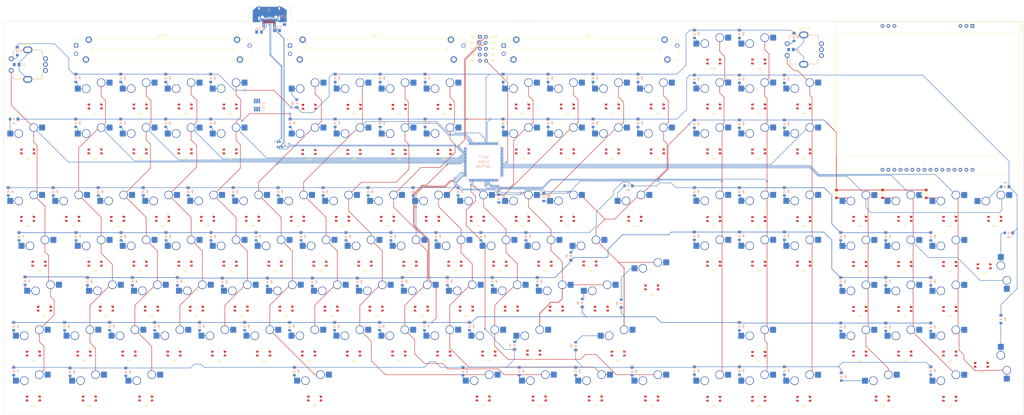
<source format=kicad_pcb>
(kicad_pcb (version 20210824) (generator pcbnew)
  (layers (0 "F.Cu" signal) (31 "B.Cu" signal) (34 "B.Paste" user) (35 "F.Paste" user) (36 "B.SilkS" user "B.Silkscreen") (37 "F.SilkS" user "F.Silkscreen") (38 "B.Mask" user) (39 "F.Mask" user) (44 "Edge.Cuts" user))
  (net 0 "")
  (net 1 "Dbus+")
  (net 2 "Dbus-")
  (net 3 "GND")
  (net 4 "VBUS")
  (net 5 "D-")
  (net 6 "D+")
  (net 7 "Row1")
  (net 8 "Col1")
  (net 9 "Col2")
  (net 10 "Row2")
  (net 11 "Row3")
  (net 12 "Row4")
  (net 13 "Row5")
  (net 14 "Row6")
  (net 15 "Row7")
  (net 16 "Col3")
  (net 17 "Col4")
  (net 18 "Col5")
  (net 19 "Col6")
  (net 20 "Col7")
  (net 21 "Col8")
  (net 22 "Col9")
  (net 23 "Col10")
  (net 24 "Col11")
  (net 25 "Col12")
  (net 26 "Col13")
  (net 27 "Col14")
  (net 28 "Col15")
  (net 29 "Col16")
  (net 30 "Col17")
  (net 31 "Col18")
  (net 32 "Col19")
  (net 33 "NRST")
  (net 34 "SWCLK")
  (net 35 "SWDIO")
  (net 36 "3V3")
  (net 37 "BOOT0")
  (net 38 "5V")
  (net 39 "Pcomp1")
  (net 40 "SBU2")
  (net 41 "CC1")
  (net 42 "SBU1")
  (net 43 "CC2")
  (net 44 "S")
  (footprint "acheron_Components:SK6812MINI_3535_6028_3.2x2.8mm_Round" (layer "F.Cu") (at 231.7375 141.5905)
    (fp_text reference "D36")
    (fp_text value "WS2812B")
  )
  (footprint "acheron_Components:SK6812MINI_3535_6028_3.2x2.8mm_Round" (layer "F.Cu") (at 60.2875 141.605)
    (fp_text reference "D36")
    (fp_text value "WS2812B")
  )
  (footprint "acheron_Components:SK6812MINI_3535_6028_3.2x2.8mm_Round" (layer "F.Cu") (at 250.7875 113.0155)
    (fp_text reference "D36")
    (fp_text value "WS2812B")
  )
  (footprint "acheron_Components:SK6812MINI_3535_6028_3.2x2.8mm_Round" (layer "F.Cu") (at 136.4875 141.5905)
    (fp_text reference "D36")
    (fp_text value "WS2812B")
  )
  (footprint "acheron_Components:SK6812MINI_3535_6028_3.2x2.8mm_Round" (layer "F.Cu") (at 198.5 113.25)
    (fp_text reference "D36")
    (fp_text value "WS2812B")
  )
  (footprint "acheron_Components:SK6812MINI_3535_6028_3.2x2.8mm_Round" (layer "F.Cu") (at 67.3995 217.7905)
    (fp_text reference "D36")
    (fp_text value "WS2812B")
  )
  (footprint "acheron_Components:SK6812MINI_3535_6028_3.2x2.8mm_Round" (layer "F.Cu") (at 179.5405 94.0925)
    (fp_text reference "D36")
    (fp_text value "WS2812B")
  )
  (footprint "acheron_Components:SK6812MINI_3535_6028_3.2x2.8mm_Round" (layer "F.Cu") (at 69.85 93.98)
    (fp_text reference "D36")
    (fp_text value "WS2812B")
  )
  (footprint "acheron_Components:SK6812MINI_3535_6028_3.2x2.8mm_Round" (layer "F.Cu") (at 184.1125 160.6405)
    (fp_text reference "D36")
    (fp_text value "WS2812B")
  )
  (footprint "acheron_Components:SK6812MINI_3535_6028_3.2x2.8mm_Round" (layer "F.Cu") (at 246.0885 179.6905)
    (fp_text reference "D36")
    (fp_text value "WS2812B")
  )
  (footprint "acheron_Components:SK6812MINI_3535_6028_3.2x2.8mm_Round" (layer "F.Cu") (at 160.4905 94.0925)
    (fp_text reference "D36")
    (fp_text value "WS2812B")
  )
  (footprint "acheron_Components:SK6812MINI_3535_6028_3.2x2.8mm_Round" (layer "F.Cu") (at 126.9625 160.6405)
    (fp_text reference "D36")
    (fp_text value "WS2812B")
  )
  (footprint "acheron_Components:SK6812MINI_3535_6028_3.2x2.8mm_Round" (layer "F.Cu") (at 155.5375 141.5905)
    (fp_text reference "D36")
    (fp_text value "WS2812B")
  )
  (footprint "acheron_Components:SK6812MINI_3535_6028_3.2x2.8mm_Round" (layer "F.Cu") (at 162.7765 217.7905)
    (fp_text reference "D36")
    (fp_text value "WS2812B")
  )
  (footprint "acheron_Components:SK6812MINI_3535_6028_3.2x2.8mm_Round" (layer "F.Cu") (at 331.8135 160.6405)
    (fp_text reference "D36")
    (fp_text value "WS2812B")
  )
  (footprint "acheron_Components:SK6812MINI_3535_6028_3.2x2.8mm_Round" (layer "F.Cu") (at 198.4635 198.7405)
    (fp_text reference "D36")
    (fp_text value "WS2812B")
  )
  (footprint "acheron_Components:SK6812MINI_3535_6028_3.2x2.8mm_Round" (layer "F.Cu") (at 250.7875 93.9655)
    (fp_text reference "D36")
    (fp_text value "WS2812B")
  )
  (footprint "acheron_Components:SK6812MINI_3535_6028_3.2x2.8mm_Round" (layer "F.Cu") (at 207.9885 179.6905)
    (fp_text reference "D36")
    (fp_text value "WS2812B")
  )
  (footprint "acheron_Components:SK6812MINI_3535_6028_3.2x2.8mm_Round" (layer "F.Cu") (at 393.6625 141.5905)
    (fp_text reference "D36")
    (fp_text value "WS2812B")
  )
  (footprint "acheron_Components:SK6812MINI_3535_6028_3.2x2.8mm_Round" (layer "F.Cu") (at 74.6385 179.6905)
    (fp_text reference "D36")
    (fp_text value "WS2812B")
  )
  (footprint "acheron_Components:SK6812MINI_3535_6028_3.2x2.8mm_Round" (layer "F.Cu") (at 331.8135 93.9655)
    (fp_text reference "D36")
    (fp_text value "WS2812B")
  )
  (footprint "acheron_Components:SK6812MINI_3535_6028_3.2x2.8mm_Round" (layer "F.Cu") (at 127 93.98)
    (fp_text reference "D36")
    (fp_text value "WS2812B")
  )
  (footprint "acheron_Components:SK6812MINI_3535_6028_3.2x2.8mm_Round" (layer "F.Cu") (at 369.9135 113.0155)
    (fp_text reference "D36")
    (fp_text value "WS2812B")
  )
  (footprint "acheron_Components:SK6812MINI_3535_6028_3.2x2.8mm_Round" (layer "F.Cu") (at 350.8635 113.0155)
    (fp_text reference "D36")
    (fp_text value "WS2812B")
  )
  (footprint "acheron_Components:SK6812MINI_3535_6028_3.2x2.8mm_Round" (layer "F.Cu") (at 241.2625 160.6405)
    (fp_text reference "D36")
    (fp_text value "WS2812B")
  )
  (footprint "acheron_Components:SK6812MINI_3535_6028_3.2x2.8mm_Round" (layer "F.Cu") (at 217.65 113.25)
    (fp_text reference "D36")
    (fp_text value "WS2812B")
  )
  (footprint "acheron_Components:SK6812MINI_3535_6028_3.2x2.8mm_Round" (layer "F.Cu") (at 331.8135 141.7175)
    (fp_text reference "D36")
    (fp_text value "WS2812B")
  )
  (footprint "acheron_Components:SK6812MINI_3535_6028_3.2x2.8mm_Round" (layer "F.Cu") (at 174.5875 141.5905)
    (fp_text reference "D36")
    (fp_text value "WS2812B")
  )
  (footprint "acheron_Components:SK6812MINI_3535_6028_3.2x2.8mm_Round" (layer "F.Cu") (at 107.9125 113.0155)
    (fp_text reference "D36")
    (fp_text value "WS2812B")
  )
  (footprint "acheron_Components:SK6812MINI_3535_6028_3.2x2.8mm_Round" (layer "F.Cu") (at 43.6505 217.7905)
    (fp_text reference "D36")
    (fp_text value "WS2812B")
  )
  (footprint "acheron_Components:SK6812MINI_3535_6028_3.2x2.8mm_Round" (layer "F.Cu") (at 412.7125 160.7675)
    (fp_text reference "D36")
    (fp_text value "WS2812B")
  )
  (footprint "acheron_Components:SK6812MINI_3535_6028_3.2x2.8mm_Round" (layer "F.Cu") (at 212.6875 141.5905)
    (fp_text reference "D36")
    (fp_text value "WS2812B")
  )
  (footprint "acheron_Components:SK6812MINI_3535_6028_3.2x2.8mm_Round" (layer "F.Cu") (at 107.9125 160.6405)
    (fp_text reference "D36")
    (fp_text value "WS2812B")
  )
  (footprint "acheron_Components:SK6812MINI_3535_6028_3.2x2.8mm_Round" (layer "F.Cu") (at 269.8375 93.9655)
    (fp_text reference "D36")
    (fp_text value "WS2812B")
  )
  (footprint "acheron_Components:SK6812MINI_3535_6028_3.2x2.8mm_Round" (layer "F.Cu") (at 46.0635 160.6405)
    (fp_text reference "D36")
    (fp_text value "WS2812B")
  )
  (footprint "acheron_Components:SK6812MINI_3535_6028_3.2x2.8mm_Round" (layer "F.Cu") (at 445.15 203.5)
    (fp_text reference "D36")
    (fp_text value "WS2812B")
  )
  (footprint "acheron_Components:SK6812MINI_3535_6028_3.2x2.8mm_Round" (layer "F.Cu") (at 107.95 93.98)
    (fp_text reference "D36")
    (fp_text value "WS2812B")
  )
  (footprint "acheron_Components:SK6812MINI_3535_6028_3.2x2.8mm_Round" (layer "F.Cu") (at 412.7125 141.5905)
    (fp_text reference "D36")
    (fp_text value "WS2812B")
  )
  (footprint "acheron_Components:SK6812MINI_3535_6028_3.2x2.8mm_Round" (layer "F.Cu") (at 48.3495 179.6905)
    (fp_text reference "D36")
    (fp_text value "WS2812B")
  )
  (footprint "acheron_Components:SK6812MINI_3535_6028_3.2x2.8mm_Round" (layer "F.Cu") (at 98.3875 141.605)
    (fp_text reference "D36")
    (fp_text value "WS2812B")
  )
  (footprint "acheron_Components:SK6812MINI_3535_6028_3.2x2.8mm_Round" (layer "F.Cu") (at 146.0125 160.6405)
    (fp_text reference "D36")
    (fp_text value "WS2812B")
  )
  (footprint "acheronComponents:D_SOD-123" (layer "F.Cu") (at 403.3012 131.0386 -90)
    (fp_text reference "D94")
    (fp_text value "1N4148")
  )
  (footprint "acheron_Components:SK6812MINI_3535_6028_3.2x2.8mm_Round" (layer "F.Cu") (at 350.8635 141.7175)
    (fp_text reference "D36")
    (fp_text value "WS2812B")
  )
  (footprint "acheron_Components:SK6812MINI_3535_6028_3.2x2.8mm_Round" (layer "F.Cu") (at 179.2865 198.7405)
    (fp_text reference "D36")
    (fp_text value "WS2812B")
  )
  (footprint "acheron_Components:SK6812MINI_3535_6028_3.2x2.8mm_Round" (layer "F.Cu") (at 169.7615 179.6905)
    (fp_text reference "D36")
    (fp_text value "WS2812B")
  )
  (footprint "acheron_Components:SK6812MINI_3535_6028_3.2x2.8mm_Round" (layer "F.Cu") (at 412.7125 198.7405)
    (fp_text reference "D36")
    (fp_text value "WS2812B")
  )
  (footprint "acheron_Components:SK6812MINI_3535_6028_3.2x2.8mm_Round" (layer "F.Cu") (at 350.8635 198.8675)
    (fp_text reference "D36")
    (fp_text value "WS2812B")
  )
  (footprint "acheron_Components:SK6812MINI_3535_6028_3.2x2.8mm_Round" (layer "F.Cu") (at 69.8125 160.6405)
    (fp_text reference "D36")
    (fp_text value "WS2812B")
  )
  (footprint "acheron_Components:SK6812MINI_3535_6028_3.2x2.8mm_Round" (layer "F.Cu") (at 350.8635 217.9175)
    (fp_text reference "D36")
    (fp_text value "WS2812B")
  )
  (footprint "acheron_Components:SK6812MINI_3535_6028_3.2x2.8mm_Round" (layer "F.Cu") (at 284.1885 179.6905)
    (fp_text reference "D36")
    (fp_text value "WS2812B")
  )
  (footprint "Potentiometer_THT:Potentiometer_Bourns_PTA6043_Single_Slide" (layer "F.Cu") (at 61.74625 68.1)
    (fp_text reference "REF**")
    (fp_text value "Potentiometer_Bourns_PTA6043_Single_Slide")
  )
  (footprint "acheron_Components:SK6812MINI_3535_6028_3.2x2.8mm_Round" (layer "F.Cu") (at 84.1635 198.7405)
    (fp_text reference "D36")
    (fp_text value "WS2812B")
  )
  (footprint "acheron_Components:SK6812MINI_3535_6028_3.2x2.8mm_Round" (layer "F.Cu") (at 222.2125 160.6405)
    (fp_text reference "D36")
    (fp_text value "WS2812B")
  )
  (footprint "acheron_Components:SK6812MINI_3535_6028_3.2x2.8mm_Round" (layer "F.Cu") (at 350.8635 160.6405)
    (fp_text reference "D36")
    (fp_text value "WS2812B")
  )
  (footprint "acheron_Components:SK6812MINI_3535_6028_3.2x2.8mm_Round" (layer "F.Cu") (at 298.4125 141.5905)
    (fp_text reference "D36")
    (fp_text value "WS2812B")
  )
  (footprint "acheron_Components:SK6812MINI_3535_6028_3.2x2.8mm_Round" (layer "F.Cu") (at 260.3125 160.6405)
    (fp_text reference "D36")
    (fp_text value "WS2812B")
  )
  (footprint "acheron_Components:SK6812MINI_3535_6028_3.2x2.8mm_Round" (layer "F.Cu") (at 369.9135 141.7175)
    (fp_text reference "D36")
    (fp_text value "WS2812B")
  )
  (footprint "acheron_Components:SK6812MINI_3535_6028_3.2x2.8mm_Round" (layer "F.Cu") (at 91.2755 217.7905)
    (fp_text reference "D36")
    (fp_text value "WS2812B")
  )
  (footprint "acheron_Components:SK6812MINI_3535_6028_3.2x2.8mm_Round" (layer "F.Cu") (at 446.3 161.75)
    (fp_text reference "D36")
    (fp_text value "WS2812B")
  )
  (footprint "Display:EA_DOGXL160-7_Backlight" (layer "F.Cu") (at 441.325 59.84 -90)
    (fp_text reference "REF**")
    (fp_text value "EA_DOGXL160-7_Backlight")
  )
  (footprint "acheron_Components:SK6812MINI_3535_6028_3.2x2.8mm_Round" (layer "F.Cu") (at 227.0385 179.6905)
    (fp_text reference "D36")
    (fp_text value "WS2812B")
  )
  (footprint "acheron_Components:SK6812MINI_3535_6028_3.2x2.8mm_Round" (layer "F.Cu") (at 431.7625 217.9175)
    (fp_text reference "D36")
    (fp_text value "WS2812B")
  )
  (footprint "acheron_Components:SK6812MINI_3535_6028_3.2x2.8mm_Round" (layer "F.Cu") (at 369.9135 217.9175)
    (fp_text reference "D36")
    (fp_text value "WS2812B")
  )
  (footprint "acheron_Components:SK6812MINI_3535_6028_3.2x2.8mm_Round" (layer "F.Cu") (at 217.6405 94.0925)
    (fp_text reference "D36")
    (fp_text value "WS2812B")
  )
  (footprint "acheron_Components:SK6812MINI_3535_6028_3.2x2.8mm_Round" (layer "F.Cu") (at 431.7625 160.7675)
    (fp_text reference "D36")
    (fp_text value "WS2812B")
  )
  (footprint "acheron_Components:SK6812MINI_3535_6028_3.2x2.8mm_Round" (layer "F.Cu") (at 450.8125 141.5905)
    (fp_text reference "D36")
    (fp_text value "WS2812B")
  )
  (footprint "acheron_Components:SK6812MINI_3535_6028_3.2x2.8mm_Round" (layer "F.Cu") (at 403.225 217.805)
    (fp_text reference "D36")
    (fp_text value "WS2812B")
  )
  (footprint "acheron_Components:SK6812MINI_3535_6028_3.2x2.8mm_Round" (layer "F.Cu") (at 431.7625 198.7405)
    (fp_text reference "D36")
    (fp_text value "WS2812B")
  )
  (footprint "acheron_Components:SK6812MINI_3535_6028_3.2x2.8mm_Round" (layer "F.Cu") (at 188.8115 179.6905)
    (fp_text reference "D36")
    (fp_text value "WS2812B")
  )
  (footprint "acheron_Components:SK6812MINI_3535_6028_3.2x2.8mm_Round" (layer "F.Cu") (at 431.7625 141.5905)
    (fp_text reference "D36")
    (fp_text value "WS2812B")
  )
  (footprint "acheron_Components:SK6812MINI_3535_6028_3.2x2.8mm_Round" (layer "F.Cu") (at 291.3005 198.7405)
    (fp_text reference "D36")
    (fp_text value "WS2812B")
  )
  (footprint "acheron_Components:SK6812MINI_3535_6028_3.2x2.8mm_Round" (layer "F.Cu") (at 431.7625 179.8175)
    (fp_text reference "D36")
    (fp_text value "WS2812B")
  )
  (footprint "acheron_Components:SK6812MINI_3535_6028_3.2x2.8mm_Round" (layer "F.Cu") (at 269.8375 113.0155)
    (fp_text reference "D36")
    (fp_text value "WS2812B")
  )
  (footprint "acheron_Components:SK6812MINI_3535_6028_3.2x2.8mm_Round" (layer "F.Cu") (at 103.2135 198.7405)
    (fp_text reference "D36")
    (fp_text value "WS2812B")
  )
  (footprint "acheron_Components:SK6812MINI_3535_6028_3.2x2.8mm_Round" (layer "F.Cu") (at 279.35 160.55)
    (fp_text reference "D36")
    (fp_text value "WS2812B")
  )
  (footprint "acheron_Components:SK6812MINI_3535_6028_3.2x2.8mm_Round" (layer "F.Cu") (at 369.9135 160.6405)
    (fp_text reference "D36")
    (fp_text value "WS2812B")
  )
  (footprint "acheronComponents:D_SOD-123" (layer "F.Cu") (at 421.7416 131.0386 -90)
    (fp_text reference "D94")
    (fp_text value "1N4148")
  )
  (footprint "acheronHardware:ALPS_EC11E" (layer "F.Cu") (at 41.268 76.2 90)
    (fp_text reference "SW1,1")
    (fp_text value "Rotary_Encoder_Switch_Chassis")
  )
  (footprint "acheron_Components:SK6812MINI_3535_6028_3.2x2.8mm_Round" (layer "F.Cu") (at 265.1385 179.6905)
    (fp_text reference "D36")
    (fp_text value "WS2812B")
  )
  (footprint "acheron_Components:SK6812MINI_3535_6028_3.2x2.8mm_Round" (layer "F.Cu") (at 141.1865 198.7405)
    (fp_text reference "D36")
    (fp_text value "WS2812B")
  )
  (footprint "acheron_Components:SK6812MINI_3535_6028_3.2x2.8mm_Round" (layer "F.Cu") (at 369.9135 93.9655)
    (fp_text reference "D36")
    (fp_text value "WS2812B")
  )
  (footprint "acheron_Connectors:Conn_ARM_JTAG_SWD_10" (layer "F.Cu") (at 233.9848 69.4944)
    (fp_text reference "J2" hide)
    (fp_text value "Conn_01x14" hide)
  )
  (footprint "acheron_Components:SK6812MINI_3535_6028_3.2x2.8mm_Round" (layer "F.Cu") (at 65.1135 198.7405)
    (fp_text reference "D36")
    (fp_text value "WS2812B")
  )
  (footprint "acheron_Components:SK6812MINI_3535_6028_3.2x2.8mm_Round" (layer "F.Cu") (at 288.8875 93.9655)
    (fp_text reference "D36")
    (fp_text value "WS2812B")
  )
  (footprint "acheron_Components:SK6812MINI_3535_6028_3.2x2.8mm_Round" (layer "F.Cu") (at 43.6505 198.7405)
    (fp_text reference "D36")
    (fp_text value "WS2812B")
  )
  (footprint "acheron_Components:SK6812MINI_3535_6028_3.2x2.8mm_Round" (layer "F.Cu") (at 257.937 217.7905)
    (fp_text reference "D36")
    (fp_text value "WS2812B")
  )
  (footprint "acheron_Components:SK6812MINI_3535_6028_3.2x2.8mm_Round" (layer "F.Cu") (at 93.6885 179.6905)
    (fp_text reference "D36")
    (fp_text value "WS2812B")
  )
  (footprint "acheron_Components:SK6812MINI_3535_6028_3.2x2.8mm_Round" (layer "F.Cu") (at 179.45 113.25)
    (fp_text reference "D36")
    (fp_text value "WS2812B")
  )
  (footprint "acheron_Components:SK6812MINI_3535_6028_3.2x2.8mm_Round" (layer "F.Cu") (at 41.2375 141.605)
    (fp_text reference "D36")
    (fp_text value "WS2812B")
  )
  (footprint "acheron_Components:SK6812MINI_3535_6028_3.2x2.8mm_Round" (layer "F.Cu") (at 393.6625 198.7405)
    (fp_text reference "D36")
    (fp_text value "WS2812B")
  )
  (footprint "acheron_Components:SK6812MINI_3535_6028_3.2x2.8mm_Round" (layer "F.Cu") (at 307.9375 113.0155)
    (fp_text reference "D36")
    (fp_text value "WS2812B")
  )
  (footprint "acheron_Components:SK6812MINI_3535_6028_3.2x2.8mm_Round" (layer "F.Cu") (at 88.8625 160.6405)
    (fp_text reference "D36")
    (fp_text value "WS2812B")
  )
  (footprint "acheronComponents:D_SOD-123" (layer "F.Cu") (at 383.7432 131.064 -90)
    (fp_text reference "D94")
    (fp_text value "1N4148")
  )
  (footprint "acheron_Components:SK6812MINI_3535_6028_3.2x2.8mm_Round" (layer "F.Cu") (at 126.9625 113.0155)
    (fp_text reference "D36")
    (fp_text value "WS2812B")
  )
  (footprint "acheron_Components:SK6812MINI_3535_6028_3.2x2.8mm_Round" (layer "F.Cu") (at 250.7875 141.5905)
    (fp_text reference "D36")
    (fp_text value "WS2812B")
  )
  (footprint "acheron_Components:SK6812MINI_3535_6028_3.2x2.8mm_Round" (layer "F.Cu") (at 305.562 170.6735)
    (fp_text reference "D36")
    (fp_text value "WS2812B")
  )
  (footprint "acheron_Components:SK6812MINI_3535_6028_3.2x2.8mm_Round" (layer "F.Cu") (at 331.8135 217.9175)
    (fp_text reference "D36")
    (fp_text value "WS2812B")
  )
  (footprint "acheron_Components:SK6812MINI_3535_6028_3.2x2.8mm_Round" (layer "F.Cu") (at 41.275 113.03)
    (fp_text reference "D36")
    (fp_text value "WS2812B")
  )
  (footprint "acheron_Components:SK6812MINI_3535_6028_3.2x2.8mm_Round" (layer "F.Cu") (at 307.9375 93.9655)
    (fp_text reference "D36")
    (fp_text value "WS2812B")
  )
  (footprint "acheronHardware:ALPS_EC11E" (layer "F.Cu") (at 369.8875 69.85 90)
    (fp_text reference "SW1,16")
    (fp_text value "Rotary_Encoder_Switch_Chassis")
  )
  (footprint "acheron_Components:SK6812MINI_3535_6028_3.2x2.8mm_Round" (layer "F.Cu") (at 88.9 93.98)
    (fp_text reference "D36")
    (fp_text value "WS2812B")
  )
  (footprint "acheron_Components:SK6812MINI_3535_6028_3.2x2.8mm_Round" (layer "F.Cu") (at 117.4375 141.5905)
    (fp_text reference "D36")
    (fp_text value "WS2812B")
  )
  (footprint "acheron_Components:SK6812MINI_3535_6028_3.2x2.8mm_Round" (layer "F.Cu") (at 255.55 198.35)
    (fp_text reference "D36")
    (fp_text value "WS2812B")
  )
  (footprint "acheron_Components:SK6812MINI_3535_6028_3.2x2.8mm_Round" (layer "F.Cu") (at 393.6625 160.7675)
    (fp_text reference "D36")
    (fp_text value "WS2812B")
  )
  (footprint "acheron_Components:SK6812MINI_3535_6028_3.2x2.8mm_Round" (layer "F.Cu") (at 331.8135 113.0155)
    (fp_text reference "D36")
    (fp_text value "WS2812B")
  )
  (footprint "acheron_Components:SK6812MINI_3535_6028_3.2x2.8mm_Round" (layer "F.Cu") (at 112.7385 179.6905)
    (fp_text reference "D36")
    (fp_text value "WS2812B")
  )
  (footprint "acheron_Components:SK6812MINI_3535_6028_3.2x2.8mm_Round" (layer "F.Cu") (at 234.1505 217.7905)
    (fp_text reference "D36")
    (fp_text value "WS2812B")
  )
  (footprint "acheron_Components:SK6812MINI_3535_6028_3.2x2.8mm_Round" (layer "F.Cu") (at 131.6615 179.6905)
    (fp_text reference "D36")
    (fp_text value "WS2812B")
  )
  (footprint "acheron_Components:SK6812MINI_3535_6028_3.2x2.8mm_Round" (layer "F.Cu") (at 203.1625 160.6405)
    (fp_text reference "D36")
    (fp_text value "WS2812B")
  )
  (footprint "acheron_Components:SK6812MINI_3535_6028_3.2x2.8mm_Round" (layer "F.Cu") (at 88.8625 113.0155)
    (fp_text reference "D36")
    (fp_text value "WS2812B")
  )
  (footprint "acheron_Components:SK6812MINI_3535_6028_3.2x2.8mm_Round" (layer "F.Cu") (at 281.686 217.7905)
    (fp_text reference "D36")
    (fp_text value "WS2812B")
  )
  (footprint "acheron_Components:SK6812MINI_3535_6028_3.2x2.8mm_Round" (layer "F.Cu") (at 165.0625 160.6405)
    (fp_text reference "D36")
    (fp_text value "WS2812B")
  )
  (footprint "Potentiometer_THT:Potentiometer_Bourns_PTA6043_Single_Slide" (layer "F.Cu") (at 242.8165 68.1)
    (fp_text reference "REF**")
    (fp_text value "Potentiometer_Bourns_PTA6043_Single_Slide")
  )
  (footprint "acheron_Components:SK6812MINI_3535_6028_3.2x2.8mm_Round" (layer "F.Cu") (at 393.6625 179.8175)
    (fp_text reference "D36")
    (fp_text value "WS2812B")
  )
  (footprint "acheron_Components:SK6812MINI_3535_6028_3.2x2.8mm_Round" (layer "F.Cu") (at 288.8875 113.0155)
    (fp_text reference "D36")
    (fp_text value "WS2812B")
  )
  (footprint "acheron_Components:SK6812MINI_3535_6028_3.2x2.8mm_Round" (layer "F.Cu") (at 269.875 141.605)
    (fp_text reference "D36")
    (fp_text value "WS2812B")
  )
  (footprint "acheron_Components:SK6812MINI_3535_6028_3.2x2.8mm_Round" (layer "F.Cu") (at 217.5135 198.7405)
    (fp_text reference "D36")
    (fp_text value "WS2812B")
  )
  (footprint "acheron_Components:SK6812MINI_3535_6028_3.2x2.8mm_Round" (layer "F.Cu") (at 122.1365 198.7405)
    (fp_text reference "D36")
    (fp_text value "WS2812B")
  )
  (footprint "acheron_Components:SK6812MINI_3535_6028_3.2x2.8mm_Round" (layer "F.Cu") (at 160.4 113.25)
    (fp_text reference "D36")
    (fp_text value "WS2812B")
  )
  (footprint "acheron_Components:SK6812MINI_3535_6028_3.2x2.8mm_Round" (layer "F.Cu") (at 236.5635 198.7405)
    (fp_text reference "D36")
    (fp_text value "WS2812B")
  )
  (footprint "acheron_Components:SK6812MINI_3535_6028_3.2x2.8mm_Round" (layer "F.Cu") (at 350.8635 74.9155)
    (fp_text reference "D36")
    (fp_text value "WS2812B")
  )
  (footprint "acheron_Components:SK6812MINI_3535_6028_3.2x2.8mm_Round" (layer "F.Cu") (at 305.5245 217.7905)
    (fp_text reference "D36")
    (fp_text value "WS2812B")
  )
  (footprint "acheron_Components:SK6812MINI_3535_6028_3.2x2.8mm_Round" (layer "F.Cu") (at 79.3375 141.605)
    (fp_text reference "D36")
    (fp_text value "WS2812B")
  )
  (footprint "acheron_Components:SK6812MINI_3535_6028_3.2x2.8mm_Round" (layer "F.Cu") (at 150.7115 179.6905)
    (fp_text reference "D36")
    (fp_text value "WS2812B")
  )
  (footprint "Potentiometer_THT:Potentiometer_Bourns_PTA6043_Single_Slide" (layer "F.Cu") (at 152.329 68.1)
    (fp_text reference "REF**")
    (fp_text value "Potentiometer_Bourns_PTA6043_Single_Slide")
  )
  (footprint "acheron_Components:SK6812MINI_3535_6028_3.2x2.8mm_Round" (layer "F.Cu") (at 331.8135 74.9155)
    (fp_text reference "D36")
    (fp_text value "WS2812B")
  )
  (footprint "acheron_Components:SK6812MINI_3535_6028_3.2x2.8mm_Round" (layer "F.Cu") (at 198.5905 94.0925)
    (fp_text reference "D36")
    (fp_text value "WS2812B")
  )
  (footprint "acheron_Components:SK6812MINI_3535_6028_3.2x2.8mm_Round" (layer "F.Cu") (at 160.2365 198.7405)
    (fp_text reference "D36")
    (fp_text value "WS2812B")
  )
  (footprint "acheron_Components:SK6812MINI_3535_6028_3.2x2.8mm_Round" (layer "F.Cu") (at 350.8635 93.9655)
    (fp_text reference "D36")
    (fp_text value "WS2812B")
  )
  (footprint "acheron_Components:SK6812MINI_3535_6028_3.2x2.8mm_Round" (layer "F.Cu") (at 193.6375 141.5905)
    (fp_text reference "D36")
    (fp_text value "WS2812B")
  )
  (footprint "acheron_Components:SK6812MINI_3535_6028_3.2x2.8mm_Round" (layer "F.Cu") (at 412.7125 179.8175)
    (fp_text reference "D36")
    (fp_text value "WS2812B")
  )
  (footprint "acheron_Components:SK6812MINI_3535_6028_3.2x2.8mm_Round" (layer "F.Cu") (at 69.8125 113.0155)
    (fp_text reference "D36")
    (fp_text value "WS2812B")
  )
  (footprint "acheronComponents:D_SOD-123" (layer "B.Cu") (at 147.32 130.048 -90)
    (fp_text reference "D94")
    (fp_text value "1N4148")
  )
  (footprint "acheron_MXH:MX100H" (layer "B.Cu") (at 169.83075 174.65675 180)
    (fp_text reference "SW5,7")
    (fp_text value "MXSwitch")
  )
  (footprint "acheronComponents:D_SOD-123" (layer "B.Cu") (at 261.62 81.915 -90)
    (fp_text reference "D94")
    (fp_text value "1N4148")
  )
  (footprint "acheron_MXH:MX100H" (layer "B.Cu") (at 279.36825 155.60675 180)
    (fp_text reference "SW5,13")
    (fp_text value "MXSwitch")
  )
  (footprint "acheronComponents:D_SOD-123" (layer "B.Cu") (at 361.696 130.048 -90)
    (fp_text reference "D94")
    (fp_text value "1N4148")
  )
  (footprint "acheronComponents:D_SOD-123" (layer "B.Cu") (at 109.22 130.048 -90)
    (fp_text reference "D94")
    (fp_text value "1N4148")
  )
  (footprint "acheronComponents:D_SOD-123" (layer "B.Cu") (at 299.72 100.965 -90)
    (fp_text reference "D94")
    (fp_text value "1N4148")
  )
  (footprint "acheronComponents:D_SOD-123" (layer "B.Cu") (at 35.306 187.198 -90)
    (fp_text reference "D6")
    (fp_text value "1N4148")
  )
  (footprint "acheronComponents:D_SOD-123" (layer "B.Cu") (at 152.4 100.965 -90)
    (fp_text reference "D94")
    (fp_text value "1N4148")
  )
  (footprint "acheronComponents:D_SOD-123" (layer "B.Cu") (at 240.7158 132.9944 -90)
    (fp_text reference "D94")
    (fp_text value "1N4148")
  )
  (footprint "acheron_MXH:MX100H" (layer "B.Cu") (at 141.25575 193.70675 180)
    (fp_text reference "SW6,6")
    (fp_text value "MXSwitch")
  )
  (footprint "acheron_MXH:MX100H" (layer "B.Cu") (at 269.84325 107.98175 180)
    (fp_text reference "SW2,11")
    (fp_text value "MXSwitch")
  )
  (footprint "acheronComponents:D_SOD-123" (layer "B.Cu") (at 52.07 130.048 -90)
    (fp_text reference "D94")
    (fp_text value "1N4148")
  )
  (footprint "acheron_MXH:MX100H" (layer "B.Cu") (at 393.66825 193.7385 180)
    (fp_text reference "SW6,17")
    (fp_text value "MXSwitch")
  )
  (footprint "acheronComponents:D_SOD-123" (layer "B.Cu") (at 190.5 100.965 -90)
    (fp_text reference "D94")
    (fp_text value "1N4148")
  )
  (footprint "acheron_MXH:MX100H" (layer "B.Cu") (at 350.80575 193.7385 180)
    (fp_text reference "SW6,15")
    (fp_text value "MXSwitch")
  )
  (footprint "acheronComponents:D_SOD-123" (layer "B.Cu") (at 361.696 82.296 -90)
    (fp_text reference "D94")
    (fp_text value "1N4148")
  )
  (footprint "acheron_MXH:MX100H" (layer "B.Cu") (at 174.59325 136.55675 180)
    (fp_text reference "SW3,8")
    (fp_text value "MXSwitch")
  )
  (footprint "acheronComponents:D_SOD-123" (layer "B.Cu") (at 242.57 100.965 -90)
    (fp_text reference "D94")
    (fp_text value "1N4148")
  )
  (footprint "acheronComponents:D_SOD-123" (layer "B.Cu") (at 323.596 148.844 -90)
    (fp_text reference "D94")
    (fp_text value "1N4148")
  )
  (footprint "acheron_MXH:MX100H" (layer "B.Cu") (at 136.49325 136.55675 180)
    (fp_text reference "SW3,6")
    (fp_text value "MXSwitch")
  )
  (footprint "acheronComponents:D_SOD-123" (layer "B.Cu") (at 37.592 149.098 -90)
    (fp_text reference "D4")
    (fp_text value "1N4148")
  )
  (footprint "acheron_MXH:MX100H" (layer "B.Cu") (at 350.8375 155.575 180)
    (fp_text reference "SW5,15")
    (fp_text value "MXSwitch")
  )
  (footprint "acheronComponents:D_SOD-123" (layer "B.Cu") (at 204.47 130.048 -90)
    (fp_text reference "D94")
    (fp_text value "1N4148")
  )
  (footprint "acheronComponents:D_SOD-123" (layer "B.Cu") (at 453.39 184.15 -90)
    (fp_text reference "D94")
    (fp_text value "1N4148")
  )
  (footprint "acheronComponents:D_SOD-123" (layer "B.Cu") (at 61.595 100.965 -90)
    (fp_text reference "D94")
    (fp_text value "1N4148")
  )
  (footprint "acheron_MXH:MX100H" (layer "B.Cu") (at 107.91825 88.93175 180)
    (fp_text reference "SW1,4")
    (fp_text value "MXSwitch")
  )
  (footprint "acheron_MXH:MX100H" (layer "B.Cu") (at 250.79341 88.93175 180)
    (fp_text reference "SW1,10")
    (fp_text value "MXSwitch")
  )
  (footprint "acheronComponents:D_SOD-123" (layer "B.Cu") (at 114.046 187.198 -90)
    (fp_text reference "D94")
    (fp_text value "1N4148")
  )
  (footprint "acheron_MXH:MX200H" (layer "B.Cu") (at 450.81825 165.1635 90)
    (fp_text reference "SW2,18")
    (fp_text value "MXSwitch")
  )
  (footprint "acheronComponents:D_SOD-123" (layer "B.Cu") (at 118.872 149.098 -90)
    (fp_text reference "D94")
    (fp_text value "1N4148")
  )
  (footprint "acheron_MXH:MX100H" (layer "B.Cu") (at 288.89325 88.93175 180)
    (fp_text reference "SW1,12")
    (fp_text value "MXSwitch")
  )
  (footprint "acheron_MXH:MX100H" (layer "B.Cu") (at 126.96825 107.98175 180)
    (fp_text reference "SW2,5")
    (fp_text value "MXSwitch")
  )
  (footprint "acheronComponents:D_SOD-123" (layer "B.Cu") (at 249.428 206.248 -90)
    (fp_text reference "D94")
    (fp_text value "1N4148")
  )
  (footprint "acheron_MXH:MX100H" (layer "B.Cu") (at 431.76825 174.6885 180)
    (fp_text reference "SW5,19")
    (fp_text value "MXSwitch")
  )
  (footprint "acheron_MXH:MX100H" (layer "B.Cu") (at 331.7875 69.85 180)
    (fp_text reference "SW1,14")
    (fp_text value "MXSwitch")
  )
  (footprint "acheron_MXH:MX100H" (layer "B.Cu") (at 155.54325 136.55675 180)
    (fp_text reference "SW3,7")
    (fp_text value "MXSwitch")
  )
  (footprint "acheron_MXH:MX100H" (layer "B.Cu") (at 331.7875 136.525 180)
    (fp_text reference "SW4,14")
    (fp_text value "MXSwitch")
  )
  (footprint "acheronComponents:D_SOD-123" (layer "B.Cu") (at 323.596 101.346 -90)
    (fp_text reference "D94")
    (fp_text value "1N4148")
  )
  (footprint "acheronComponents:D_SOD-123" (layer "B.Cu") (at 156.972 149.098 -90)
    (fp_text reference "D94")
    (fp_text value "1N4148")
  )
  (footprint "acheronComponents:D_SOD-123" (layer "B.Cu") (at 385.572 149.098 -90)
    (fp_text reference "D94")
    (fp_text value "1N4148")
  )
  (footprint "acheronComponents:D_SOD-123" (layer "B.Cu") (at 142.748 168.402 -90)
    (fp_text reference "D94")
    (fp_text value "1N4148")
  )
  (footprint "acheronComponents:D_SOD-123" (layer "B.Cu") (at 259.7658 132.4102 -90)
    (fp_text reference "D94")
    (fp_text value "1N4148")
  )
  (footprint "acheron_MXH:MX100H" (layer "B.Cu") (at 126.96825 155.60675 180)
    (fp_text reference "SW4,5")
    (fp_text value "MXSwitch")
  )
  (footprint "acheron_MXH:MX125H" (layer "B.Cu") (at 257.937 212.75675 180)
    (fp_text reference "SW7,9")
    (fp_text value "MXSwitch")
  )
  (footprint "acheronComponents:D_SOD-123" (layer "B.Cu") (at 99.822 149.098 -90)
    (fp_text reference "D94")
    (fp_text value "1N4148")
  )
  (footprint "acheron_MXH:MX100H" (layer "B.Cu") (at 65.05575 193.70675 180)
    (fp_text reference "SW6,2")
    (fp_text value "MXSwitch")
  )
  (footprint "acheron_MXH:MX100H" (layer "B.Cu") (at 260.31825 155.60675 180)
    (fp_text reference "SW4,12")
    (fp_text value "MXSwitch")
  )
  (footprint "acheronComponents:D_SOD-123" (layer "B.Cu") (at 225.552 206.248 -90)
    (fp_text reference "D94")
    (fp_text value "1N4148")
  )
  (footprint "acheron_MXH:MX100H" (layer "B.Cu") (at 131.73075 174.65675 180)
    (fp_text reference "SW5,5")
    (fp_text value "MXSwitch")
  )
  (footprint "acheronComponents:D_SOD-123" (layer "B.Cu") (at 71.12 130.048 -90)
    (fp_text reference "D94")
    (fp_text value "1N4148")
  )
  (footprint "acheron_MXH:MX100H" (layer "B.Cu") (at 184.11825 155.60675 180)
    (fp_text reference "SW4,8")
    (fp_text value "MXSwitch")
  )
  (footprint "acheronComponents:D_SOD-123" (layer "B.Cu") (at 180.848 168.402 -90)
    (fp_text reference "D94")
    (fp_text value "1N4148")
  )
  (footprint "acheronComponents:D_SOD-123" (layer "B.Cu") (at 161.798 168.402 -90)
    (fp_text reference "D94")
    (fp_text value "1N4148")
  )
  (footprint "acheronComponents:D_SOD-123" (layer "B.Cu") (at 190.246 187.198 -90)
    (fp_text reference "D94")
    (fp_text value "1N4148")
  )
  (footprint "acheronComponents:D_SOD-123" (layer "B.Cu") (at 128.27 130.048 -90)
    (fp_text reference "D94")
    (fp_text value "1N4148")
  )
  (footprint "acheron_MXH:MX100H" (layer "B.Cu") (at 160.30575 193.70675 180)
    (fp_text reference "SW6,7")
    (fp_text value "MXSwitch")
  )
  (footprint "acheronComponents:D_SOD-123" (layer "B.Cu") (at 423.672 205.994 -90)
    (fp_text reference "D94")
    (fp_text value "1N4148")
  )
  (footprint "acheronComponents:D_SOD-123" (layer "B.Cu") (at 199.898 168.148 -90)
    (fp_text reference "D94")
    (fp_text value "1N4148")
  )
  (footprint "acheron_MXH:MX100H" (layer "B.Cu") (at 255.55575 193.70675 180)
    (fp_text reference "SW7,12")
    (fp_text value "MXSwitch")
  )
  (footprint "acheronComponents:D_SOD-123" (layer "B.Cu") (at 190.5 81.915 -90)
    (fp_text reference "D94")
    (fp_text value "1N4148")
  )
  (footprint "acheron_MXH:MX100H" (layer "B.Cu") (at 307.94325 88.93175 180)
    (fp_text reference "SW1,13")
    (fp_text value "MXSwitch")
  )
  (footprint "acheronComponents:D_SOD-123" (layer "B.Cu") (at 99.695 100.965 -90)
    (fp_text reference "D94")
    (fp_text value "1N4148")
  )
  (footprint "acheronComponents:D_SOD-123" (layer "B.Cu") (at 385.572 168.148 -90)
    (fp_text reference "D94")
    (fp_text value "1N4148")
  )
  (footprint "acheron_MXH:MX100H" (layer "B.Cu") (at 369.8875 107.95 180)
    (fp_text reference "SW3,16")
    (fp_text value "MXSwitch")
  )
  (footprint "acheronComponents:D_SOD-123" (layer "B.Cu") (at 261.62 100.965 -90)
    (fp_text reference "D94")
    (fp_text value "1N4148")
  )
  (footprint "acheronConnectors:TYPE-C-31-M-12" (layer "B.Cu") (at 143.51 58.0975)
    (fp_text reference "J1")
    (fp_text value "TYPE-C-31-M12_13")
  )
  (footprint "acheronComponents:D_SOD-123" (layer "B.Cu") (at 154.178 206.248 -90)
    (fp_text reference "D94")
    (fp_text value "1N4148")
  )
  (footprint "acheronComponents:D_SOD-123" (layer "B.Cu") (at 423.672 187.452 -90)
    (fp_text reference "D94")
    (fp_text value "1N4148")
  )
  (footprint "acheron_MXH:MX100H" (layer "B.Cu") (at 288.89325 107.98175 180)
    (fp_text reference "SW2,12")
    (fp_text value "MXSwitch")
  )
  (footprint "acheron_MXH:MX100H" (layer "B.Cu") (at 69.81825 107.98175 180)
    (fp_text reference "SW2,2")
    (fp_text value "MXSwitch")
  )
  (footprint "acheron_MXH:MX125H" (layer "B.Cu") (at 67.437 212.75675 180)
    (fp_text reference "SW7,2")
    (fp_text value "MXSwitch")
  )
  (footprint "acheronComponents:D_SOD-123" (layer "B.Cu") (at 35.433 99.314 180)
    (fp_text reference "D2")
    (fp_text value "1N4148")
  )
  (footprint "acheron_MXH:MX100H" (layer "B.Cu") (at 241.26825 155.60675 180)
    (fp_text reference "SW4,11")
    (fp_text value "MXSwitch")
  )
  (footprint "acheron_MXH:MX100H" (layer "B.Cu") (at 284.13075 174.65675 180)
    (fp_text reference "SW6,12")
    (fp_text value "MXSwitch")
  )
  (footprint "acheronComponents:D_SOD-123" (layer "B.Cu") (at 404.622 149.098 -90)
    (fp_text reference "D94")
    (fp_text value "1N4148")
  )
  (footprint "acheron_MXH:MX200HR" (layer "B.Cu") (at 450.81825 203.2635 90)
    (fp_text reference "SW2,19")
    (fp_text value "2,19")
  )
  (footprint "acheronComponents:D_SOD-123" (layer "B.Cu") (at 342.646 148.844 -90)
    (fp_text reference "D94")
    (fp_text value "1N4148")
  )
  (footprint "acheronComponents:D_SOD-123" (layer "B.Cu") (at 342.646 187.198 -90)
    (fp_text reference "D94")
    (fp_text value "1N4148")
  )
  (footprint "acheron_Components:SOT-23-6" (layer "B.Cu") (at 148.016 110.066 -90)
    (fp_text reference "U3")
    (fp_text value "USBLC6-2SC6")
  )
  (footprint "acheronComponents:D_SOD-123" (layer "B.Cu") (at 209.296 187.198 -90)
    (fp_text reference "D94")
    (fp_text value "1N4148")
  )
  (footprint "acheronComponents:D_SOD-123" (layer "B.Cu") (at 85.598 168.148 -90)
    (fp_text reference "D94")
    (fp_text value "1N4148")
  )
  (footprint "2021-09-09_19-40-16:STM32F072VBT6" (layer "B.Cu") (at 234.315 117.475 180)
    (fp_text reference "REF**")
    (fp_text value "LQFP100")
  )
  (footprint "acheronComponents:D_SOD-123" (layer "B.Cu") (at 137.922 149.098 -90)
    (fp_text reference "D94")
    (fp_text value "1N4148")
  )
  (footprint "acheron_MXH:MX100H" (layer "B.Cu") (at 150.78075 174.65675 180)
    (fp_text reference "SW5,6")
    (fp_text value "MXSwitch")
  )
  (footprint "acheronComponents:D_SOD-123" (layer "B.Cu") (at 276.098 177.292 90)
    (fp_text reference "D94")
    (fp_text value "1N4148")
  )
  (footprint "acheronComponents:D_SOD-123" (layer "B.Cu") (at 323.596 82.296 -90)
    (fp_text reference "D94")
    (fp_text value "1N4148")
  )
  (footprint "acheron_MXH:MX100H" (layer "B.Cu") (at 246.03075 174.65675 180)
    (fp_text reference "SW5,11")
    (fp_text value "MXSwitch")
  )
  (footprint "acheron_MXH:MX100H" (layer "B.Cu") (at 412.71825 193.7385 180)
    (fp_text reference "SW6,18")
    (fp_text value "MXSwitch")
  )
  (footprint "acheron_MXH:MX200H" (layer "B.Cu") (at 298.41825 136.55675 180)
    (fp_text reference "SW4,13")
    (fp_text value "MXSwitch")
  )
  (footprint "acheronComponents:D_SOD-123" (layer "B.Cu") (at 242.57 81.915 -90)
    (fp_text reference "D94")
    (fp_text value "1N4148")
  )
  (footprint "acheronComponents:D_SOD-123" (layer "B.Cu") (at 123.698 168.402 -90)
    (fp_text reference "D94")
    (fp_text value "1N4148")
  )
  (footprint "acheron_MXH:MX100H" (layer "B.Cu") (at 217.551 88.93175 180)
    (fp_text reference "SW1,9")
    (fp_text value "MXSwitch")
  )
  (footprint "acheron_MXH:MX100H" (layer "B.Cu") (at 88.86825 107.98175 180)
    (fp_text reference "SW2,3")
    (fp_text value "MXSwitch")
  )
  (footprint "acheronComponents:D_SOD-123" (layer "B.Cu") (at 90.17 130.048 -90)
    (fp_text reference "D94")
    (fp_text value "1N4148")
  )
  (footprint "acheronComponents:D_SOD-123" (layer "B.Cu") (at 118.745 81.915 -90)
    (fp_text reference "D94")
    (fp_text value "1N4148")
  )
  (footprint "acheron_MXH:MX175H" (layer "B.Cu") (at 48.387 174.65675 180)
    (fp_text reference "SW5,1")
    (fp_text value "MXSwitch")
  )
  (footprint "acheronComponents:D_SOD-123" (layer "B.Cu") (at 280.67 81.915 -90)
    (fp_text reference "D94")
    (fp_text value "1N4148")
  )
  (footprint "acheronComponents:D_SOD-123" (layer "B.Cu") (at 35.306 206.248 -90)
    (fp_text reference "D7")
    (fp_text value "1N4148")
  )
  (footprint "acheronComponents:D_SOD-123" (layer "B.Cu") (at 385.826 208.534 -90)
    (fp_text reference "D94")
    (fp_text value "1N4148")
  )
  (footprint "acheronComponents:D_SOD-123" (layer "B.Cu") (at 456.692 147.574 180)
    (fp_text reference "D94")
    (fp_text value "1N4148")
  )
  (footprint "acheron_MXH:MX100H" (layer "B.Cu") (at 412.71825 136.5885 180)
    (fp_text reference "SW3,18")
    (fp_text value "MXSwitch")
  )
  (footprint "acheronComponents:D_SOD-123" (layer "B.Cu") (at 214.122 149.098 -90)
    (fp_text reference "D94")
    (fp_text value "1N4148")
  )
  (footprint "Package_TO_SOT_SMD:TSOT-23-6_HandSoldering" (layer "B.Cu") (at 138.3538 93.3704 -90)
    (fp_text reference "U702")
    (fp_text value "AP63203WU-7")
  )
  (footprint "acheron_MXH:MX625H" (layer "B.Cu") (at 162.687 212.75675 180)
    (fp_text reference "SW7,6")
    (fp_text value "MXSwitch")
  )
  (footprint "acheron_MXH:MX150H" (layer "B.Cu") (at 46.00575 155.60675 180)
    (fp_text reference "SW4,1")
    (fp_text value "MXSwitch")
  )
  (footprint "acheron_MXH:MX100H" (layer "B.Cu") (at 117.44325 136.55675 180)
    (fp_text reference "SW3,5")
    (fp_text value "MXSwitch")
  )
  (footprint "acheron_MXH:MX100H" (layer "B.Cu") (at 203.16825 155.60675 180)
    (fp_text reference "SW4,9")
    (fp_text value "MXSwitch")
  )
  (footprint "acheron_MXH:MX100H" (layer "B.Cu") (at 179.451106 88.93175 180)
    (fp_text reference "SW1,7")
    (fp_text value "MXSwitch")
  )
  (footprint "acheronComponents:D_SOD-123" (layer "B.Cu") (at 257.048 168.148 -90)
    (fp_text reference "D94")
    (fp_text value "1N4148")
  )
  (footprint "acheronComponents:D_SOD-123" (layer "B.Cu") (at 361.696 205.994 -90)
    (fp_text reference "D94")
    (fp_text value "1N4148")
  )
  (footprint "Resistor_SMD:R_0805_2012Metric_Pad1.15x1.40mm_HandSolder" (layer "B.Cu") (at 139.2174 62.4078 180)
    (fp_text reference "R706")
    (fp_text value "5.1k")
  )
  (footprint "acheron_MXH:MX125H" (layer "B.Cu") (at 43.6245 193.70675 180)
    (fp_text reference "SW6,1")
    (fp_text value "MXSwitch")
  )
  (footprint "acheronComponents:D_SOD-123" (layer "B.Cu") (at 423.672 149.098 -90)
    (fp_text reference "D94")
    (fp_text value "1N4148")
  )
  (footprint "acheron_MXH:MX100H" (layer "B.Cu") (at 107.91825 155.60675 180)
    (fp_text reference "SW4,4")
    (fp_text value "MXSwitch")
  )
  (footprint "acheronComponents:D_SOD-123" (layer "B.Cu") (at 323.596 205.994 -90)
    (fp_text reference "D94")
    (fp_text value "1N4148")
  )
  (footprint "acheronComponents:D_SOD-123" (layer "B.Cu") (at 247.396 195.326 90)
    (fp_text reference "D94")
    (fp_text value "1N4148")
  )
  (footprint "acheron_MXH:MX100H" (layer "B.Cu") (at 250.79325 107.98175 180)
    (fp_text reference "SW2,10")
    (fp_text value "MXSwitch")
  )
  (footprint "acheronComponents:D_SOD-123" (layer "B.Cu") (at 297.18 206.248 -90)
    (fp_text reference "D94")
    (fp_text value "1N4148")
  )
  (footprint "acheronComponents:D_SOD-123" (layer "B.Cu") (at 61.595 81.915 -90)
    (fp_text reference "D94")
    (fp_text value "1N4148")
  )
  (footprint "acheronComponents:D_SOD-123" (layer "B.Cu") (at 40.132 167.894 -90)
    (fp_text reference "D5")
    (fp_text value "1N4148")
  )
  (footprint "acheron_MXH:MX100H" (layer "B.Cu") (at 431.76825 136.5885 180)
    (fp_text reference "SW3,19")
    (fp_text value "MXSwitch")
  )
  (footprint "acheronComponents:D_SOD-123" (layer "B.Cu") (at 273.304 195.58 90)
    (fp_text reference "D94")
    (fp_text value "1N4148")
  )
  (footprint "acheron_MXH:MX100H" (layer "B.Cu") (at 160.40109 88.93175 180)
    (fp_text reference "SW1,6")
    (fp_text value "MXSwitch")
  )
  (footprint "acheron_MXH:MX100H" (layer "B.Cu") (at 350.8375 107.95 180)
    (fp_text reference "SW3,15")
    (fp_text value "MXSwitch")
  )
  (footprint "acheronComponents:D_SOD-123" (layer "B.Cu") (at 82.804 206.502 -90)
    (fp_text reference "D94")
    (fp_text value "1N4148")
  )
  (footprint "acheron_MXH:MX100H" (layer "B.Cu") (at 231.74325 136.55675 180)
    (fp_text reference "SW3,11")
    (fp_text value "MXSwitch")
  )
  (footprint "acheron_MXH:MX100H" (layer "B.Cu") (at 93.63075 174.65675 180)
    (fp_text reference "SW5,3")
    (fp_text value "MXSwitch")
  )
  (footprint "acheron_MXH:MX100H" (layer "B.Cu") (at 393.66825 174.6885 180)
    (fp_text reference "SW5,17")
    (fp_text value "MXSwitch")
  )
  (footprint "acheron_MXH:MX100H" (layer "B.Cu") (at 212.69325 136.55675 180)
    (fp_text reference "SW3,10")
    (fp_text value "MXSwitch")
  )
  (footprint "Inductor_SMD:L_0805_2012Metric_Pad1.15x1.40mm_HandSolder" (layer "B.Cu") (at 364.49 69.85 180)
    (fp_text reference "L1")
    (fp_text value "L_Core_Ferrite")
  )
  (footprint "acheron_MXH:MX100H" (layer "B.Cu") (at 69.81825 88.93175 180)
    (fp_text reference "SW1,2")
    (fp_text value "MXSwitch")
  )
  (footprint "acheron_MXH:MX_ISOEnterH" (layer "B.Cu") (at 305.562 165.13175 180)
    (fp_text reference "SW6,13")
    (fp_text value "MXSwitch")
  )
  (footprint "acheronComponents:D_SOD-123" (layer "B.Cu") (at 404.622 168.148 -90)
    (fp_text reference "D94")
    (fp_text value "1N4148")
  )
  (footprint "acheron_MXH:MX100H" (layer "B.Cu") (at 236.50575 193.70675 180)
    (fp_text reference "SW6,11")
    (fp_text value "MXSwitch")
  )
  (footprint "acheron_MXH:MX100H" (layer "B.Cu") (at 41.24325 107.98175 180)
    (fp_text reference "SW2,1")
    (fp_text value "MXSwitch")
  )
  (footprint "acheronComponents:D_SOD-123" (layer "B.Cu") (at 104.648 168.148 -90)
    (fp_text reference "D94")
    (fp_text value "1N4148")
  )
  (footprint "acheronComponents:D_SOD-123" (layer "B.Cu") (at 228.346 187.198 -90)
    (fp_text reference "D94")
    (fp_text value "1N4148")
  )
  (footprint "acheronComponents:D_SOD-123" (layer "B.Cu") (at 299.72 81.915 -90)
    (fp_text reference "D94")
    (fp_text value "1N4148")
  )
  (footprint "acheron_MXH:MX100H" (layer "B.Cu") (at 217.45575 193.70675 180)
    (fp_text reference "SW6,10")
    (fp_text value "MXSwitch")
  )
  (footprint "acheron_MXH:MX100H" (layer "B.Cu") (at 188.88075 174.65675 180)
    (fp_text reference "SW5,8")
    (fp_text value "MXSwitch")
  )
  (footprint "acheron_MXH:MX100H" (layer "B.Cu") (at 393.66825 136.5885 180)
    (fp_text reference "SW3,17")
    (fp_text value "MXSwitch")
  )
  (footprint "acheron_MXH:MX100H" (layer "B.Cu") (at 198.501 107.98175 180)
    (fp_text reference "SW2,8")
    (fp_text value "MXSwitch")
  )
  (footprint "acheron_MXH:MX100H" (layer "B.Cu") (at 165.06825 155.60675 180)
    (fp_text reference "SW4,7")
    (fp_text value "MXSwitch")
  )
  (footprint "acheron_MXH:MX100H" (layer "B.Cu") (at 146.01825 155.60675 180)
    (fp_text reference "SW4,6")
    (fp_text value "MXSwitch")
  )
  (footprint "acheron_MXH:MX125H" (layer "B.Cu") (at 91.2495 212.75675 180)
    (fp_text reference "SW7,3")
    (fp_text value "MXSwitch")
  )
  (footprint "acheron_MXH:MX100H" (layer "B.Cu") (at 412.71825 155.6385 180)
    (fp_text reference "SW4,18")
    (fp_text value "MXSwitch")
  )
  (footprint "acheron_MXH:MX100H" (layer "B.Cu") (at 226.98075 174.65675 180)
    (fp_text reference "SW5,10")
    (fp_text value "MXSwitch")
  )
  (footprint "acheronComponents:D_SOD-123" (layer "B.Cu") (at 342.646 130.048 -90)
    (fp_text reference "D94")
    (fp_text value "1N4148")
  )
  (footprint "acheronComponents:D_SOD-123" (layer "B.Cu") (at 152.146 187.198 -90)
    (fp_text reference "D94")
    (fp_text value "1N4148")
  )
  (footprint "acheronComponents:D_SOD-123" (layer "B.Cu") (at 185.42 130.048 -90)
    (fp_text reference "D94")
    (fp_text value "1N4148")
  )
  (footprint "acheron_MXH:MX100H" (layer "B.Cu") (at 269.84325 88.93175 180)
    (fp_text reference "SW1,11")
    (fp_text value "MXSwitch")
  )
  (footprint "acheronComponents:D_SOD-123" (layer "B.Cu") (at 80.645 81.915 -90)
    (fp_text reference "D94")
    (fp_text value "1N4148")
  )
  (footprint "acheronComponents:D_SOD-123" (layer "B.Cu") (at 171.45 81.915 -90)
    (fp_text reference "D94")
    (fp_text value "1N4148")
  )
  (footprint "acheron_MXH:MX100H" (layer "B.Cu") (at 350.8375 136.525 180)
    (fp_text reference "SW4,15")
    (fp_text value "MXSwitch")
  )
  (footprint "acheron_MXH:MX100H" (layer "B.Cu") (at 369.8875 88.9 180)
    (fp_text reference "SW2,16")
    (fp_text value "MXSwitch")
  )
  (footprint "Resistor_SMD:R_0805_2012Metric_Pad1.15x1.40mm_HandSolder" (layer "B.Cu") (at 146.8628 61.7728 180)
    (fp_text reference "R705")
    (fp_text value "5.1k")
  )
  (footprint "acheronComponents:D_SOD-123" (layer "B.Cu") (at 342.646 101.346 -90)
    (fp_text reference "D94")
    (fp_text value "1N4148")
  )
  (footprint "acheron_MXH:MX100H" (layer "B.Cu") (at 331.7875 88.9 180)
    (fp_text reference "SW2,14")
    (fp_text value "MXSwitch")
  )
  (footprint "acheron_MXH:MX100H" (layer "B.Cu") (at 222.21825 155.60675 180)
    (fp_text reference "SW4,10")
    (fp_text value "MXSwitch")
  )
  (footprint "acheron_MXH:MX100H" (layer "B.Cu") (at 412.71825 174.6885 180)
    (fp_text reference "SW5,18")
    (fp_text value "MXSwitch")
  )
  (footprint "acheron_MXH:MX125H" (layer "B.Cu") (at 281.7495 212.75675 180)
    (fp_text reference "SW7,10")
    (fp_text value "MXSwitch")
  )
  (footprint "Inductor_SMD:L_0805_2012Metric_Pad1.15x1.40mm_HandSolder" (layer "B.Cu") (at 36.585 76.2 180)
    (fp_text reference "L1")
    (fp_text value "L_Core_Ferrite")
  )
  (footprint "acheronComponents:D_SOD-123" (layer "B.Cu") (at 273.304 206.248 -90)
    (fp_text reference "D94")
    (fp_text value "1N4148")
  )
  (footprint "acheronComponents:D_SOD-123" (layer "B.Cu") (at 80.772 149.098 -90)
    (fp_text reference "D94")
    (fp_text value "1N4148")
  )
  (footprint "acheronComponents:D_SOD-123" (layer "B.Cu") (at 292.608 177.546 90)
    (fp_text reference "D94")
    (fp_text value "1N4148")
  )
  (footprint "acheronComponents:D_SOD-123" (layer "B.Cu") (at 342.646 205.994 -90)
    (fp_text reference "D94")
    (fp_text value "1N4148")
  )
  (footprint "acheronComponents:D_SOD-123" (layer "B.Cu") (at 385.572 187.452 -90)
    (fp_text reference "D94")
    (fp_text value "1N4148")
  )
  (footprint "acheron_MXH:MX100H" (layer "B.Cu") (at 217.551 107.98175 180)
    (fp_text reference "SW2,9")
    (fp_text value "MXSwitch")
  )
  (footprint "acheron_MXH:MX100H" (layer "B.Cu") (at 450.81825 136.5885 180)
    (fp_text reference "SW2,17")
    (fp_text value "MXSwitch")
  )
  (footprint "acheron_MXH:MX125H" (layer "B.Cu") (at 43.6245 212.75675 180)
    (fp_text reference "SW7,1")
    (fp_text value "MXSwitch")
  )
  (footprint "acheron_MXH:MX100H" (layer "B.Cu") (at 269.84325 136.55675 180)
    (fp_text reference "SW3,13")
    (fp_text value "MXSwitch")
  )
  (footprint "acheron_MXH:MX100H" (layer "B.Cu") (at 307.94325 107.98175 180)
    (fp_text reference "SW2,13")
    (fp_text value "MXSwitch")
  )
  (footprint "acheron_MXH:MX100H" (layer "B.Cu") (at 179.451 107.98175 180)
    (fp_text reference "SW2,7")
    (fp_text value "MXSwitch")
  )
  (footprint "acheronComponents:D_SOD-123" (layer "B.Cu") (at 342.646 82.296 -90)
    (fp_text reference "D94")
    (fp_text value "1N4148")
  )
  (footprint "acheron_MXH:MX125H" (layer "B.Cu") (at 305.562 212.75675 180)
    (fp_text reference "SW7,11")
    (fp_text value "MXSwitch")
  )
  (footprint "Inductor_SMD:L_0805_2012Metric_Pad1.15x1.40mm_HandSolder" (layer "B.Cu") (at 149.987 58.2168 -90)
    (fp_text reference "L702")
    (fp_text value "L_Core_Ferrite")
  )
  (footprint "acheron_MXH:MX100H" (layer "B.Cu") (at 69.81825 155.60675 180)
    (fp_text reference "SW4,2")
    (fp_text value "MXSwitch")
  )
  (footprint "acheron_MXH:MX100H" (layer "B.Cu") (at 41.24325 136.55675 180)
    (fp_text reference "SW3,1")
    (fp_text value "MXSwitch")
  )
  (footprint "acheron_MXH:MX100H" (layer "B.Cu") (at 198.40575 193.70675 180)
    (fp_text reference "SW6,9")
    (fp_text value "MXSwitch")
  )
  (footprint "acheron_MXH:MX100H" (layer "B.Cu") (at 60.29325 136.55675 180)
    (fp_text reference "SW3,2")
    (fp_text value "MXSwitch")
  )
  (footprint "acheronComponents:D_SOD-123" (layer "B.Cu") (at 99.695 81.915 -90)
    (fp_text reference "D94")
    (fp_text value "1N4148")
  )
  (footprint "acheronComponents:D_SOD-123" (layer "B.Cu") (at 252.222 149.098 -90)
    (fp_text reference "D94")
    (fp_text value "1N4148")
  )
  (footprint "acheron_MXH:MX100H" (layer "B.Cu") (at 369.85575 212.7885 180)
    (fp_text reference "SW7,16")
    (fp_text value "MXSwitch")
  )
  (footprint "acheronComponents:D_SOD-123" (layer "B.Cu") (at 59.182 206.502 -90)
    (fp_text reference "D94")
    (fp_text value "1N4148")
  )
  (footprint "acheronComponents:D_SOD-123" (layer "B.Cu") (at 195.072 149.098 -90)
    (fp_text reference "D94")
    (fp_text value "1N4148")
  )
  (footprint "acheronComponents:D_SOD-123" (layer "B.Cu") (at 342.646 63.246 -90)
    (fp_text reference "D94")
    (fp_text value "1N4148")
  )
  (footprint "acheronComponents:D_SOD-123" (layer "B.Cu") (at 56.896 187.198 -90)
    (fp_text reference "D94")
    (fp_text value "1N4148")
  )
  (footprint "acheronComponents:D_SOD-123" (layer "B.Cu") (at 455.168 128.016 180)
    (fp_text reference "D94")
    (fp_text value "1N4148")
  )
  (footprint "acheronComponents:D_SOD-123" (layer "B.Cu") (at 209.55 81.915 -90)
    (fp_text reference "D94")
    (fp_text value "1N4148")
  )
  (footprint "acheronComponents:D_SOD-123" (layer "B.Cu") (at 166.37 130.048 -90)
    (fp_text reference "D94")
    (fp_text value "1N4148")
  )
  (footprint "acheron_MXH:MX100H" (layer "B.Cu") (at 122.20575 193.70675 180)
    (fp_text reference "SW6,5")
    (fp_text value "MXSwitch")
  )
  (footprint "acheronComponents:D_SOD-123" (layer "B.Cu") (at 80.645 100.965 -90)
    (fp_text reference "D94")
    (fp_text value "1N4148")
  )
  (footprint "acheronComponents:D_SOD-123" (layer "B.Cu") (at 404.622 187.452 -90)
    (fp_text reference "D94")
    (fp_text value "1N4148")
  )
  (footprint "acheronComponents:D_SOD-123" (layer "B.Cu") (at 155.194 92.71 90)
    (fp_text reference "D94")
    (fp_text value "1N4148")
  )
  (footprint "acheron_MXH:MX100H" (layer "B.Cu") (at 160.401 107.98175 180)
    (fp_text reference "SW2,6")
    (fp_text value "MXSwitch")
  )
  (footprint "acheron_MXH:MX100H" (layer "B.Cu") (at 107.91825 107.98175 180)
    (fp_text reference "SW2,4")
    (fp_text value "MXSwitch")
  )
  (footprint "acheron_MXH:MX100H" (layer "B.Cu") (at 393.66825 155.6385 180)
    (fp_text reference "SW4,17")
    (fp_text value "MXSwitch")
  )
  (footprint "acheron_MXH:MX100H" (layer "B.Cu") (at 250.79325 136.55675 180)
    (fp_text reference "SW3,12")
    (fp_text value "MXSwitch")
  )
  (footprint "acheron_MXH:MX100H" (layer "B.Cu") (at 79.34325 136.55675 180)
    (fp_text reference "SW3,3")
    (fp_text value "MXSwitch")
  )
  (footprint "acheron_MXH:MX100H" (layer "B.Cu") (at 88.86825 155.60675 180)
    (fp_text reference "SW4,3")
    (fp_text value "MXSwitch")
  )
  (footprint "acheron_MXH:MX100H" (layer "B.Cu") (at 331.75575 212.7885 180)
    (fp_text reference "SW7,14")
    (fp_text value "MXSwitch")
  )
  (footprint "acheronComponents:D_SOD-123" (layer "B.Cu") (at 361.696 148.844 -90)
    (fp_text reference "D94")
    (fp_text value "1N4148")
  )
  (footprint "acheron_MXH:MX100H" (layer "B.Cu") (at 265.08075 174.65675 180)
    (fp_text reference "SW5,12")
    (fp_text value "MXSwitch")
  )
  (footprint "acheronComponents:D_SOD-123" (layer "B.Cu") (at 66.548 168.148 -90)
    (fp_text reference "D94")
    (fp_text value "1N4148")
  )
  (footprint "acheronComponents:D_SOD-123" (layer "B.Cu") (at 133.096 187.198 -90)
    (fp_text reference "D94")
    (fp_text value "1N4148")
  )
  (footprint "acheron_MXH:MX100H" (layer "B.Cu") (at 431.76825 193.7385 180)
    (fp_text reference "SW6,19")
    (fp_text value "MXSwitch")
  )
  (footprint "acheron_MXH:MX125H" (layer "B.Cu") (at 234.1245 212.75675 180)
    (fp_text reference "SW7,8")
    (fp_text value "MXSwitch")
  )
  (footprint "acheron_MXH:MX100H" (layer "B.Cu") (at 126.96825 88.93175 180)
    (fp_text reference "SW1,5")
    (fp_text value "MXSwitch")
  )
  (footprint "acheronComponents:D_SOD-123" (layer "B.Cu") (at 423.672 168.148 -90)
    (fp_text reference "D94")
    (fp_text value "1N4148")
  )
  (footprint "acheronComponents:D_SOD-123" (layer "B.Cu") (at 280.67 100.965 -90)
    (fp_text reference "D94")
    (fp_text value "1N4148")
  )
  (footprint "acheron_MXH:MX100H" (layer "B.Cu") (at 88.86825 88.93175 180)
    (fp_text reference "SW1,3")
    (fp_text value "MXSwitch")
  )
  (footprint "acheron_MXH:MX100H" (layer "B.Cu") (at 369.8875 136.525 180)
    (fp_text reference "SW4,16")
    (fp_text value "MXSwitch")
  )
  (footprint "acheronComponents:D_SOD-123" (layer "B.Cu") (at 94.996 187.198 -90)
    (fp_text reference "D94")
    (fp_text value "1N4148")
  )
  (footprint "acheron_MXH:MX100H" (layer "B.Cu") (at 84.10575 193.70675 180)
    (fp_text reference "SW6,3")
    (fp_text value "MXSwitch")
  )
  (footprint "acheronComponents:D_SOD-123" (layer "B.Cu") (at 36.83 70.5104 -90)
    (fp_text reference "D1")
    (fp_text value "1N4148")
  )
  (footprint "acheron_MXH:MX100H" (layer "B.Cu") (at 179.35575 193.70675 180)
    (fp_text reference "SW6,8")
    (fp_text value "MXSwitch")
  )
  (footprint "acheron_MXH:MX100H" (layer "B.Cu") (at 74.58075 174.65675 180)
    (fp_text reference "SW5,2")
    (fp_text value "MXSwitch")
  )
  (footprint "acheron_MXH:MX100H" (layer "B.Cu") (at 431.76825 155.6385 180)
    (fp_text reference "SW4,19")
    (fp_text value "MXSwitch")
  )
  (footprint "acheron_MXH:MX200H" (layer "B.Cu") (at 403.19325 212.7885 180)
    (fp_text reference "SW7,17")
    (fp_text value "MXSwitch")
  )
  (footprint "acheron_MXH:MX100H" (layer "B.Cu") (at 112.68075 174.65675 180)
    (fp_text reference "SW5,4")
    (fp_text value "MXSwitch")
  )
  (footprint "acheron_MXH:MX275H" (layer "B.Cu") (at 291.2745 193.70675 180)
    (fp_text reference "SW7,13")
    (fp_text value "MXSwitch")
  )
  (footprint "acheron_MXH:MX100H" (layer "B.Cu") (at 369.8875 155.575 180)
    (fp_text reference "SW5,16")
    (fp_text value "MXSwitch")
  )
  (footprint "acheron_MXH:MX100H" (layer "B.Cu") (at 198.501 88.93175 180)
    (fp_text reference "SW1,8")
    (fp_text value "MXSwitch")
  )
  (footprint "acheronComponents:D_SOD-123" (layer "B.Cu") (at 171.45 100.965 -90)
    (fp_text reference "D94")
    (fp_text value "1N4148")
  )
  (footprint "acheronComponents:D_SOD-123" (layer "B.Cu") (at 233.172 149.098 -90)
    (fp_text reference "D94")
    (fp_text value "1N4148")
  )
  (footprint "acheron_MXH:MX100H" (layer "B.Cu") (at 207.93075 174.65675 180)
    (fp_text reference "SW5,9")
    (fp_text value "MXSwitch")
  )
  (footprint "acheron_MXH:MX100H" (layer "B.Cu") (at 431.76825 212.7885 180)
    (fp_text reference "SW7,18")
    (fp_text value "MXSwitch")
  )
  (footprint "acheron_MXH:MX100H" (layer "B.Cu") (at 331.7875 107.95 180)
    (fp_text reference "SW3,14")
    (fp_text value "MXSwitch")
  )
  (footprint "acheronComponents:D_SOD-123" (layer "B.Cu") (at 361.696 101.346 -90)
    (fp_text reference "D94")
    (fp_text value "1N4148")
  )
  (footprint "acheronComponents:D_SOD-123" (layer "B.Cu") (at 61.722 149.098 -90)
    (fp_text reference "D94")
    (fp_text value "1N4148")
  )
  (footprint "acheronComponents:D_SOD-123" (layer "B.Cu") (at 323.596 63.246 -90)
    (fp_text reference "D94")
    (fp_text value "1N4148")
  )
  (footprint "acheronComponents:D_SOD-123" (layer "B.Cu") (at 209.55 100.965 -90)
    (fp_text reference "D94")
    (fp_text value "1N4148")
  )
  (footprint "acheron_MXH:MX100H" (layer "B.Cu") (at 350.80575 212.7885 180)
    (fp_text reference "SW7,15")
    (fp_text value "MXSwitch")
  )
  (footprint "acheronComponents:D_SOD-123" (layer "B.Cu") (at 295.675 127.63 180)
    (fp_text reference "D94")
    (fp_text value "1N4148")
  )
  (footprint "acheronComponents:D_SOD-123" (layer "B.Cu") (at 218.948 168.148 -90)
    (fp_text reference "D94")
    (fp_text value "1N4148")
  )
  (footprint "acheron_MXH:MX100H" (layer "B.Cu") (at 193.64325 136.55675 180)
    (fp_text reference "SW3,9")
    (fp_text value "MXSwitch")
  )
  (footprint "acheron_MXH:MX100H" (layer "B.Cu") (at 103.15575 193.70675 180)
    (fp_text reference "SW6,4")
    (fp_text value "MXSwitch")
  )
  (footprint "acheronComponents:D_SOD-123" (layer "B.Cu") (at 323.596 130.048 -90)
    (fp_text reference "D94")
    (fp_text value "1N4148")
  )
  (footprint "acheron_MXH:MX100H" (layer "B.Cu") (at 331.7875 155.575 180)
    (fp_text reference "SW5,14")
    (fp_text value "MXSwitch")
  )
  (footprint "acheronComponents:D_SOD-123" (layer "B.Cu") (at 237.998 168.148 -90)
    (fp_text reference "D94")
    (fp_text value "1N4148")
  )
  (footprint "acheron_MXH:MX100H" (layer "B.Cu") (at 350.8375 88.9 180)
    (fp_text reference "SW2,15")
    (fp_text value "MXSwitch")
  )
  (footprint "acheronComponents:D_SOD-123" (layer "B.Cu") (at 223.52 130.048 -90)
    (fp_text reference "D94")
    (fp_text value "1N4148")
  )
  (footprint "acheronComponents:D_SOD-123" (layer "B.Cu") (at 365.76 64.516 -90)
    (fp_text reference "D94")
    (fp_text value "1N4148")
  )
  (footprint "acheronComponents:D_SOD-123" (layer "B.Cu") (at 171.196 187.198 -90)
    (fp_text reference "D94")
    (fp_text value "1N4148")
  )
  (footprint "acheronComponents:D_SOD-123" (layer "B.Cu") (at 176.022 149.098 -90)
    (fp_text reference "D94")
    (fp_text value "1N4148")
  )
  (footprint "acheronComponents:D_SOD-123" (layer "B.Cu") (at 33.02 130.048 -90)
    (fp_text reference "D3")
    (fp_text value "1N4148")
  )
  (footprint "acheron_MXH:MX100H" (layer "B.Cu") (at 98.39325 136.55675 180)
    (fp_text reference "SW3,4")
    (fp_text value "MXSwitch")
  )
  (footprint "acheronComponents:D_SOD-123" (layer "B.Cu") (at 118.745 100.965 -90)
    (fp_text reference "D94")
    (fp_text value "1N4148")
  )
  (footprint "acheronComponents:D_SOD-123" (layer "B.Cu") (at 75.946 187.198 -90)
    (fp_text reference "D94")
    (fp_text value "1N4148")
  )
  (footprint "acheronComponents:D_SOD-123" (layer "B.Cu") (at 271.272 157.48 90)
    (fp_text reference "D94")
    (fp_text value "1N4148")
  )
  (footprint "acheron_MXH:MX100H" (layer "B.Cu") (at 350.8375 69.85 180)
    (fp_text reference "SW1,15")
    (fp_text value "MXSwitch")
  )
  (gr_poly (pts (xy 152.6032 57.79) (xy 462.93 57.77) (xy 462.915 224.79) (xy 31.115 224.79) (xy 31.115 57.785) (xy 134.9502 57.785) (xy 134.9502 51.435) (xy 152.6032 51.435)) (layer "Edge.Cuts") (width 0.1) (fill none))
  (segment (start 383.7432 132.714) (end 388.52375 132.714) (width 0.2) (layer "F.Cu") (net 0))
  (segment (start 407.54835 132.6886) (end 408.90825 134.0485) (width 0.2) (layer "F.Cu") (net 0))
  (segment (start 426.59835 132.6886) (end 427.95825 134.0485) (width 0.2) (layer "F.Cu") (net 0))
  (segment (start 403.3012 132.6886) (end 407.54835 132.6886) (width 0.2) (layer "F.Cu") (net 0))
  (segment (start 388.52375 132.714) (end 389.85825 134.0485) (width 0.2) (layer "F.Cu") (net 0))
  (segment (start 421.7416 132.6886) (end 426.59835 132.6886) (width 0.2) (layer "F.Cu") (net 0))
  (via (at 235.597022 127.2911) (size 0.8) (drill 0.4) (layers "F.Cu" "B.Cu") (net 0))
  (segment (start 33.02 131.698) (end 33.02 133.1595) (width 0.25) (layer "B.Cu") (net 0))
  (segment (start 142.20825 153.06675) (end 138.65225 153.06675) (width 0.2) (layer "B.Cu") (net 0))
  (segment (start 213.64575 191.16675) (end 210.08975 191.16675) (width 0.2) (layer "B.Cu") (net 0))
  (segment (start 424.40225 134.0485) (end 427.95825 134.0485) (width 0.2) (layer "B.Cu") (net 0))
  (segment (start 59.182 208.152) (end 59.182 209.32775) (width 0.25) (layer "B.Cu") (net 0))
  (segment (start 424.40225 153.0985) (end 424.40225 151.47825) (width 0.2) (layer "B.Cu") (net 0))
  (segment (start 235.597022 127.2911) (end 235.315001 127.009079) (width 0.2) (layer "B.Cu") (net 0))
  (segment (start 119.60225 86.39175) (end 123.15825 86.39175) (width 0.2) (layer "B.Cu") (net 0))
  (segment (start 423.672 171.41825) (end 424.40225 172.1485) (width 0.25) (layer "B.Cu") (net 0))
  (segment (start 81.50225 151.09825) (end 81.152 150.748) (width 0.2) (layer "B.Cu") (net 0))
  (segment (start 299.72 85.5345) (end 300.57725 86.39175) (width 0.25) (layer "B.Cu") (net 0))
  (segment (start 209.55 104.80675) (end 210.185 105.44175) (width 0.25) (layer "B.Cu") (net 0))
  (segment (start 249.428 207.898) (end 249.428 209.07375) (width 0.25) (layer "B.Cu") (net 0))
  (segment (start 61.722 152.3365) (end 62.45225 153.06675) (width 0.25) (layer "B.Cu") (net 0))
  (segment (start 114.83975 191.16675) (end 118.39575 191.16675) (width 0.25) (layer "B.Cu") (net 0))
  (segment (start 104.648 171.45) (end 105.31475 172.11675) (width 0.25) (layer "B.Cu") (net 0))
  (segment (start 424.40225 210.2485) (end 427.95825 210.2485) (width 0.25) (layer "B.Cu") (net 0))
  (segment (start 404.622 152.36825) (end 405.35225 153.0985) (width 0.25) (layer "B.Cu") (net 0))
  (segment (start 62.45225 153.06675) (end 66.00825 153.06675) (width 0.25) (layer "B.Cu") (net 0))
  (segment (start 424.40225 191.1985) (end 424.40225 190.72225) (width 0.2) (layer "B.Cu") (net 0))
  (segment (start 343.4715 153.035) (end 347.0275 153.035) (width 0.25) (layer "B.Cu") (net 0))
  (segment (start 342.646 152.2095) (end 343.4715 153.035) (width 0.25) (layer "B.Cu") (net 0))
  (segment (start 323.596 207.644) (end 323.596 209.45475) (width 0.25) (layer "B.Cu") (net 0))
  (segment (start 324.4215 105.41) (end 327.9775 105.41) (width 0.25) (layer "B.Cu") (net 0))
  (segment (start 52.07 131.698) (end 52.07 133.1595) (width 0.25) (layer "B.Cu") (net 0))
  (segment (start 81.50225 105.44175) (end 81.50225 103.47225) (width 0.2) (layer "B.Cu") (net 0))
  (segment (start 100.55225 86.39175) (end 100.55225 84.42225) (width 0.2) (layer "B.Cu") (net 0))
  (segment (start 274.3835 210.21675) (end 277.9395 210.21675) (width 0.25) (layer "B.Cu") (net 0))
  (segment (start 152.93975 189.64175) (end 152.146 188.848) (width 0.2) (layer "B.Cu") (net 0))
  (segment (start 210.185 105.44175) (end 213.741 105.44175) (width 0.25) (layer "B.Cu") (net 0))
  (segment (start 152.93975 191.16675) (end 152.93975 189.64175) (width 0.2) (layer "B.Cu") (net 0))
  (segment (start 423.672 209.51825) (end 424.40225 210.2485) (width 0.25) (layer "B.Cu") (net 0))
  (segment (start 280.32075 172.11675) (end 276.76475 172.11675) (width 0.2) (layer "B.Cu") (net 0))
  (segment (start 123.15825 153.06675) (end 119.60225 153.06675) (width 0.2) (layer "B.Cu") (net 0))
  (segment (start 62.45225 86.39175) (end 66.00825 86.39175) (width 0.2) (layer "B.Cu") (net 0))
  (segment (start 249.428 209.07375) (end 250.571 210.21675) (width 0.25) (layer "B.Cu") (net 0))
  (segment (start 242.57 102.615) (end 242.57 104.5845) (width 0.25) (layer "B.Cu") (net 0))
  (segment (start 361.696 104.5845) (end 362.5215 105.41) (width 0.25) (layer "B.Cu") (net 0))
  (segment (start 110.07725 134.01675) (end 110.07725 132.55525) (width 0.2) (layer "B.Cu") (net 0))
  (segment (start 143.41475 172.11675) (end 146.97075 172.11675) (width 0.25) (layer "B.Cu") (net 0))
  (segment (start 60.071 210.21675) (end 63.627 210.21675) (width 0.25) (layer "B.Cu") (net 0))
  (segment (start 181.51475 172.11675) (end 185.07075 172.11675) (width 0.25) (layer "B.Cu") (net 0))
  (segment (start 252.95225 153.06675) (end 252.95225 151.47825) (width 0.2) (layer "B.Cu") (net 0))
  (segment (start 151.73325 134.01675) (end 148.17725 134.01675) (width 0.2) (layer "B.Cu") (net 0))
  (segment (start 262.47725 134.01675) (end 259.7658 134.01675) (width 0.2) (layer "B.Cu") (net 0))
  (segment (start 232.69575 191.16675) (end 229.13975 191.16675) (width 0.2) (layer "B.Cu") (net 0))
  (segment (start 361.696 85.5345) (end 362.5215 86.36) (width 0.25) (layer "B.Cu") (net 0))
  (segment (start 324.4215 67.31) (end 324.4215 65.7215) (width 0.2) (layer "B.Cu") (net 0))
  (segment (start 366.776 69.85) (end 369.8875 66.7385) (width 0.2) (layer "B.Cu") (net 0))
  (segment (start 119.60225 105.44175) (end 119.60225 103.47225) (width 0.2) (layer "B.Cu") (net 0))
  (segment (start 327.9775 86.36) (end 324.4215 86.36) (width 0.2) (layer "B.Cu") (net 0))
  (segment (start 75.53325 134.01675) (end 71.97725 134.01675) (width 0.2) (layer "B.Cu") (net 0))
  (segment (start 71.97725 134.01675) (end 71.97725 132.55525) (width 0.2) (layer "B.Cu") (net 0))
  (segment (start 204.47 133.1595) (end 205.32725 134.01675) (width 0.25) (layer "B.Cu") (net 0))
  (segment (start 346.99575 191.1985) (end 343.43975 191.1985) (width 0.2) (layer "B.Cu") (net 0))
  (segment (start 209.55 102.615) (end 209.55 104.80675) (width 0.25) (layer "B.Cu") (net 0))
  (segment (start 59.182 209.32775) (end 60.071 210.21675) (width 0.25) (layer "B.Cu") (net 0))
  (segment (start 172.085106 86.39175) (end 175.641106 86.39175) (width 0.25) (layer "B.Cu") (net 0))
  (segment (start 62.45225 105.44175) (end 62.45225 103.47225) (width 0.2) (layer "B.Cu") (net 0))
  (segment (start 100.55225 86.39175) (end 104.10825 86.39175) (width 0.2) (layer "B.Cu") (net 0))
  (segment (start 153.035 103.25) (end 152.4 102.615) (width 0.2) (layer "B.Cu") (net 0))
  (segment (start 386.30225 191.1985) (end 389.85825 191.1985) (width 0.25) (layer "B.Cu") (net 0))
  (segment (start 362.8875 67.35) (end 364.576 67.35) (width 0.2) (layer "B.Cu") (net 0))
  (segment (start 90.17 133.1595) (end 91.02725 134.01675) (width 0.25) (layer "B.Cu") (net 0))
  (segment (start 342.646 102.996) (end 342.646 104.5845) (width 0.25) (layer "B.Cu") (net 0))
  (segment (start 95.78975 189.64175) (end 94.996 188.848) (width 0.2) (layer "B.Cu") (net 0))
  (segment (start 35.306 207.898) (end 35.306 209.26425) (width 0.25) (layer "B.Cu") (net 0))
  (segment (start 190.5 102.615) (end 190.5 104.80675) (width 0.25) (layer "B.Cu") (net 0))
  (segment (start 385.572 171.41825) (end 386.30225 172.1485) (width 0.25) (layer "B.Cu") (net 0))
  (segment (start 342.646 85.5345) (end 343.4715 86.36) (width 0.25) (layer "B.Cu") (net 0))
  (segment (start 369.8875 66.7385) (end 369.8875 63.6) (width 0.2) (layer "B.Cu") (net 0))
  (segment (start 404.622 150.748) (end 404.622 152.36825) (width 0.25) (layer "B.Cu") (net 0))
  (segment (start 261.62 85.5345) (end 262.47725 86.39175) (width 0.25) (layer "B.Cu") (net 0))
  (segment (start 261.62 102.615) (end 261.62 104.5845) (width 0.25) (layer "B.Cu") (net 0))
  (segment (start 233.90225 151.47825) (end 233.172 150.748) (width 0.2) (layer "B.Cu") (net 0))
  (segment (start 361.696 150.494) (end 361.696 152.2095) (width 0.25) (layer "B.Cu") (net 0))
  (segment (start 361.696 83.946) (end 361.696 85.5345) (width 0.25) (layer "B.Cu") (net 0))
  (segment (start 235.315001 127.009079) (end 235.315001 125.225) (width 0.2) (layer "B.Cu") (net 0))
  (segment (start 366.0775 86.36) (end 362.5215 86.36) (width 0.2) (layer "B.Cu") (net 0))
  (segment (start 81.50225 84.42225) (end 80.645 83.565) (width 0.2) (layer "B.Cu") (net 0))
  (segment (start 127.92075 172.11675) (end 124.36475 172.11675) (width 0.2) (layer "B.Cu") (net 0))
  (segment (start 100.55225 103.47225) (end 99.695 102.615) (width 0.2) (layer "B.Cu") (net 0))
  (segment (start 385.572 150.748) (end 385.572 152.36825) (width 0.25) (layer "B.Cu") (net 0))
  (segment (start 171.45 104.80675) (end 172.085 105.44175) (width 0.25) (layer "B.Cu") (net 0))
  (segment (start 262.47725 86.39175) (end 266.03325 86.39175) (width 0.25) (layer "B.Cu") (net 0))
  (segment (start 40.132 169.544) (end 40.132 171.22775) (width 0.25) (layer "B.Cu") (net 0))
  (segment (start 280.67 85.5345) (end 281.52725 86.39175) (width 0.25) (layer "B.Cu") (net 0))
  (segment (start 40.132 171.22775) (end 41.021 172.11675) (width 0.25) (layer "B.Cu") (net 0))
  (segment (start 171.45 83.565) (end 171.45 85.756644) (width 0.25) (layer "B.Cu") (net 0))
  (segment (start 242.57 85.53434) (end 243.42741 86.39175) (width 0.25) (layer "B.Cu") (net 0))
  (segment (start 67.21475 172.11675) (end 70.77075 172.11675) (width 0.25) (layer "B.Cu") (net 0))
  (segment (start 327.9775 153.035) (end 324.4215 153.035) (width 0.2) (layer "B.Cu") (net 0))
  (segment (start 365.515 69.85) (end 366.776 69.85) (width 0.2) (layer "B.Cu") (net 0))
  (segment (start 138.65225 153.06675) (end 138.65225 151.47825) (width 0.2) (layer "B.Cu") (net 0))
  (segment (start 291.05225 134.01675) (end 291.05225 130.60275) (width 0.2) (layer "B.Cu") (net 0))
  (segment (start 195.072 152.3365) (end 195.80225 153.06675) (width 0.25) (layer "B.Cu") (net 0))
  (segment (start 453.35825 148.11375) (end 453.35825 157.7975) (width 0.2) (layer "B.Cu") (net 0))
  (segment (start 37.61 76.2) (end 37.61 75.42) (width 0.2) (layer "B.Cu") (net 0))
  (segment (start 161.25825 153.06675) (end 157.70225 153.06675) (width 0.2) (layer "B.Cu") (net 0))
  (segment (start 453.898 147.574) (end 453.35825 148.11375) (width 0.2) (layer "B.Cu") (net 0))
  (segment (start 361.696 209.45475) (end 362.48975 210.2485) (width 0.25) (layer "B.Cu") (net 0))
  (segment (start 361.696 131.698) (end 361.696 133.1595) (width 0.25) (layer "B.Cu") (net 0))
  (segment (start 257.71475 172.11675) (end 261.27075 172.11675) (width 0.25) (layer "B.Cu") (net 0))
  (segment (start 209.55 85.75675) (end 210.185 86.39175) (width 0.25) (layer "B.Cu") (net 0))
  (segment (start 257.048 171.45) (end 257.71475 172.11675) (width 0.25) (layer "B.Cu") (net 0))
  (segment (start 209.296 188.848) (end 209.296 190.373) (width 0.25) (layer "B.Cu") (net 0))
  (segment (start 190.5 104.80675) (end 191.135 105.44175) (width 0.25) (layer "B.Cu") (net 0))
  (segment (start 36.2585 210.21675) (end 39.8145 210.21675) (width 0.25) (layer "B.Cu") (net 0))
  (segment (start 157.70225 153.06675) (end 157.70225 151.47825) (width 0.2) (layer "B.Cu") (net 0))
  (segment (start 128.27 133.1595) (end 129.12725 134.01675) (width 0.25) (layer "B.Cu") (net 0))
  (segment (start 299.72 102.615) (end 299.72 104.5845) (width 0.25) (layer "B.Cu") (net 0))
  (segment (start 261.62 83.565) (end 261.62 85.5345) (width 0.25) (layer "B.Cu") (net 0))
  (segment (start 214.85225 153.06675) (end 214.85225 151.47825) (width 0.2) (layer "B.Cu") (net 0))
  (segment (start 171.45 85.756644) (end 172.085106 86.39175) (width 0.25) (layer "B.Cu") (net 0))
  (segment (start 272.00225 153.06675) (end 275.55825 153.06675) (width 0.2) (layer "B.Cu") (net 0))
  (segment (start 171.196 189.738) (end 171.196 188.848) (width 0.2) (layer "B.Cu") (net 0))
  (segment (start 280.67 104.5845) (end 281.52725 105.44175) (width 0.25) (layer "B.Cu") (net 0))
  (segment (start 213.741 86.39175) (end 210.185 86.39175) (width 0.2) (layer "B.Cu") (net 0))
  (segment (start 100.55225 153.06675) (end 100.55225 151.47825) (width 0.2) (layer "B.Cu") (net 0))
  (segment (start 423.672 207.644) (end 423.672 209.51825) (width 0.25) (layer "B.Cu") (net 0))
  (segment (start 37.61 76.2) (end 37.61 78.792) (width 0.2) (layer "B.Cu") (net 0))
  (segment (start 154.178 209.07375) (end 154.178 207.898) (width 0.2) (layer "B.Cu") (net 0))
  (segment (start 190.5 85.75675) (end 191.135 86.39175) (width 0.25) (layer "B.Cu") (net 0))
  (segment (start 41.021 172.11675) (end 44.577 172.11675) (width 0.25) (layer "B.Cu") (net 0))
  (segment (start 237.45825 153.06675) (end 233.90225 153.06675) (width 0.2) (layer "B.Cu") (net 0))
  (segment (start 62.45225 103.47225) (end 61.595 102.615) (width 0.2) (layer "B.Cu") (net 0))
  (segment (start 214.85225 151.47825) (end 214.122 150.748) (width 0.2) (layer "B.Cu") (net 0))
  (segment (start 342.646 64.896) (end 342.646 66.4845) (width 0.25) (layer "B.Cu") (net 0))
  (segment (start 361.696 152.2095) (end 362.5215 153.035) (width 0.25) (layer "B.Cu") (net 0))
  (segment (start 323.596 150.494) (end 323.596 152.2095) (width 0.25) (layer "B.Cu") (net 0))
  (segment (start 229.13975 189.64175) (end 228.346 188.848) (width 0.2) (layer "B.Cu") (net 0))
  (segment (start 343.4715 132.5235) (end 342.646 131.698) (width 0.2) (layer "B.Cu") (net 0))
  (segment (start 364.576 67.35) (end 365.76 66.166) (width 0.2) (layer "B.Cu") (net 0))
  (segment (start 226.7585 210.21675) (end 230.3145 210.21675) (width 0.25) (layer "B.Cu") (net 0))
  (segment (start 194.59575 191.16675) (end 191.03975 191.16675) (width 0.2) (layer "B.Cu") (net 0))
  (segment (start 257.048 169.798) (end 257.048 171.45) (width 0.25) (layer "B.Cu") (net 0))
  (segment (start 408.90825 134.0485) (end 405.35225 134.0485) (width 0.2) (layer "B.Cu") (net 0))
  (segment (start 36.83 72.9996) (end 36.83 72.1604) (width 0.2) (layer "B.Cu") (net 0))
  (segment (start 324.4215 133.985) (end 324.4215 132.5235) (width 0.2) (layer "B.Cu") (net 0))
  (segment (start 176.75225 153.06675) (end 176.75225 151.47825) (width 0.2) (layer "B.Cu") (net 0))
  (segment (start 171.45 102.615) (end 171.45 104.80675) (width 0.25) (layer "B.Cu") (net 0))
  (segment (start 81.50225 105.44175) (end 85.05825 105.44175) (width 0.2) (layer "B.Cu") (net 0))
  (segment (start 229.13975 191.16675) (end 229.13975 189.64175) (width 0.2) (layer "B.Cu") (net 0))
  (segment (start 153.035 105.44175) (end 156.591 105.44175) (width 0.2) (layer "B.Cu") (net 0))
  (segment (start 280.67 83.565) (end 280.67 85.5345) (width 0.25) (layer "B.Cu") (net 0))
  (segment (start 280.67 102.615) (end 280.67 104.5845) (width 0.25) (layer "B.Cu") (net 0))
  (segment (start 171.98975 191.16675) (end 171.98975 190.53175) (width 0.2) (layer "B.Cu") (net 0))
  (segment (start 285.08325 86.39175) (end 281.52725 86.39175) (width 0.2) (layer "B.Cu") (net 0))
  (segment (start 123.698 171.45) (end 124.36475 172.11675) (width 0.25) (layer "B.Cu") (net 0))
  (segment (start 100.55225 84.42225) (end 99.695 83.565) (width 0.2) (layer "B.Cu") (net 0))
  (segment (start 123.698 170.052) (end 123.698 171.45) (width 0.25) (layer "B.Cu") (net 0))
  (segment (start 298.196 162.59175) (end 296.64025 162.59175) (width 0.2) (layer "B.Cu") (net 0))
  (segment (start 85.05825 153.06675) (end 81.50225 153.06675) (width 0.2) (layer "B.Cu") (net 0))
  (segment (start 324.4215 84.7715) (end 323.596 83.946) (width 0.2) (layer "B.Cu") (net 0))
  (segment (start 35.306 209.26425) (end 36.2585 210.21675) (width 0.25) (layer "B.Cu") (net 0))
  (segment (start 453.35825 199.4535) (end 453.35825 195.8975) (width 0.2) (layer "B.Cu") (net 0))
  (segment (start 323.596 104.5845) (end 324.4215 105.41) (width 0.25) (layer "B.Cu") (net 0))
  (segment (start 148.17725 134.01675) (end 148.17725 132.55525) (width 0.2) (layer "B.Cu") (net 0))
  (segment (start 132.68325 134.01675) (end 129.12725 134.01675) (width 0.2) (layer "B.Cu") (net 0))
  (segment (start 361.696 207.644) (end 361.696 209.45475) (width 0.25) (layer "B.Cu") (net 0))
  (segment (start 61.24575 191.16675) (end 57.68975 191.16675) (width 0.2) (layer "B.Cu") (net 0))
  (segment (start 453.35825 195.8975) (end 453.35825 185.83175) (width 0.2) (layer "B.Cu") (net 0))
  (segment (start 327.9775 67.31) (end 324.4215 67.31) (width 0.2) (layer "B.Cu") (net 0))
  (segment (start 76.73975 191.16675) (end 76.73975 189.64175) (width 0.2) (layer "B.Cu") (net 0))
  (segment (start 153.03509 88.90109) (end 155.194 91.06) (width 0.2) (layer "B.Cu") (net 0))
  (segment (start 82.804 208.152) (end 82.804 209.13725) (width 0.25) (layer "B.Cu") (net 0))
  (segment (start 385.572 152.36825) (end 386.30225 153.0985) (width 0.25) (layer "B.Cu") (net 0))
  (segment (start 81.50225 86.39175) (end 85.05825 86.39175) (width 0.2) (layer "B.Cu") (net 0))
  (segment (start 248.18975 192.88225) (end 247.396 193.676) (width 0.2) (layer "B.Cu") (net 0))
  (segment (start 37.61 75.42) (end 41.268 71.762) (width 0.2) (layer "B.Cu") (net 0))
  (segment (start 242.7996 134.6444) (end 243.42725 134.01675) (width 0.2) (layer "B.Cu") (net 0))
  (segment (start 166.37 133.1595) (end 167.22725 134.01675) (width 0.25) (layer "B.Cu") (net 0))
  (segment (start 195.072 150.748) (end 195.072 152.3365) (width 0.25) (layer "B.Cu") (net 0))
  (segment (start 37.61 78.792) (end 41.268 82.45) (width 0.2) (layer "B.Cu") (net 0))
  (segment (start 242.57 83.565) (end 242.57 85.53434) (width 0.25) (layer "B.Cu") (net 0))
  (segment (start 33.87725 134.01675) (end 37.43325 134.01675) (width 0.25) (layer "B.Cu") (net 0))
  (segment (start 386.30225 172.1485) (end 389.85825 172.1485) (width 0.25) (layer "B.Cu") (net 0))
  (segment (start 52.92725 134.01675) (end 56.48325 134.01675) (width 0.25) (layer "B.Cu") (net 0))
  (segment (start 81.152 150.748) (end 80.772 150.748) (width 0.2) (layer "B.Cu") (net 0))
  (segment (start 342.646 190.40475) (end 343.43975 191.1985) (width 0.25) (layer "B.Cu") (net 0))
  (segment (start 118.872 152.3365) (end 119.60225 153.06675) (width 0.25) (layer "B.Cu") (net 0))
  (segment (start 156.49575 191.16675) (end 152.93975 191.16675) (width 0.2) (layer "B.Cu") (net 0))
  (segment (start 243.42725 134.01675) (end 246.98325 134.01675) (width 0.25) (layer "B.Cu") (net 0))
  (segment (start 342.646 104.5845) (end 343.4715 105.41) (width 0.25) (layer "B.Cu") (net 0))
  (segment (start 209.55 83.565) (end 209.55 85.75675) (width 0.25) (layer "B.Cu") (net 0))
  (segment (start 56.896 190.373) (end 57.68975 191.16675) (width 0.25) (layer "B.Cu") (net 0))
  (segment (start 209.296 190.373) (end 210.08975 191.16675) (width 0.25) (layer "B.Cu") (net 0))
  (segment (start 62.45225 105.44175) (end 66.00825 105.44175) (width 0.2) (layer "B.Cu") (net 0))
  (segment (start 301.752 162.59175) (end 298.196 162.59175) (width 0.2) (layer "B.Cu") (net 0))
  (segment (start 76.73975 189.64175) (end 75.946 188.848) (width 0.2) (layer "B.Cu") (net 0))
  (segment (start 395.82725 210.2485) (end 385.8905 210.2485) (width 0.2) (layer "B.Cu") (net 0))
  (segment (start 52.07 133.1595) (end 52.92725 134.01675) (width 0.25) (layer "B.Cu") (net 0))
  (segment (start 291.05225 130.60275) (end 294.025 127.63) (width 0.2) (layer "B.Cu") (net 0))
  (segment (start 172.085 105.44175) (end 175.641 105.44175) (width 0.25) (layer "B.Cu") (net 0))
  (segment (start 33.02 133.1595) (end 33.87725 134.01675) (width 0.25) (layer "B.Cu") (net 0))
  (segment (start 243.42741 86.39175) (end 246.98341 86.39175) (width 0.25) (layer "B.Cu") (net 0))
  (segment (start 82.804 209.13725) (end 83.8835 210.21675) (width 0.25) (layer "B.Cu") (net 0))
  (segment (start 118.872 150.748) (end 118.872 152.3365) (width 0.25) (layer "B.Cu") (net 0))
  (segment (start 114.046 188.848) (end 114.046 190.373) (width 0.25) (layer "B.Cu") (net 0))
  (segment (start 180.848 170.052) (end 180.848 171.45) (width 0.25) (layer "B.Cu") (net 0))
  (segment (start 195.80225 153.06675) (end 199.35825 153.06675) (width 0.25) (layer "B.Cu") (net 0))
  (segment (start 423.672 189.992) (end 423.672 189.102) (width 0.2) (layer "B.Cu") (net 0))
  (segment (start 299.72 104.5845) (end 300.57725 105.44175) (width 0.25) (layer "B.Cu") (net 0))
  (segment (start 283.9085 191.16675) (end 276.06725 191.16675) (width 0.2) (layer "B.Cu") (net 0))
  (segment (start 424.40225 151.47825) (end 423.672 150.748) (width 0.2) (layer "B.Cu") (net 0))
  (segment (start 62.45225 84.42225) (end 61.595 83.565) (width 0.2) (layer "B.Cu") (net 0))
  (segment (start 238.66475 172.11675) (end 238.66475 170.46475) (width 0.2) (layer "B.Cu") (net 0))
  (segment (start 191.03975 191.16675) (end 191.03975 189.64175) (width 0.2) (layer "B.Cu") (net 0))
  (segment (start 66.548 171.45) (end 67.21475 172.11675) (width 0.25) (layer "B.Cu") (net 0))
  (segment (start 118.745 83.565) (end 118.745 85.5345) (width 0.2) (layer "B.Cu") (net 0))
  (segment (start 157.70225 151.47825) (end 156.972 150.748) (width 0.2) (layer "B.Cu") (net 0))
  (segment (start 142.748 171.45) (end 143.41475 172.11675) (width 0.25) (layer "B.Cu") (net 0))
  (segment (start 297.18 207.898) (end 297.18 209.20075) (width 0.25) (layer "B.Cu") (net 0))
  (segment (start 343.4715 86.36) (end 347.0275 86.36) (width 0.25) (layer "B.Cu") (net 0))
  (segment (start 385.572 190.46825) (end 386.30225 191.1985) (width 0.25) (layer "B.Cu") (net 0))
  (segment (start 266.03325 134.01675) (end 262.47725 134.01675) (width 0.2) (layer "B.Cu") (net 0))
  (segment (start 453.04075 128.016) (end 453.518 128.016) (width 0.2) (layer "B.Cu") (net 0))
  (segment (start 298.196 210.21675) (end 301.752 210.21675) (width 0.25) (layer "B.Cu") (net 0))
  (segment (start 342.646 83.946) (end 342.646 85.5345) (width 0.25) (layer "B.Cu") (net 0))
  (segment (start 342.646 150.494) (end 342.646 152.2095) (width 0.25) (layer "B.Cu") (net 0))
  (segment (start 240.7158 134.6444) (end 242.7996 134.6444) (width 0.2) (layer "B.Cu") (net 0))
  (segment (start 225.552 209.01025) (end 226.7585 210.21675) (width 0.25) (layer "B.Cu") (net 0))
  (segment (start 323.596 152.2095) (end 324.4215 153.035) (width 0.25) (layer "B.Cu") (net 0))
  (segment (start 161.798 171.45) (end 162.46475 172.11675) (width 0.25) (layer "B.Cu") (net 0))
  (segment (start 119.60225 105.44175) (end 123.15825 105.44175) (width 0.2) (layer "B.Cu") (net 0))
  (segment (start 361.696 102.996) (end 361.696 104.5845) (width 0.25) (layer "B.Cu") (net 0))
  (segment (start 404.622 189.102) (end 404.622 190.46825) (width 0.25) (layer "B.Cu") (net 0))
  (segment (start 455.042 147.574) (end 453.898 147.574) (width 0.2) (layer "B.Cu") (net 0))
  (segment (start 399.38325 210.2485) (end 395.82725 210.2485) (width 0.2) (layer "B.Cu") (net 0))
  (segment (start 37.43325 105.44175) (end 33.87725 105.44175) (width 0.2) (layer "B.Cu") (net 0))
  (segment (start 323.596 209.45475) (end 324.38975 210.2485) (width 0.25) (layer "B.Cu") (net 0))
  (segment (start 91.02725 134.01675) (end 94.58325 134.01675) (width 0.25) (layer "B.Cu") (net 0))
  (segment (start 66.548 169.798) (end 66.548 171.45) (width 0.25) (layer "B.Cu") (net 0))
  (segment (start 100.55225 151.47825) (end 99.822 150.748) (width 0.2) (layer "B.Cu") (net 0))
  (segment (start 281.52725 105.44175) (end 285.08325 105.44175) (width 0.25) (layer "B.Cu") (net 0))
  (segment (start 362.48975 210.2485) (end 366.04575 210.2485) (width 0.25) (layer "B.Cu") (net 0))
  (segment (start 100.55225 105.44175) (end 100.55225 103.47225) (width 0.2) (layer "B.Cu") (net 0))
  (segment (start 276.76475 172.11675) (end 276.76475 174.97525) (width 0.2) (layer "B.Cu") (net 0))
  (segment (start 176.75225 151.47825) (end 176.022 150.748) (width 0.2) (layer "B.Cu") (net 0))
  (segment (start 185.42 131.698) (end 185.42 133.1595) (width 0.25) (layer "B.Cu") (net 0))
  (segment (start 81.50225 153.06675) (end 81.50225 151.09825) (width 0.2) (layer "B.Cu") (net 0))
  (segment (start 218.40825 153.06675) (end 214.85225 153.06675) (width 0.2) (layer "B.Cu") (net 0))
  (segment (start 223.52 133.1595) (end 224.37725 134.01675) (width 0.25) (layer "B.Cu") (net 0))
  (segment (start 81.50225 103.47225) (end 80.645 102.615) (width 0.2) (layer "B.Cu") (net 0))
  (segment (start 153.03509 86.39175) (end 156.59109 86.39175) (width 0.2) (layer "B.Cu") (net 0))
  (segment (start 114.046 190.373) (end 114.83975 191.16675) (width 0.25) (layer "B.Cu") (net 0))
  (segment (start 272.00225 155.09975) (end 271.272 155.83) (width 0.2) (layer "B.Cu") (net 0))
  (segment (start 408.90825 153.0985) (end 405.35225 153.0985) (width 0.2) (layer "B.Cu") (net 0))
  (segment (start 405.35225 191.1985) (end 408.90825 191.1985) (width 0.25) (layer "B.Cu") (net 0))
  (segment (start 158.877 210.21675) (end 155.321 210.21675) (width 0.2) (layer "B.Cu") (net 0))
  (segment (start 199.898 169.798) (end 199.898 171.45) (width 0.25) (layer "B.Cu") (net 0))
  (segment (start 342.646 188.848) (end 342.646 190.40475) (width 0.25) (layer "B.Cu") (net 0))
  (segment (start 224.37725 134.01675) (end 227.93325 134.01675) (width 0.25) (layer "B.Cu") (net 0))
  (segment (start 37.592 150.748) (end 37.592 152.019) (width 0.25) (layer "B.Cu") (net 0))
  (segment (start 300.57725 105.44175) (end 304.13325 105.44175) (width 0.25) (layer "B.Cu") (net 0))
  (segment (start 243.42725 105.44175) (end 246.98325 105.44175) (width 0.25) (layer "B.Cu") (net 0))
  (segment (start 343.4715 133.985) (end 343.4715 132.5235) (width 0.2) (layer "B.Cu") (net 0))
  (segment (start 153.03509 86.39175) (end 153.03509 88.90109) (width 0.2) (layer "B.Cu") (net 0))
  (segment (start 327.9775 133.985) (end 324.4215 133.985) (width 0.2) (layer "B.Cu") (net 0))
  (segment (start 346.99575 210.2485) (end 343.43975 210.2485) (width 0.2) (layer "B.Cu") (net 0))
  (segment (start 242.57 104.5845) (end 243.42725 105.44175) (width 0.25) (layer "B.Cu") (net 0))
  (segment (start 180.30825 153.06675) (end 176.75225 153.06675) (width 0.2) (layer "B.Cu") (net 0))
  (segment (start 189.83325 134.01675) (end 186.27725 134.01675) (width 0.2) (layer "B.Cu") (net 0))
  (segment (start 250.571 210.21675) (end 254.127 210.21675) (width 0.25) (layer "B.Cu") (net 0))
  (segment (start 427.95825 153.0985) (end 424.40225 153.0985) (width 0.2) (layer "B.Cu") (net 0))
  (segment (start 105.31475 172.11675) (end 108.87075 172.11675) (width 0.25) (layer "B.Cu") (net 0))
  (segment (start 362.5215 105.41) (end 366.0775 105.41) (width 0.25) (layer "B.Cu") (net 0))
  (segment (start 219.61475 170.46475) (end 218.948 169.798) (width 0.2) (layer "B.Cu") (net 0))
  (segment (start 347.0275 133.985) (end 343.4715 133.985) (width 0.2) (layer "B.Cu") (net 0))
  (segment (start 35.306 190.21425) (end 36.2585 191.16675) (width 0.25) (layer "B.Cu") (net 0))
  (segment (start 323.596 102.996) (end 323.596 104.5845) (width 0.25) (layer "B.Cu") (net 0))
  (segment (start 386.30225 153.0985) (end 389.85825 153.0985) (width 0.25) (layer "B.Cu") (net 0))
  (segment (start 276.06725 191.16675) (end 273.304 193.93) (width 0.2) (layer "B.Cu") (net 0))
  (segment (start 138.65225 151.47825) (end 137.922 150.748) (width 0.2) (layer "B.Cu") (net 0))
  (segment (start 297.18 209.20075) (end 298.196 210.21675) (width 0.25) (layer "B.Cu") (net 0))
  (segment (start 294.60825 134.01675) (end 291.05225 134.01675) (width 0.2) (layer "B.Cu") (net 0))
  (segment (start 262.47725 105.44175) (end 266.03325 105.44175) (width 0.2) (layer "B.Cu") (net 0))
  (segment (start 296.64025 162.59175) (end 292.608 166.624) (width 0.2) (layer "B.Cu") (net 0))
  (segment (start 42.19575 153.06675) (end 38.63975 153.06675) (width 0.2) (layer "B.Cu") (net 0))
  (segment (start 194.691 86.39175) (end 191.135 86.39175) (width 0.2) (layer "B.Cu") (net 0))
  (segment (start 104.10825 153.06675) (end 100.55225 153.06675) (width 0.2) (layer "B.Cu") (net 0))
  (segment (start 369.8875 72.9615) (end 369.8875 76.1) (width 0.2) (layer "B.Cu") (net 0))
  (segment (start 171.98975 190.53175) (end 171.196 189.738) (width 0.2) (layer "B.Cu") (net 0))
  (segment (start 299.72 83.565) (end 299.72 85.5345) (width 0.25) (layer "B.Cu") (net 0))
  (segment (start 137.44575 191.16675) (end 133.88975 191.16675) (width 0.2) (layer "B.Cu") (net 0))
  (segment (start 404.622 169.798) (end 404.622 171.41825) (width 0.25) (layer "B.Cu") (net 0))
  (segment (start 113.63325 134.01675) (end 110.07725 134.01675) (width 0.2) (layer "B.Cu") (net 0))
  (segment (start 133.88975 189.64175) (end 133.096 188.848) (width 0.2) (layer "B.Cu") (net 0))
  (segment (start 33.783 99.314) (end 33.783 105.3475) (width 0.2) (layer "B.Cu") (net 0))
  (segment (start 361.696 133.1595) (end 362.5215 133.985) (width 0.25) (layer "B.Cu") (net 0))
  (segment (start 71.97725 132.55525) (end 71.12 131.698) (width 0.2) (layer "B.Cu") (net 0))
  (segment (start 343.4715 105.41) (end 347.0275 105.41) (width 0.25) (layer "B.Cu") (net 0))
  (segment (start 190.5 83.565) (end 190.5 85.75675) (width 0.25) (layer "B.Cu") (net 0))
  (segment (start 34.268 73.7) (end 36.1296 73.7) (width 0.2) (layer "B.Cu") (net 0))
  (segment (start 252.95225 151.47825) (end 252.222 150.748) (width 0.2) (layer "B.Cu") (net 0))
  (segment (start 162.46475 172.11675) (end 166.02075 172.11675) (width 0.25) (layer "B.Cu") (net 0))
  (segment (start 153.035 105.44175) (end 153.035 103.25) (width 0.2) (layer "B.Cu") (net 0))
  (segment (start 180.848 171.45) (end 181.51475 172.11675) (width 0.25) (layer "B.Cu") (net 0))
  (segment (start 191.03975 189.64175) (end 190.246 188.848) (width 0.2) (layer "B.Cu") (net 0))
  (segment (start 199.898 171.45) (end 200.56475 172.11675) (width 0.25) (layer "B.Cu") (net 0))
  (segment (start 83.8835 210.21675) (end 87.4395 210.21675) (width 0.25) (layer "B.Cu") (net 0))
  (segment (start 56.896 188.848) (end 56.896 190.373) (width 0.25) (layer "B.Cu") (net 0))
  (segment (start 118.745 85.5345) (end 119.60225 86.39175) (width 0.2) (layer "B.Cu") (net 0))
  (segment (start 261.62 104.5845) (end 262.47725 105.44175) (width 0.25) (layer "B.Cu") (net 0))
  (segment (start 273.304 207.898) (end 273.304 209.13725) (width 0.25) (layer "B.Cu") (net 0))
  (segment (start 248.18975 191.16675) (end 251.74575 191.16675) (width 0.2) (layer "B.Cu") (net 0))
  (segment (start 385.572 189.102) (end 385.572 190.46825) (width 0.25) (layer "B.Cu") (net 0))
  (segment (start 104.648 169.798) (end 104.648 171.45) (width 0.25) (layer "B.Cu") (net 0))
  (segment (start 366.776 69.85) (end 369.8875 72.9615) (width 0.2) (layer "B.Cu") (net 0))
  (segment (start 385.572 169.798) (end 385.572 171.41825) (width 0.25) (layer "B.Cu") (net 0))
  (segment (start 242.22075 172.11675) (end 238.66475 172.11675) (width 0.2) (layer "B.Cu") (net 0))
  (segment (start 128.27 131.698) (end 128.27 133.1595) (width 0.25) (layer "B.Cu") (net 0))
  (segment (start 276.76475 174.97525) (end 276.098 175.642) (width 0.2) (layer "B.Cu") (net 0))
  (segment (start 248.18975 191.16675) (end 248.18975 192.88225) (width 0.2) (layer "B.Cu") (net 0))
  (segment (start 300.57725 86.39175) (end 304.13325 86.39175) (width 0.25) (layer "B.Cu") (net 0))
  (segment (start 110.07725 132.55525) (end 109.22 131.698) (width 0.2) (layer "B.Cu") (net 0))
  (segment (start 39.8145 191.16675) (end 36.2585 191.16675) (width 0.2) (layer "B.Cu") (net 0))
  (segment (start 427.95825 191.1985) (end 424.40225 191.1985) (width 0.2) (layer "B.Cu") (net 0))
  (segment (start 35.306 188.848) (end 35.306 190.21425) (width 0.25) (layer "B.Cu") (net 0))
  (segment (start 424.40225 190.72225) (end 423.672 189.992) (width 0.2) (layer "B.Cu") (net 0))
  (segment (start 427.95825 172.1485) (end 424.40225 172.1485) (width 0.2) (layer "B.Cu") (net 0))
  (segment (start 343.4715 67.31) (end 347.0275 67.31) (width 0.25) (layer "B.Cu") (net 0))
  (segment (start 223.17075 172.11675) (end 219.61475 172.11675) (width 0.2) (layer "B.Cu") (net 0))
  (segment (start 161.798 170.052) (end 161.798 171.45) (width 0.25) (layer "B.Cu") (net 0))
  (segment (start 324.4215 65.7215) (end 323.596 64.896) (width 0.2) (layer "B.Cu") (net 0))
  (segment (start 191.135 105.44175) (end 194.691 105.44175) (width 0.25) (layer "B.Cu") (net 0))
  (segment (start 273.304 209.13725) (end 274.3835 210.21675) (width 0.25) (layer "B.Cu") (net 0))
  (segment (start 85.598 171.45) (end 86.26475 172.11675) (width 0.25) (layer "B.Cu") (net 0))
  (segment (start 204.12075 172.11675) (end 200.56475 172.11675) (width 0.2) (layer "B.Cu") (net 0))
  (segment (start 155.321 210.21675) (end 154.178 209.07375) (width 0.2) (layer "B.Cu") (net 0))
  (segment (start 223.52 131.698) (end 223.52 133.1595) (width 0.25) (layer "B.Cu") (net 0))
  (segment (start 324.4215 86.36) (end 324.4215 84.7715) (width 0.2) (layer "B.Cu") (net 0))
  (segment (start 404.622 190.46825) (end 405.35225 191.1985) (width 0.25) (layer "B.Cu") (net 0))
  (segment (start 272.00225 153.06675) (end 272.00225 155.09975) (width 0.2) (layer "B.Cu") (net 0))
  (segment (start 148.17725 132.55525) (end 147.32 131.698) (width 0.2) (layer "B.Cu") (net 0))
  (segment (start 205.32725 134.01675) (end 208.88325 134.01675) (width 0.25) (layer "B.Cu") (net 0))
  (segment (start 142.748 170.052) (end 142.748 171.45) (width 0.25) (layer "B.Cu") (net 0))
  (segment (start 343.43975 210.2485) (end 343.43975 208.43775) (width 0.2) (layer "B.Cu") (net 0))
  (segment (start 41.268 71.762) (end 41.268 69.95) (width 0.2) (layer "B.Cu") (net 0))
  (segment (start 86.26475 172.11675) (end 89.82075 172.11675) (width 0.25) (layer "B.Cu") (net 0))
  (segment (start 61.722 150.748) (end 61.722 152.3365) (width 0.25) (layer "B.Cu") (net 0))
  (segment (start 324.38975 210.2485) (end 327.94575 210.2485) (width 0.25) (layer "B.Cu") (net 0))
  (segment (start 423.672 169.798) (end 423.672 171.41825) (width 0.25) (layer "B.Cu") (net 0))
  (segment (start 90.17 131.698) (end 90.17 133.1595) (width 0.25) (layer "B.Cu") (net 0))
  (segment (start 453.35825 185.83175) (end 453.39 185.8) (width 0.2) (layer "B.Cu") (net 0))
  (segment (start 385.8905 210.2485) (end 385.826 210.184) (width 0.2) (layer "B.Cu") (net 0))
  (segment (start 100.55225 105.44175) (end 104.10825 105.44175) (width 0.2) (layer "B.Cu") (net 0))
  (segment (start 238.66475 170.46475) (end 237.998 169.798) (width 0.2) (layer "B.Cu") (net 0))
  (segment (start 95.78975 191.16675) (end 95.78975 189.64175) (width 0.2) (layer "B.Cu") (net 0))
  (segment (start 252.95225 153.06675) (end 256.50825 153.06675) (width 0.2) (layer "B.Cu") (net 0))
  (segment (start 80.29575 191.16675) (end 76.73975 191.16675) (width 0.2) (layer "B.Cu") (net 0))
  (segment (start 362.5215 153.035) (end 366.0775 153.035) (width 0.25) (layer "B.Cu") (net 0))
  (segment (start 81.50225 86.39175) (end 81.50225 84.42225) (width 0.2) (layer "B.Cu") (net 0))
  (segment (start 166.37 131.698) (end 166.37 133.1595) (width 0.25) (layer "B.Cu") (net 0))
  (segment (start 204.47 131.698) (end 204.47 133.1595) (width 0.25) (layer "B.Cu") (net 0))
  (segment (start 119.60225 103.47225) (end 118.745 102.615) (width 0.2) (layer "B.Cu") (net 0))
  (segment (start 324.4215 132.5235) (end 323.596 131.698) (width 0.2) (layer "B.Cu") (net 0))
  (segment (start 37.592 152.019) (end 38.63975 153.06675) (width 0.25) (layer "B.Cu") (net 0))
  (segment (start 233.90225 153.06675) (end 233.90225 151.47825) (width 0.2) (layer "B.Cu") (net 0))
  (segment (start 343.43975 208.43775) (end 342.646 207.644) (width 0.2) (layer "B.Cu") (net 0))
  (segment (start 342.646 66.4845) (end 343.4715 67.31) (width 0.25) (layer "B.Cu") (net 0))
  (segment (start 167.22725 134.01675) (end 170.78325 134.01675) (width 0.25) (layer "B.Cu") (net 0))
  (segment (start 133.88975 191.16675) (end 133.88975 189.64175) (width 0.2) (layer "B.Cu") (net 0))
  (segment (start 175.54575 191.16675) (end 171.98975 191.16675) (width 0.2) (layer "B.Cu") (net 0))
  (segment (start 404.622 171.41825) (end 405.35225 172.1485) (width 0.25) (layer "B.Cu") (net 0))
  (segment (start 33.783 105.3475) (end 33.87725 105.44175) (width 0.2) (layer "B.Cu") (net 0))
  (segment (start 453.35825 161.3535) (end 453.35825 157.7975) (width 0.2) (layer "B.Cu") (net 0))
  (segment (start 185.42 133.1595) (end 186.27725 134.01675) (width 0.25) (layer "B.Cu") (net 0))
  (segment (start 219.61475 172.11675) (end 219.61475 170.46475) (width 0.2) (layer "B.Cu") (net 0))
  (segment (start 292.608 166.624) (end 292.608 175.896) (width 0.2) (layer "B.Cu") (net 0))
  (segment (start 405.35225 172.1485) (end 408.90825 172.1485) (width 0.25) (layer "B.Cu") (net 0))
  (segment (start 447.00825 134.0485) (end 453.04075 128.016) (width 0.2) (layer "B.Cu") (net 0))
  (segment (start 225.552 207.898) (end 225.552 209.01025) (width 0.25) (layer "B.Cu") (net 0))
  (segment (start 447.00825 134.0485) (end 443.45225 134.0485) (width 0.2) (layer "B.Cu") (net 0))
  (segment (start 85.598 169.798) (end 85.598 171.45) (width 0.25) (layer "B.Cu") (net 0))
  (segment (start 99.34575 191.16675) (end 95.78975 191.16675) (width 0.2) (layer "B.Cu") (net 0))
  (segment (start 62.45225 86.39175) (end 62.45225 84.42225) (width 0.2) (layer "B.Cu") (net 0))
  (segment (start 366.0775 133.985) (end 362.5215 133.985) (width 0.2) (layer "B.Cu") (net 0))
  (segment (start 386.30225 134.0485) (end 389.85825 134.0485) (width 0.25) (layer "B.Cu") (net 0))
  (segment (start 36.1296 73.7) (end 36.83 72.9996) (width 0.2) (layer "B.Cu") (net 0))
  (segment (start 148.966 76.83) (end 148.966 108.966) (width 0.2) (layer "B.Cu") (net 1))
  (segment (start 143.99221 56.34798) (end 143.52779 56.34798) (width 0.2) (layer "B.Cu") (net 1))
  (segment (start 144.26 56.61577) (end 143.99221 56.34798) (width 0.2) (layer "B.Cu") (net 1))
  (segment (start 143.256 56.61977) (end 143.256 56.8225) (width 0.2) (layer "B.Cu") (net 1))
  (segment (start 143.52779 56.34798) (end 143.256 56.61977) (width 0.2) (layer "B.Cu") (net 1))
  (segment (start 144.26 56.8225) (end 144.26 56.61577) (width 0.2) (layer "B.Cu") (net 1))
  (segment (start 144.26 72.124) (end 148.966 76.83) (width 0.2) (layer "B.Cu") (net 1))
  (segment (start 144.26 56.8225) (end 144.26 72.124) (width 0.2) (layer "B.Cu") (net 1))
  (segment (start 147.066 108.761) (end 147.066 108.966) (width 0.2) (layer "B.Cu") (net 2))
  (segment (start 143.76 56.8225) (end 143.76 59.75) (width 0.2) (layer "B.Cu") (net 2))
  (segment (start 147.69352 108.13648) (end 147.69052 108.13648) (width 0.2) (layer "B.Cu") (net 2))
  (segment (start 148.56648 107.26352) (end 147.69352 108.13648) (width 0.2) (layer "B.Cu") (net 2))
  (segment (start 148.56648 76.995486) (end 148.56648 107.26352) (width 0.2) (layer "B.Cu") (net 2))
  (segment (start 143.764 72.193006) (end 148.56648 76.995486) (width 0.2) (layer "B.Cu") (net 2))
  (segment (start 142.76 58.75) (end 142.76 56.8225) (width 0.2) (layer "B.Cu") (net 2))
  (segment (start 143.764 59.754) (end 142.76 58.75) (width 0.2) (layer "B.Cu") (net 2))
  (segment (start 147.69052 108.13648) (end 147.066 108.761) (width 0.2) (layer "B.Cu") (net 2))
  (segment (start 143.764 59.754) (end 143.764 72.193006) (width 0.2) (layer "B.Cu") (net 2))
  (via (at 145.796 60.1472) (size 0.8) (drill 0.4) (layers "F.Cu" "B.Cu") (net 4))
  (via (at 141.1478 60.1218) (size 0.8) (drill 0.4) (layers "F.Cu" "B.Cu") (net 4))
  (via (at 141.1478 59.2218) (size 0.8) (drill 0.4) (layers "F.Cu" "B.Cu") (net 4))
  (via (at 145.796 59.2472) (size 0.8) (drill 0.4) (layers "F.Cu" "B.Cu") (net 4))
  (segment (start 146.8374 62.281464) (end 146.8374 61.1886) (width 0.3) (layer "B.Cu") (net 4))
  (segment (start 146.8374 61.1886) (end 145.796 60.1472) (width 0.3) (layer "B.Cu") (net 4))
  (segment (start 149.8092 109.211006) (end 149.8092 65.253264) (width 0.3) (layer "B.Cu") (net 4))
  (segment (start 148.016 111.004206) (end 149.8092 109.211006) (width 0.3) (layer "B.Cu") (net 4))
  (segment (start 149.8092 65.253264) (end 146.8374 62.281464) (width 0.3) (layer "B.Cu") (net 4))
  (segment (start 141.06 59.134) (end 141.1478 59.2218) (width 0.2) (layer "B.Cu") (net 4))
  (segment (start 145.796 59.2472) (end 145.796 60.1472) (width 0.5) (layer "B.Cu") (net 4))
  (segment (start 148.016 111.166) (end 148.016 111.004206) (width 0.2) (layer "B.Cu") (net 4))
  (segment (start 141.06 56.8225) (end 141.06 59.134) (width 0.5) (layer "B.Cu") (net 4))
  (segment (start 145.96 59.0832) (end 145.796 59.2472) (width 0.2) (layer "B.Cu") (net 4))
  (segment (start 145.96 56.8225) (end 145.96 59.0832) (width 0.5) (layer "B.Cu") (net 4))
  (segment (start 147.066 111.166) (end 147.066 111.304206) (width 0.2) (layer "B.Cu") (net 5))
  (segment (start 147.829985 112.068191) (end 151.010316 112.068191) (width 0.2) (layer "B.Cu") (net 5))
  (segment (start 147.066 111.304206) (end 147.829985 112.068191) (width 0.2) (layer "B.Cu") (net 5))
  (segment (start 225.604999 113.974999) (end 226.565 113.974999) (width 0.2) (layer "B.Cu") (net 5))
  (segment (start 152.348988 110.729519) (end 222.359519 110.729519) (width 0.2) (layer "B.Cu") (net 5))
  (segment (start 222.359519 110.729519) (end 225.604999 113.974999) (width 0.2) (layer "B.Cu") (net 5))
  (segment (start 151.010316 112.068191) (end 152.348988 110.729519) (width 0.2) (layer "B.Cu") (net 5))
  (segment (start 153.153571 110.329171) (end 159.088678 110.329171) (width 0.2) (layer "B.Cu") (net 6))
  (segment (start 159.089506 110.329999) (end 222.525005 110.329999) (width 0.2) (layer "B.Cu") (net 6))
  (segment (start 150.8154 111.166) (end 151.347501 111.166) (width 0.2) (layer "B.Cu") (net 6))
  (segment (start 151.606629 110.906872) (end 151.606629 109.75147) (width 0.2) (layer "B.Cu") (net 6))
  (segment (start 150.5154 110.81559) (end 150.5154 110.866) (width 0.2) (layer "B.Cu") (net 6))
  (segment (start 222.525005 110.329999) (end 225.670006 113.475) (width 0.2) (layer "B.Cu") (net 6))
  (segment (start 152.506629 110.329171) (end 153.153571 110.329171) (width 0.2) (layer "B.Cu") (net 6))
  (segment (start 225.670006 113.475) (end 226.565 113.475) (width 0.2) (layer "B.Cu") (net 6))
  (segment (start 151.347501 111.166) (end 151.606629 110.906872) (width 0.2) (layer "B.Cu") (net 6))
  (segment (start 152.206629 109.75147) (end 152.206629 110.029171) (width 0.2) (layer "B.Cu") (net 6))
  (segment (start 148.966 111.166) (end 149.6154 111.166) (width 0.2) (layer "B.Cu") (net 6))
  (segment (start 159.088678 110.329171) (end 159.089506 110.329999) (width 0.2) (layer "B.Cu") (net 6))
  (segment (start 149.9154 110.866) (end 149.9154 110.81559) (width 0.2) (layer "B.Cu") (net 6))
  (arc (start 152.206629 110.029171) (mid 152.294497 110.241303) (end 152.506629 110.329171) (width 0.2) (layer "B.Cu") (net 6))
  (arc (start 150.5154 110.866) (mid 150.603268 111.078132) (end 150.8154 111.166) (width 0.2) (layer "B.Cu") (net 6))
  (arc (start 149.9154 110.81559) (mid 150.003268 110.603458) (end 150.2154 110.51559) (width 0.2) (layer "B.Cu") (net 6))
  (arc (start 151.906629 109.45147) (mid 152.118761 109.539338) (end 152.206629 109.75147) (width 0.2) (layer "B.Cu") (net 6))
  (arc (start 151.606629 109.75147) (mid 151.694497 109.539338) (end 151.906629 109.45147) (width 0.2) (layer "B.Cu") (net 6))
  (arc (start 150.2154 110.51559) (mid 150.427532 110.603458) (end 150.5154 110.81559) (width 0.2) (layer "B.Cu") (net 6))
  (arc (start 149.6154 111.166) (mid 149.827532 111.078132) (end 149.9154 110.866) (width 0.2) (layer "B.Cu") (net 6))
  (segment (start 152.781 94.361) (end 145.542 87.122) (width 0.2) (layer "F.Cu") (net 7))
  (segment (start 145.542 87.122) (end 133.096 87.122) (width 0.2) (layer "F.Cu") (net 7))
  (via (at 152.781 94.361) (size 0.8) (drill 0.4) (layers "F.Cu" "B.Cu") (net 7))
  (via (at 133.096 87.122) (size 0.8) (drill 0.4) (layers "F.Cu" "B.Cu") (net 7))
  (segment (start 61.595 80.265) (end 80.645 80.265) (width 0.2) (layer "B.Cu") (net 7))
  (segment (start 118.745 80.265) (end 121.921 80.265) (width 0.2) (layer "B.Cu") (net 7))
  (segment (start 170.181 80.265) (end 168.91 81.536) (width 0.2) (layer "B.Cu") (net 7))
  (segment (start 235.315001 109.725) (end 235.315001 81.803999) (width 0.2) (layer "B.Cu") (net 7))
  (segment (start 171.45 80.265) (end 190.5 80.265) (width 0.2) (layer "B.Cu") (net 7))
  (segment (start 261.62 80.265) (end 280.67 80.265) (width 0.2) (layer "B.Cu") (net 7))
  (segment (start 37.5158 67.31) (end 52.578 67.31) (width 0.2) (layer "B.Cu") (net 7))
  (segment (start 36.83 67.9958) (end 37.5158 67.31) (width 0.2) (layer "B.Cu") (net 7))
  (segment (start 168.91 81.536) (end 168.91 89.662) (width 0.2) (layer "B.Cu") (net 7))
  (segment (start 121.921 80.265) (end 128.778 87.122) (width 0.2) (layer "B.Cu") (net 7))
  (segment (start 190.5 80.265) (end 209.55 80.265) (width 0.2) (layer "B.Cu") (net 7))
  (segment (start 152.782 94.36) (end 155.194 94.36) (width 0.2) (layer "B.Cu") (net 7))
  (segment (start 342.646 61.596) (end 364.49 61.596) (width 0.2) (layer "B.Cu") (net 7))
  (segment (start 99.695 80.265) (end 80.645 80.265) (width 0.2) (layer "B.Cu") (net 7))
  (segment (start 242.57 80.265) (end 261.62 80.265) (width 0.2) (layer "B.Cu") (net 7))
  (segment (start 58.674 73.406) (end 58.674 78.232) (width 0.2) (layer "B.Cu") (net 7))
  (segment (start 320.04 63.246) (end 320.04 76.454) (width 0.2) (layer "B.Cu") (net 7))
  (segment (start 236.854 80.265) (end 209.55 80.265) (width 0.2) (layer "B.Cu") (net 7))
  (segment (start 171.45 80.265) (end 170.181 80.265) (width 0.2) (layer "B.Cu") (net 7))
  (segment (start 99.695 80.265) (end 118.745 80.265) (width 0.2) (layer "B.Cu") (net 7))
  (segment (start 323.596 61.596) (end 342.646 61.596) (width 0.2) (layer "B.Cu") (net 7))
  (segment (start 321.69 61.596) (end 320.04 63.246) (width 0.2) (layer "B.Cu") (net 7))
  (segment (start 323.596 61.596) (end 321.69 61.596) (width 0.2) (layer "B.Cu") (net 7))
  (segment (start 168.91 89.662) (end 162.000979 96.571021) (width 0.2) (layer "B.Cu") (net 7))
  (segment (start 162.000979 96.571021) (end 157.405021 96.571021) (width 0.2) (layer "B.Cu") (net 7))
  (segment (start 236.854 80.265) (end 242.57 80.265) (width 0.2) (layer "B.Cu") (net 7))
  (segment (start 320.04 76.454) (end 316.229 80.265) (width 0.2) (layer "B.Cu") (net 7))
  (segment (start 152.781 94.361) (end 152.782 94.36) (width 0.2) (layer "B.Cu") (net 7))
  (segment (start 316.229 80.265) (end 299.72 80.265) (width 0.2) (layer "B.Cu") (net 7))
  (segment (start 157.405021 96.571021) (end 155.194 94.36) (width 0.2) (layer "B.Cu") (net 7))
  (segment (start 58.674 78.232) (end 60.707 80.265) (width 0.2) (layer "B.Cu") (net 7))
  (segment (start 36.83 68.8604) (end 36.83 67.9958) (width 0.2) (layer "B.Cu") (net 7))
  (segment (start 52.578 67.31) (end 58.674 73.406) (width 0.2) (layer "B.Cu") (net 7))
  (segment (start 235.315001 81.803999) (end 236.854 80.265) (width 0.2) (layer "B.Cu") (net 7))
  (segment (start 280.67 80.265) (end 299.72 80.265) (width 0.2) (layer "B.Cu") (net 7))
  (segment (start 128.778 87.122) (end 133.096 87.122) (width 0.2) (layer "B.Cu") (net 7))
  (segment (start 364.49 61.596) (end 365.76 62.866) (width 0.2) (layer "B.Cu") (net 7))
  (segment (start 60.707 80.265) (end 61.595 80.265) (width 0.2) (layer "B.Cu") (net 7))
  (segment (start 48.133 195.58) (end 46.1645 193.6115) (width 0.2) (layer "F.Cu") (net 8))
  (segment (start 48.54575 155.60675) (end 48.54575 150.52675) (width 0.2) (layer "F.Cu") (net 8))
  (segment (start 46.1645 207.67675) (end 48.133 205.70825) (width 0.2) (layer "F.Cu") (net 8))
  (segment (start 45.212 110.49) (end 45.212 130.048) (width 0.2) (layer "F.Cu") (net 8))
  (segment (start 50.927 174.498) (end 50.927 169.57675) (width 0.2) (layer "F.Cu") (net 8))
  (segment (start 50.134839 157.195839) (end 48.54575 155.60675) (width 0.2) (layer "F.Cu") (net 8))
  (segment (start 52.451 176.022) (end 50.927 174.498) (width 0.2) (layer "F.Cu") (net 8))
  (segment (start 50.134839 168.784589) (end 50.134839 157.195839) (width 0.2) (layer "F.Cu") (net 8))
  (segment (start 48.133 205.70825) (end 48.133 195.58) (width 0.2) (layer "F.Cu") (net 8))
  (segment (start 46.1645 188.62675) (end 52.451 182.34025) (width 0.2) (layer "F.Cu") (net 8))
  (segment (start 52.451 182.34025) (end 52.451 176.022) (width 0.2) (layer "F.Cu") (net 8))
  (segment (start 34.268 93.3865) (end 43.78325 102.90175) (width 0.2) (layer "F.Cu") (net 8))
  (segment (start 43.78325 102.90175) (end 43.78325 109.06125) (width 0.2) (layer "F.Cu") (net 8))
  (segment (start 50.927 169.57675) (end 50.134839 168.784589) (width 0.2) (layer "F.Cu") (net 8))
  (segment (start 45.212 130.048) (end 43.78325 131.47675) (width 0.2) (layer "F.Cu") (net 8))
  (segment (start 34.268 78.7) (end 34.268 93.3865) (width 0.2) (layer "F.Cu") (net 8))
  (segment (start 43.78325 131.47675) (end 48.54575 136.23925) (width 0.2) (layer "F.Cu") (net 8))
  (segment (start 48.54575 136.23925) (end 48.54575 150.52675) (width 0.2) (layer "F.Cu") (net 8))
  (segment (start 46.1645 193.6115) (end 46.1645 188.62675) (width 0.2) (layer "F.Cu") (net 8))
  (segment (start 43.78325 109.06125) (end 45.212 110.49) (width 0.2) (layer "F.Cu") (net 8))
  (segment (start 49.7205 188.62675) (end 46.1645 188.62675) (width 0.2) (layer "B.Cu") (net 8))
  (segment (start 224.403229 117.52308) (end 225.45131 116.474999) (width 0.2) (layer "B.Cu") (net 8))
  (segment (start 50.927 169.57675) (end 54.483 169.57675) (width 0.2) (layer "B.Cu") (net 8))
  (segment (start 58.40458 117.52308) (end 43.78325 102.90175) (width 0.2) (layer "B.Cu") (net 8))
  (segment (start 43.78325 131.47675) (end 47.33925 131.47675) (width 0.2) (layer "B.Cu") (net 8))
  (segment (start 46.1645 207.67675) (end 49.7205 207.67675) (width 0.2) (layer "B.Cu") (net 8))
  (segment (start 58.40458 117.52308) (end 224.403229 117.52308) (width 0.2) (layer "B.Cu") (net 8))
  (segment (start 52.10175 150.52675) (end 48.54575 150.52675) (width 0.2) (layer "B.Cu") (net 8))
  (segment (start 43.78325 102.90175) (end 47.33925 102.90175) (width 0.2) (layer "B.Cu") (net 8))
  (segment (start 225.45131 116.474999) (end 226.565 116.474999) (width 0.2) (layer "B.Cu") (net 8))
  (segment (start 71.52156 102.90175) (end 72.35825 102.90175) (width 0.2) (layer "F.Cu") (net 9))
  (segment (start 72.35825 150.52675) (end 72.35825 156.17825) (width 0.2) (layer "F.Cu") (net 9))
  (segment (start 72.35825 83.85175) (end 72.35825 89.63025) (width 0.2) (layer "F.Cu") (net 9))
  (segment (start 72.35825 150.52675) (end 72.35825 141.00175) (width 0.2) (layer "F.Cu") (net 9))
  (segment (start 72.35825 102.90175) (end 74.168 101.092) (width 0.2) (layer "F.Cu") (net 9))
  (segment (start 77.12075 160.94075) (end 77.12075 169.57675) (width 0.2) (layer "F.Cu") (net 9))
  (segment (start 69.977 196.469) (end 69.977 207.67675) (width 0.2) (layer "F.Cu") (net 9))
  (segment (start 67.59575 194.08775) (end 69.977 196.469) (width 0.2) (layer "F.Cu") (net 9))
  (segment (start 76.326579 169.57675) (end 67.59575 178.307579) (width 0.2) (layer "F.Cu") (net 9))
  (segment (start 67.59575 188.62675) (end 67.59575 194.08775) (width 0.2) (layer "F.Cu") (net 9))
  (segment (start 74.168 101.092) (end 74.168 91.44) (width 0.2) (layer "F.Cu") (net 9))
  (segment (start 72.35825 141.00175) (end 62.83325 131.47675) (width 0.2) (layer "F.Cu") (net 9))
  (segment (start 62.83325 111.59006) (end 71.52156 102.90175) (width 0.2) (layer "F.Cu") (net 9))
  (segment (start 72.35825 89.63025) (end 74.168 91.44) (width 0.2) (layer "F.Cu") (net 9))
  (segment (start 67.59575 178.307579) (end 67.59575 188.62675) (width 0.2) (layer "F.Cu") (net 9))
  (segment (start 62.83325 131.47675) (end 62.83325 111.59006) (width 0.2) (layer "F.Cu") (net 9))
  (segment (start 72.35825 156.17825) (end 77.12075 160.94075) (width 0.2) (layer "F.Cu") (net 9))
  (segment (start 77.12075 169.57675) (end 76.326579 169.57675) (width 0.2) (layer "F.Cu") (net 9))
  (segment (start 72.35825 83.85175) (end 75.91425 83.85175) (width 0.2) (layer "B.Cu") (net 9))
  (segment (start 67.59575 188.62675) (end 71.15175 188.62675) (width 0.2) (layer "B.Cu") (net 9))
  (segment (start 86.53006 117.07356) (end 72.35825 102.90175) (width 0.2) (layer "B.Cu") (net 9))
  (segment (start 226.565 115.975) (end 225.315591 115.975) (width 0.2) (layer "B.Cu") (net 9))
  (segment (start 224.217031 117.07356) (end 86.53006 117.07356) (width 0.2) (layer "B.Cu") (net 9))
  (segment (start 69.977 207.67675) (end 73.533 207.67675) (width 0.2) (layer "B.Cu") (net 9))
  (segment (start 225.315591 115.975) (end 224.217031 117.07356) (width 0.2) (layer "B.Cu") (net 9))
  (segment (start 62.83325 131.47675) (end 66.38925 131.47675) (width 0.2) (layer "B.Cu") (net 9))
  (segment (start 72.35825 150.52675) (end 75.91425 150.52675) (width 0.2) (layer "B.Cu") (net 9))
  (segment (start 77.12075 169.57675) (end 80.67675 169.57675) (width 0.2) (layer "B.Cu") (net 9))
  (segment (start 72.35825 102.90175) (end 75.91425 102.90175) (width 0.2) (layer "B.Cu") (net 9))
  (segment (start 135.128 97.028) (end 132.08 100.076) (width 0.2) (layer "F.Cu") (net 10))
  (segment (start 227.3046 99.2886) (end 227.331 99.315) (width 0.2) (layer "F.Cu") (net 10))
  (segment (start 152.4 97.028) (end 135.128 97.028) (width 0.2) (layer "F.Cu") (net 10))
  (segment (start 227.331 99.315) (end 237.235 99.315) (width 0.2) (layer "F.Cu") (net 10))
  (via (at 152.4 97.028) (size 0.8) (drill 0.4) (layers "F.Cu" "B.Cu") (net 10))
  (via (at 237.235 99.315) (size 0.8) (drill 0.4) (layers "F.Cu" "B.Cu") (net 10))
  (via (at 227.3046 99.2886) (size 0.8) (drill 0.4) (layers "F.Cu" "B.Cu") (net 10))
  (via (at 132.08 100.076) (size 0.8) (drill 0.4) (layers "F.Cu" "B.Cu") (net 10))
  (segment (start 460.248 145.668) (end 460.248 149.606) (width 0.2) (layer "B.Cu") (net 10))
  (segment (start 80.645 99.315) (end 99.695 99.315) (width 0.2) (layer "B.Cu") (net 10))
  (segment (start 235.815 109.725) (end 235.815 100.735) (width 0.2) (layer "B.Cu") (net 10))
  (segment (start 456.946 128.016) (end 456.818 128.016) (width 0.2) (layer "B.Cu") (net 10))
  (segment (start 61.594 99.314) (end 61.595 99.315) (width 0.2) (layer "B.Cu") (net 10))
  (segment (start 99.695 99.315) (end 118.745 99.315) (width 0.2) (layer "B.Cu") (net 10))
  (segment (start 242.57 99.315) (end 261.62 99.315) (width 0.2) (layer "B.Cu") (net 10))
  (segment (start 37.083 99.314) (end 61.594 99.314) (width 0.2) (layer "B.Cu") (net 10))
  (segment (start 342.646 80.646) (end 361.696 80.646) (width 0.2) (layer "B.Cu") (net 10))
  (segment (start 361.696 80.646) (end 420.244 80.646) (width 0.2) (layer "B.Cu") (net 10))
  (segment (start 152.4 97.028) (end 152.4 99.315) (width 0.2) (layer "B.Cu") (net 10))
  (segment (start 460.248 171.196) (end 460.248 149.606) (width 0.2) (layer "B.Cu") (net 10))
  (segment (start 237.235 99.315) (end 242.57 99.315) (width 0.2) (layer "B.Cu") (net 10))
  (segment (start 320.294 95.25) (end 320.294 82.042) (width 0.2) (layer "B.Cu") (net 10))
  (segment (start 420.244 80.646) (end 456.818 117.22) (width 0.2) (layer "B.Cu") (net 10))
  (segment (start 321.69 80.646) (end 323.596 80.646) (width 0.2) (layer "B.Cu") (net 10))
  (segment (start 459.486 146.43) (end 460.248 145.668) (width 0.2) (layer "B.Cu") (net 10))
  (segment (start 299.72 99.315) (end 280.67 99.315) (width 0.2) (layer "B.Cu") (net 10))
  (segment (start 453.39 182.5) (end 453.39 178.054) (width 0.2) (layer "B.Cu") (net 10))
  (segment (start 171.45 99.315) (end 190.5 99.315) (width 0.2) (layer "B.Cu") (net 10))
  (segment (start 261.62 99.315) (end 280.67 99.315) (width 0.2) (layer "B.Cu") (net 10))
  (segment (start 171.45 99.315) (end 152.4 99.315) (width 0.2) (layer "B.Cu") (net 10))
  (segment (start 316.229 99.315) (end 320.294 95.25) (width 0.2) (layer "B.Cu") (net 10))
  (segment (start 460.248 131.318) (end 456.946 128.016) (width 0.2) (layer "B.Cu") (net 10))
  (segment (start 235.815 100.735) (end 237.235 99.315) (width 0.2) (layer "B.Cu") (net 10))
  (segment (start 299.72 99.315) (end 316.229 99.315) (width 0.2) (layer "B.Cu") (net 10))
  (segment (start 118.745 99.315) (end 131.319 99.315) (width 0.2) (layer "B.Cu") (net 10))
  (segment (start 460.248 145.668) (end 460.248 131.318) (width 0.2) (layer "B.Cu") (net 10))
  (segment (start 61.595 99.315) (end 80.645 99.315) (width 0.2) (layer "B.Cu") (net 10))
  (segment (start 323.596 80.646) (end 342.646 80.646) (width 0.2) (layer "B.Cu") (net 10))
  (segment (start 190.5 99.315) (end 209.55 99.315) (width 0.2) (layer "B.Cu") (net 10))
  (segment (start 131.319 99.315) (end 132.08 100.076) (width 0.2) (layer "B.Cu") (net 10))
  (segment (start 456.818 117.22) (end 456.818 128.016) (width 0.2) (layer "B.Cu") (net 10))
  (segment (start 227.3046 99.2886) (end 227.2782 99.315) (width 0.2) (layer "B.Cu") (net 10))
  (segment (start 227.2782 99.315) (end 209.55 99.315) (width 0.2) (layer "B.Cu") (net 10))
  (segment (start 458.342 147.574) (end 459.486 146.43) (width 0.2) (layer "B.Cu") (net 10))
  (segment (start 320.294 82.042) (end 321.69 80.646) (width 0.2) (layer "B.Cu") (net 10))
  (segment (start 453.39 178.054) (end 460.248 171.196) (width 0.2) (layer "B.Cu") (net 10))
  (segment (start 321.2084 101.6254) (end 321.2084 101.5746) (width 0.2) (layer "F.Cu") (net 11))
  (segment (start 308.4068 125.5776) (end 308.4068 124.593206) (width 0.2) (layer "F.Cu") (net 11))
  (segment (start 421.736989 129.383989) (end 403.305811 129.383989) (width 0.25) (layer "F.Cu") (net 11))
  (segment (start 383.773211 129.383989) (end 383.7432 129.414) (width 0.25) (layer "F.Cu") (net 11))
  (segment (start 312.438519 120.561487) (end 312.43852 110.39528) (width 0.2) (layer "F.Cu") (net 11))
  (segment (start 312.43852 110.39528) (end 321.2084 101.6254) (width 0.2) (layer "F.Cu") (net 11))
  (segment (start 379.857 101.092) (end 383.7432 104.9782) (width 0.25) (layer "F.Cu") (net 11))
  (segment (start 308.4068 124.593206) (end 312.438519 120.561487) (width 0.2) (layer "F.Cu") (net 11))
  (segment (start 421.7416 129.3886) (end 421.736989 129.383989) (width 0.25) (layer "F.Cu") (net 11))
  (segment (start 403.305811 129.383989) (end 403.3012 129.3886) (width 0.25) (layer "F.Cu") (net 11))
  (segment (start 403.3012 129.3886) (end 403.296589 129.383989) (width 0.25) (layer "F.Cu") (net 11))
  (segment (start 383.7432 104.9782) (end 383.7432 129.414) (width 0.25) (layer "F.Cu") (net 11))
  (segment (start 403.296589 129.383989) (end 383.773211 129.383989) (width 0.25) (layer "F.Cu") (net 11))
  (via (at 379.857 101.092) (size 0.8) (drill 0.4) (layers "F.Cu" "B.Cu") (net 11))
  (via (at 321.2084 101.5746) (size 0.8) (drill 0.4) (layers "F.Cu" "B.Cu") (net 11))
  (via (at 308.4068 125.5776) (size 0.8) (drill 0.4) (layers "F.Cu" "B.Cu") (net 11))
  (segment (start 225.66668 122.974999) (end 222.122 126.519679) (width 0.2) (layer "B.Cu") (net 11))
  (segment (start 224.499239 129.377239) (end 223.52 128.398) (width 0.2) (layer "B.Cu") (net 11))
  (segment (start 109.22 128.398) (end 90.17 128.398) (width 0.2) (layer "B.Cu") (net 11))
  (segment (start 109.22 128.398) (end 128.27 128.398) (width 0.2) (layer "B.Cu") (net 11))
  (segment (start 379.857 101.092) (end 378.461 99.696) (width 0.25) (layer "B.Cu") (net 11))
  (segment (start 323.47 99.822) (end 323.596 99.696) (width 0.2) (layer "B.Cu") (net 11))
  (segment (start 222.122 128.398) (end 204.47 128.398) (width 0.2) (layer "B.Cu") (net 11))
  (segment (start 323.596 99.696) (end 342.646 99.696) (width 0.2) (layer "B.Cu") (net 11))
  (segment (start 252.257761 129.377239) (end 250.2906 131.3444) (width 0.2) (layer "B.Cu") (net 11))
  (segment (start 147.32 128.398) (end 166.37 128.398) (width 0.2) (layer "B.Cu") (net 11))
  (segment (start 52.07 128.398) (end 33.02 128.398) (width 0.2) (layer "B.Cu") (net 11))
  (segment (start 71.12 128.398) (end 52.07 128.398) (width 0.2) (layer "B.Cu") (net 11))
  (segment (start 361.696 99.696) (end 342.646 99.696) (width 0.2) (layer "B.Cu") (net 11))
  (segment (start 378.461 99.696) (end 361.696 99.696) (width 0.25) (layer "B.Cu") (net 11))
  (segment (start 238.748639 129.377239) (end 224.499239 129.377239) (width 0.2) (layer "B.Cu") (net 11))
  (segment (start 259.6144 130.7592) (end 258.232439 129.377239) (width 0.2) (layer "B.Cu") (net 11))
  (segment (start 185.42 128.398) (end 166.37 128.398) (width 0.2) (layer "B.Cu") (net 11))
  (segment (start 226.565 122.974999) (end 225.66668 122.974999) (width 0.2) (layer "B.Cu") (net 11))
  (segment (start 185.42 128.398) (end 204.47 128.398) (width 0.2) (layer "B.Cu") (net 11))
  (segment (start 321.2084 101.5746) (end 322.961 99.822) (width 0.2) (layer "B.Cu") (net 11))
  (segment (start 222.122 126.519679) (end 222.122 128.398) (width 0.2) (layer "B.Cu") (net 11))
  (segment (start 250.2906 131.3444) (end 240.7158 131.3444) (width 0.2) (layer "B.Cu") (net 11))
  (segment (start 240.7158 131.3444) (end 238.748639 129.377239) (width 0.2) (layer "B.Cu") (net 11))
  (segment (start 308.4068 125.5776) (end 275.313242 125.5776) (width 0.2) (layer "B.Cu") (net 11))
  (segment (start 223.52 128.398) (end 222.122 128.398) (width 0.2) (layer "B.Cu") (net 11))
  (segment (start 128.27 128.398) (end 147.32 128.398) (width 0.2) (layer "B.Cu") (net 11))
  (segment (start 322.961 99.822) (end 323.47 99.822) (width 0.2) (layer "B.Cu") (net 11))
  (segment (start 71.12 128.398) (end 90.17 128.398) (width 0.2) (layer "B.Cu") (net 11))
  (segment (start 270.131642 130.7592) (end 259.6144 130.7592) (width 0.2) (layer "B.Cu") (net 11))
  (segment (start 323.596 99.822) (end 323.596 99.696) (width 0.2) (layer "B.Cu") (net 11))
  (segment (start 275.313242 125.5776) (end 270.131642 130.7592) (width 0.2) (layer "B.Cu") (net 11))
  (segment (start 258.232439 129.377239) (end 252.257761 129.377239) (width 0.2) (layer "B.Cu") (net 11))
  (segment (start 218.027394 128.1176) (end 220.389594 125.7554) (width 0.2) (layer "F.Cu") (net 12))
  (segment (start 208.6356 128.1176) (end 218.027394 128.1176) (width 0.2) (layer "F.Cu") (net 12))
  (segment (start 205.6638 131.0894) (end 208.6356 128.1176) (width 0.2) (layer "F.Cu") (net 12))
  (segment (start 205.6892 136.5758) (end 205.6638 131.0894) (width 0.2) (layer "F.Cu") (net 12))
  (segment (start 220.389594 125.7554) (end 221.742 125.7554) (width 0.2) (layer "F.Cu") (net 12))
  (via (at 221.742 125.7554) (size 0.8) (drill 0.4) (layers "F.Cu" "B.Cu") (net 12))
  (via (at 205.6892 136.5758) (size 0.8) (drill 0.4) (layers "F.Cu" "B.Cu") (net 12))
  (segment (start 176.022 147.448) (end 195.072 147.448) (width 0.25) (layer "B.Cu") (net 12))
  (segment (start 80.772 147.448) (end 61.722 147.448) (width 0.25) (layer "B.Cu") (net 12))
  (segment (start 361.696 128.398) (end 342.646 128.398) (width 0.25) (layer "B.Cu") (net 12))
  (segment (start 205.6892 136.5758) (end 205.6892 146.052) (width 0.2) (layer "B.Cu") (net 12))
  (segment (start 295.695 126) (end 293.09 126) (width 0.2) (layer "B.Cu") (net 12))
  (segment (start 99.822 147.448) (end 118.872 147.448) (width 0.25) (layer "B.Cu") (net 12))
  (segment (start 361.696 128.398) (end 378.588 128.398) (width 0.25) (layer "B.Cu") (net 12))
  (segment (start 297.325 127.63) (end 307.64 127.63) (width 0.2) (layer "B.Cu") (net 12))
  (segment (start 313.74 126.35) (end 315.788 128.398) (width 0.2) (layer "B.Cu") (net 12))
  (segment (start 214.122 147.448) (end 207.0852 147.448) (width 0.25) (layer "B.Cu") (net 12))
  (segment (start 137.922 147.448) (end 118.872 147.448) (width 0.25) (layer "B.Cu") (net 12))
  (segment (start 289.32 131.46) (end 282.1 138.68) (width 0.2) (layer "B.Cu") (net 12))
  (segment (start 137.922 147.448) (end 156.972 147.448) (width 0.25) (layer "B.Cu") (net 12))
  (segment (start 207.0852 147.448) (end 195.072 147.448) (width 0.25) (layer "B.Cu") (net 12))
  (segment (start 282.1 144.46) (end 279.112 147.448) (width 0.2) (layer "B.Cu") (net 12))
  (segment (start 307.64 127.63) (end 308.92 126.35) (width 0.2) (layer "B.Cu") (net 12))
  (segment (start 381.762 131.572) (end 381.762 143.764) (width 0.25) (layer "B.Cu") (net 12))
  (segment (start 315.788 128.398) (end 323.596 128.398) (width 0.2) (layer "B.Cu") (net 12))
  (segment (start 404.622 147.448) (end 385.572 147.448) (width 0.25) (layer "B.Cu") (net 12))
  (segment (start 279.112 147.448) (end 266.172 147.448) (width 0.2) (layer "B.Cu") (net 12))
  (segment (start 297.325 127.63) (end 295.695 126) (width 0.2) (layer "B.Cu") (net 12))
  (segment (start 378.588 128.398) (end 381.762 131.572) (width 0.25) (layer "B.Cu") (net 12))
  (segment (start 252.222 147.448) (end 266.172 147.448) (width 0.25) (layer "B.Cu") (net 12))
  (segment (start 385.446 147.448) (end 381.762 143.764) (width 0.25) (layer "B.Cu") (net 12))
  (segment (start 37.592 147.448) (end 61.722 147.448) (width 0.25) (layer "B.Cu") (net 12))
  (segment (start 323.596 128.398) (end 342.646 128.398) (width 0.25) (layer "B.Cu") (net 12))
  (segment (start 293.09 126) (end 289.32 129.77) (width 0.2) (layer "B.Cu") (net 12))
  (segment (start 385.572 147.448) (end 385.446 147.448) (width 0.25) (layer "B.Cu") (net 12))
  (segment (start 221.742 125.7554) (end 221.7674 125.7554) (width 0.2) (layer "B.Cu") (net 12))
  (segment (start 214.122 147.448) (end 233.172 147.448) (width 0.25) (layer "B.Cu") (net 12))
  (segment (start 252.222 147.448) (end 233.172 147.448) (width 0.25) (layer "B.Cu") (net 12))
  (segment (start 221.7674 125.7554) (end 225.0478 122.475) (width 0.2) (layer "B.Cu") (net 12))
  (segment (start 423.672 147.448) (end 404.622 147.448) (width 0.25) (layer "B.Cu") (net 12))
  (segment (start 225.0478 122.475) (end 226.565 122.475) (width 0.2) (layer "B.Cu") (net 12))
  (segment (start 205.6892 146.052) (end 207.0852 147.448) (width 0.2) (layer "B.Cu") (net 12))
  (segment (start 289.32 129.77) (end 289.32 131.46) (width 0.2) (layer "B.Cu") (net 12))
  (segment (start 156.972 147.448) (end 176.022 147.448) (width 0.25) (layer "B.Cu") (net 12))
  (segment (start 282.1 138.68) (end 282.1 144.46) (width 0.2) (layer "B.Cu") (net 12))
  (segment (start 308.92 126.35) (end 313.74 126.35) (width 0.2) (layer "B.Cu") (net 12))
  (segment (start 80.772 147.448) (end 99.822 147.448) (width 0.25) (layer "B.Cu") (net 12))
  (segment (start 220.224108 125.35588) (end 221.12552 125.35588) (width 0.2) (layer "F.Cu") (net 13))
  (segment (start 211.269789 166.19702) (end 211.269788 150.557582) (width 0.2) (layer "F.Cu") (net 13))
  (segment (start 222.033422 124.447978) (end 222.085578 124.447978) (width 0.2) (layer "F.Cu") (net 13))
  (segment (start 204.989689 131.198505) (end 208.470113 127.718081) (width 0.2) (layer "F.Cu") (net 13))
  (segment (start 221.12552 125.35588) (end 222.033422 124.447978) (width 0.2) (layer "F.Cu") (net 13))
  (segment (start 208.470113 127.718081) (end 217.861907 127.718081) (width 0.2) (layer "F.Cu") (net 13))
  (segment (start 211.269788 150.557582) (end 204.989689 144.277483) (width 0.2) (layer "F.Cu") (net 13))
  (segment (start 211.569769 166.497) (end 211.269789 166.19702) (width 0.2) (layer "F.Cu") (net 13))
  (segment (start 204.989689 144.277483) (end 204.989689 131.198505) (width 0.2) (layer "F.Cu") (net 13))
  (segment (start 217.861907 127.718081) (end 220.224108 125.35588) (width 0.2) (layer "F.Cu") (net 13))
  (via (at 211.569769 166.497) (size 0.8) (drill 0.4) (layers "F.Cu" "B.Cu") (net 13))
  (via (at 222.085578 124.447978) (size 0.8) (drill 0.4) (layers "F.Cu" "B.Cu") (net 13))
  (segment (start 381.762 150.622) (end 381.762 162.814) (width 0.25) (layer "B.Cu") (net 13))
  (segment (start 123.698 166.752) (end 142.748 166.752) (width 0.25) (layer "B.Cu") (net 13))
  (segment (start 211.570769 166.498) (end 218.948 166.498) (width 0.25) (layer "B.Cu") (net 13))
  (segment (start 211.568769 166.498) (end 199.898 166.498) (width 0.25) (layer "B.Cu") (net 13))
  (segment (start 286.5 158) (end 272.402 158) (width 0.25) (layer "B.Cu") (net 13))
  (segment (start 123.698 166.752) (end 104.902 166.752) (width 0.25) (layer "B.Cu") (net 13))
  (segment (start 385.446 166.498) (end 381.762 162.814) (width 0.25) (layer "B.Cu") (net 13))
  (segment (start 293.116 148.336) (end 287.02 154.432) (width 0.25) (layer "B.Cu") (net 13))
  (segment (start 66.294 166.244) (end 66.548 166.498) (width 0.25) (layer "B.Cu") (net 13))
  (segment (start 218.948 166.498) (end 237.998 166.498) (width 0.25) (layer "B.Cu") (net 13))
  (segment (start 313.816 147.194) (end 312.674 148.336) (width 0.25) (layer "B.Cu") (net 13))
  (segment (start 287.02 154.432) (end 287.02 157.48) (width 0.25) (layer "B.Cu") (net 13))
  (segment (start 342.646 147.194) (end 361.696 147.194) (width 0.25) (layer "B.Cu") (net 13))
  (segment (start 287.02 157.48) (end 286.5 158) (width 0.25) (layer "B.Cu") (net 13))
  (segment (start 264.54 166.498) (end 271.272 159.766) (width 0.25) (layer "B.Cu") (net 13))
  (segment (start 104.902 166.752) (end 104.648 166.498) (width 0.25) (layer "B.Cu") (net 13))
  (segment (start 211.569769 166.497) (end 211.568769 166.498) (width 0.25) (layer "B.Cu") (net 13))
  (segment (start 378.334 147.194) (end 381.762 150.622) (width 0.25) (layer "B.Cu") (net 13))
  (segment (start 40.132 166.244) (end 66.294 166.244) (width 0.25) (layer "B.Cu") (net 13))
  (segment (start 257.048 166.498) (end 264.54 166.498) (width 0.25) (layer "B.Cu") (net 13))
  (segment (start 385.572 166.498) (end 385.446 166.498) (width 0.25) (layer "B.Cu") (net 13))
  (segment (start 180.848 166.752) (end 199.644 166.752) (width 0.25) (layer "B.Cu") (net 13))
  (segment (start 85.598 166.498) (end 104.648 166.498) (width 0.25) (layer "B.Cu") (net 13))
  (segment (start 224.558555 121.975001) (end 226.565 121.975001) (width 0.2) (layer "B.Cu") (net 13))
  (segment (start 271.272 159.766) (end 271.272 159.13) (width 0.25) (layer "B.Cu") (net 13))
  (segment (start 323.596 147.194) (end 342.646 147.194) (width 0.25) (layer "B.Cu") (net 13))
  (segment (start 323.596 147.194) (end 313.816 147.194) (width 0.25) (layer "B.Cu") (net 13))
  (segment (start 66.548 166.498) (end 85.598 166.498) (width 0.25) (layer "B.Cu") (net 13))
  (segment (start 361.696 147.194) (end 378.334 147.194) (width 0.25) (layer "B.Cu") (net 13))
  (segment (start 312.674 148.336) (end 293.116 148.336) (width 0.25) (layer "B.Cu") (net 13))
  (segment (start 272.402 158) (end 271.272 159.13) (width 0.25) (layer "B.Cu") (net 13))
  (segment (start 211.569769 166.497) (end 211.570769 166.498) (width 0.25) (layer "B.Cu") (net 13))
  (segment (start 237.998 166.498) (end 257.048 166.498) (width 0.25) (layer "B.Cu") (net 13))
  (segment (start 222.085578 124.447978) (end 224.558555 121.975001) (width 0.2) (layer "B.Cu") (net 13))
  (segment (start 142.748 166.752) (end 161.798 166.752) (width 0.25) (layer "B.Cu") (net 13))
  (segment (start 404.622 166.498) (end 423.672 166.498) (width 0.25) (layer "B.Cu") (net 13))
  (segment (start 404.622 166.498) (end 385.572 166.498) (width 0.25) (layer "B.Cu") (net 13))
  (segment (start 199.644 166.752) (end 199.898 166.498) (width 0.25) (layer "B.Cu") (net 13))
  (segment (start 161.798 166.752) (end 180.848 166.752) (width 0.25) (layer "B.Cu") (net 13))
  (segment (start 208.317039 127.318561) (end 210.095039 127.318561) (width 0.2) (layer "F.Cu") (net 14))
  (segment (start 208.261094 127.362094) (end 208.2546 127.381) (width 0.2) (layer "F.Cu") (net 14))
  (segment (start 214.215171 183.701229) (end 214.215171 170.298571) (width 0.2) (layer "F.Cu") (net 14))
  (segment (start 208.2546 127.381) (end 208.317039 127.318561) (width 0.2) (layer "F.Cu") (net 14))
  (segment (start 214.215171 170.298571) (end 210.870269 166.953669) (width 0.2) (layer "F.Cu") (net 14))
  (segment (start 210.870269 150.723069) (end 204.590169 144.442969) (width 0.2) (layer "F.Cu") (net 14))
  (segment (start 204.590169 131.033019) (end 208.261094 127.362094) (width 0.2) (layer "F.Cu") (net 14))
  (segment (start 204.590169 144.442969) (end 204.590169 131.033019) (width 0.2) (layer "F.Cu") (net 14))
  (segment (start 210.095039 127.318561) (end 218.7448 118.6688) (width 0.2) (layer "F.Cu") (net 14))
  (segment (start 212.3684 185.548) (end 214.215171 183.701229) (width 0.2) (layer "F.Cu") (net 14))
  (segment (start 210.870269 166.953669) (end 210.870269 150.723069) (width 0.2) (layer "F.Cu") (net 14))
  (via (at 218.7448 118.6688) (size 0.8) (drill 0.4) (layers "F.Cu" "B.Cu") (net 14))
  (via (at 212.3684 185.548) (size 0.8) (drill 0.4) (layers "F.Cu" "B.Cu") (net 14))
  (segment (start 404.622 185.802) (end 385.572 185.802) (width 0.25) (layer "B.Cu") (net 14))
  (segment (start 152.146 185.548) (end 171.196 185.548) (width 0.25) (layer "B.Cu") (net 14))
  (segment (start 133.096 185.548) (end 152.146 185.548) (width 0.25) (layer "B.Cu") (net 14))
  (segment (start 75.946 185.548) (end 94.996 185.548) (width 0.25) (layer "B.Cu") (net 14))
  (segment (start 171.196 185.548) (end 190.246 185.548) (width 0.25) (layer "B.Cu") (net 14))
  (segment (start 292.608 181.61) (end 294.132 183.134) (width 0.25) (layer "B.Cu") (net 14))
  (segment (start 228.346 185.548) (end 212.3684 185.548) (width 0.25) (layer "B.Cu") (net 14))
  (segment (start 307.086 183.134) (end 294.132 183.134) (width 0.25) (layer "B.Cu") (net 14))
  (segment (start 229.234 185.548) (end 228.346 185.548) (width 0.25) (layer "B.Cu") (net 14))
  (segment (start 56.896 185.548) (end 35.306 185.548) (width 0.25) (layer "B.Cu") (net 14))
  (segment (start 423.672 185.802) (end 404.622 185.802) (width 0.25) (layer "B.Cu") (net 14))
  (segment (start 133.096 185.548) (end 114.046 185.548) (width 0.25) (layer "B.Cu") (net 14))
  (segment (start 292.608 179.196) (end 292.608 181.61) (width 0.25) (layer "B.Cu") (net 14))
  (segment (start 309.5 185.548) (end 307.086 183.134) (width 0.25) (layer "B.Cu") (net 14))
  (segment (start 212.3684 185.548) (end 209.296 185.548) (width 0.25) (layer "B.Cu") (net 14))
  (segment (start 224.744557 118.34712) (end 225.616677 117.475) (width 0.2) (layer "B.Cu") (net 14))
  (segment (start 218.7448 118.6688) (end 219.06648 118.34712) (width 0.2) (layer "B.Cu") (net 14))
  (segment (start 190.246 185.548) (end 209.296 185.548) (width 0.25) (layer "B.Cu") (net 14))
  (segment (start 276.098 181.356) (end 277.876 183.134) (width 0.25) (layer "B.Cu") (net 14))
  (segment (start 276.098 178.942) (end 276.098 181.356) (width 0.25) (layer "B.Cu") (net 14))
  (segment (start 75.946 185.548) (end 56.896 185.548) (width 0.25) (layer "B.Cu") (net 14))
  (segment (start 277.876 183.134) (end 231.648 183.134) (width 0.25) (layer "B.Cu") (net 14))
  (segment (start 385.572 185.802) (end 342.9 185.802) (width 0.25) (layer "B.Cu") (net 14))
  (segment (start 294.132 183.134) (end 277.876 183.134) (width 0.25) (layer "B.Cu") (net 14))
  (segment (start 219.06648 118.34712) (end 224.744557 118.34712) (width 0.2) (layer "B.Cu") (net 14))
  (segment (start 342.646 185.548) (end 309.5 185.548) (width 0.25) (layer "B.Cu") (net 14))
  (segment (start 342.9 185.802) (end 342.646 185.548) (width 0.25) (layer "B.Cu") (net 14))
  (segment (start 231.648 183.134) (end 229.234 185.548) (width 0.25) (layer "B.Cu") (net 14))
  (segment (start 94.996 185.548) (end 114.046 185.548) (width 0.25) (layer "B.Cu") (net 14))
  (segment (start 225.616677 117.475) (end 226.565 117.475) (width 0.2) (layer "B.Cu") (net 14))
  (segment (start 226.949 144.4244) (end 234.9246 152.4) (width 0.2) (layer "F.Cu") (net 15))
  (segment (start 230.886 132.08) (end 230.886 134.0612) (width 0.2) (layer "F.Cu") (net 15))
  (segment (start 234.9246 152.4) (end 234.9246 188.2394) (width 0.2) (layer "F.Cu") (net 15))
  (segment (start 226.949 137.9982) (end 226.949 144.4244) (width 0.2) (layer "F.Cu") (net 15))
  (segment (start 228.9556 130.1496) (end 230.886 132.08) (width 0.2) (layer "F.Cu") (net 15))
  (segment (start 230.886 134.0612) (end 226.949 137.9982) (width 0.2) (layer "F.Cu") (net 15))
  (segment (start 228.9556 127.2286) (end 228.9556 130.1496) (width 0.2) (layer "F.Cu") (net 15))
  (via (at 228.9556 127.2286) (size 0.8) (drill 0.4) (layers "F.Cu" "B.Cu") (net 15))
  (via (at 234.9246 188.2394) (size 0.8) (drill 0.4) (layers "F.Cu" "B.Cu") (net 15))
  (segment (start 228.9556 127.2286) (end 229.315 126.8692) (width 0.2) (layer "B.Cu") (net 15))
  (segment (start 35.306 204.598) (end 58.928 204.598) (width 0.2) (layer "B.Cu") (net 15))
  (segment (start 154.178 204.598) (end 115.952 204.598) (width 0.2) (layer "B.Cu") (net 15))
  (segment (start 213.868 202.184) (end 216.282 204.598) (width 0.2) (layer "B.Cu") (net 15))
  (segment (start 154.178 204.598) (end 209.168 204.598) (width 0.2) (layer "B.Cu") (net 15))
  (segment (start 114.554 203.2) (end 111.76 203.2) (width 0.2) (layer "B.Cu") (net 15))
  (segment (start 110.108 204.852) (end 111.76 203.2) (width 0.2) (layer "B.Cu") (net 15))
  (segment (start 58.928 204.598) (end 59.182 204.852) (width 0.2) (layer "B.Cu") (net 15))
  (segment (start 238.710355 192.025155) (end 238.710355 192.57002) (width 0.2) (layer "B.Cu") (net 15))
  (segment (start 384.684 204.344) (end 384.428 204.344) (width 0.2) (layer "B.Cu") (net 15))
  (segment (start 243.116335 196.976) (end 247.396 196.976) (width 0.2) (layer "B.Cu") (net 15))
  (segment (start 209.168 204.598) (end 211.582 202.184) (width 0.2) (layer "B.Cu") (net 15))
  (segment (start 225.552 204.598) (end 243.968 204.598) (width 0.2) (layer "B.Cu") (net 15))
  (segment (start 234.9246 188.2394) (end 238.710355 192.025155) (width 0.2) (layer "B.Cu") (net 15))
  (segment (start 273.304 201.422) (end 276.48 204.598) (width 0.2) (layer "B.Cu") (net 15))
  (segment (start 229.315 126.8692) (end 229.315 125.225) (width 0.2) (layer "B.Cu") (net 15))
  (segment (start 82.804 204.852) (end 110.108 204.852) (width 0.2) (layer "B.Cu") (net 15))
  (segment (start 385.826 206.884) (end 385.826 205.486) (width 0.2) (layer "B.Cu") (net 15))
  (segment (start 247.396 196.976) (end 247.396 201.17) (width 0.2) (layer "B.Cu") (net 15))
  (segment (start 216.282 204.598) (end 225.552 204.598) (width 0.2) (layer "B.Cu") (net 15))
  (segment (start 238.710355 192.57002) (end 243.116335 196.976) (width 0.2) (layer "B.Cu") (net 15))
  (segment (start 421.766 202.438) (end 386.334 202.438) (width 0.2) (layer "B.Cu") (net 15))
  (segment (start 247.396 201.17) (end 243.968 204.598) (width 0.2) (layer "B.Cu") (net 15))
  (segment (start 385.826 205.486) (end 384.684 204.344) (width 0.2) (layer "B.Cu") (net 15))
  (segment (start 323.342 204.598) (end 323.596 204.344) (width 0.2) (layer "B.Cu") (net 15))
  (segment (start 211.582 202.184) (end 213.868 202.184) (width 0.2) (layer "B.Cu") (net 15))
  (segment (start 243.968 204.598) (end 247.268 204.598) (width 0.2) (layer "B.Cu") (net 15))
  (segment (start 423.672 204.344) (end 421.766 202.438) (width 0.2) (layer "B.Cu") (net 15))
  (segment (start 342.646 204.344) (end 361.696 204.344) (width 0.2) (layer "B.Cu") (net 15))
  (segment (start 273.304 197.23) (end 273.304 201.422) (width 0.2) (layer "B.Cu") (net 15))
  (segment (start 384.428 204.344) (end 361.696 204.344) (width 0.2) (layer "B.Cu") (net 15))
  (segment (start 249.428 204.598) (end 273.304 204.598) (width 0.2) (layer "B.Cu") (net 15))
  (segment (start 297.18 204.598) (end 323.342 204.598) (width 0.2) (layer "B.Cu") (net 15))
  (segment (start 82.804 204.852) (end 59.182 204.852) (width 0.2) (layer "B.Cu") (net 15))
  (segment (start 115.952 204.598) (end 114.554 203.2) (width 0.2) (layer "B.Cu") (net 15))
  (segment (start 276.48 204.598) (end 273.304 204.598) (width 0.2) (layer "B.Cu") (net 15))
  (segment (start 386.334 202.438) (end 384.428 204.344) (width 0.2) (layer "B.Cu") (net 15))
  (segment (start 342.646 204.344) (end 323.596 204.344) (width 0.2) (layer "B.Cu") (net 15))
  (segment (start 247.268 204.598) (end 249.428 204.598) (width 0.2) (layer "B.Cu") (net 15))
  (segment (start 297.18 204.598) (end 276.48 204.598) (width 0.2) (layer "B.Cu") (net 15))
  (segment (start 91.40825 83.85175) (end 91.40825 89.37625) (width 0.2) (layer "F.Cu") (net 16))
  (segment (start 86.64575 178.30425) (end 86.64575 188.62675) (width 0.2) (layer "F.Cu") (net 16))
  (segment (start 96.17075 169.57675) (end 95.37325 169.57675) (width 0.2) (layer "F.Cu") (net 16))
  (segment (start 93.218 120.142) (end 93.218 109.982) (width 0.2) (layer "F.Cu") (net 16))
  (segment (start 93.218 109.982) (end 91.40825 108.17225) (width 0.2) (layer "F.Cu") (net 16))
  (segment (start 93.7895 195.7705) (end 86.64575 188.62675) (width 0.2) (layer "F.Cu") (net 16))
  (segment (start 91.40825 102.90175) (end 93.472 100.838) (width 0.2) (layer "F.Cu") (net 16))
  (segment (start 96.17075 169.57675) (end 96.17075 155.28925) (width 0.2) (layer "F.Cu") (net 16))
  (segment (start 91.40825 108.17225) (end 91.40825 102.90175) (width 0.2) (layer "F.Cu") (net 16))
  (segment (start 93.7895 207.67675) (end 93.7895 195.7705) (width 0.2) (layer "F.Cu") (net 16))
  (segment (start 91.40825 89.37625) (end 93.472 91.44) (width 0.2) (layer "F.Cu") (net 16))
  (segment (start 93.472 100.838) (end 93.472 91.44) (width 0.2) (layer "F.Cu") (net 16))
  (segment (start 81.88325 131.47675) (end 91.40825 141.00175) (width 0.2) (layer "F.Cu") (net 16))
  (segment (start 91.40825 141.00175) (end 91.40825 150.52675) (width 0.2) (layer "F.Cu") (net 16))
  (segment (start 96.17075 155.28925) (end 91.40825 150.52675) (width 0.2) (layer "F.Cu") (net 16))
  (segment (start 95.37325 169.57675) (end 86.64575 178.30425) (width 0.2) (layer "F.Cu") (net 16))
  (segment (start 81.88325 131.47675) (end 93.218 120.142) (width 0.2) (layer "F.Cu") (net 16))
  (segment (start 90.20175 188.62675) (end 86.64575 188.62675) (width 0.2) (layer "B.Cu") (net 16))
  (segment (start 91.40825 102.90175) (end 94.96425 102.90175) (width 0.2) (layer "B.Cu") (net 16))
  (segment (start 224.030833 116.62404) (end 105.13054 116.62404) (width 0.2) (layer "B.Cu") (net 16))
  (segment (start 99.72675 169.57675) (end 96.17075 169.57675) (width 0.2) (layer "B.Cu") (net 16))
  (segment (start 91.40825 83.85175) (end 94.96425 83.85175) (width 0.2) (layer "B.Cu") (net 16))
  (segment (start 105.13054 116.62404) (end 91.40825 102.90175) (width 0.2) (layer "B.Cu") (net 16))
  (segment (start 85.43925 131.47675) (end 81.88325 131.47675) (width 0.2) (layer "B.Cu") (net 16))
  (segment (start 93.7895 207.67675) (end 97.3455 207.67675) (width 0.2) (layer "B.Cu") (net 16))
  (segment (start 94.96425 150.52675) (end 91.40825 150.52675) (width 0.2) (layer "B.Cu") (net 16))
  (segment (start 226.565 115.474999) (end 225.179874 115.474999) (width 0.2) (layer "B.Cu") (net 16))
  (segment (start 225.179874 115.474999) (end 224.030833 116.62404) (width 0.2) (layer "B.Cu") (net 16))
  (segment (start 108.805171 175.144829) (end 108.805171 175.155639) (width 0.2) (layer "F.Cu") (net 17))
  (segment (start 114.37325 169.57675) (end 110.970261 172.979739) (width 0.2) (layer "F.Cu") (net 17))
  (segment (start 115.22075 169.57675) (end 114.37325 169.57675) (width 0.2) (layer "F.Cu") (net 17))
  (segment (start 105.69575 178.26506) (end 105.69575 188.62675) (width 0.2) (layer "F.Cu") (net 17))
  (segment (start 112.776 119.634) (end 100.93325 131.47675) (width 0.2) (layer "F.Cu") (net 17))
  (segment (start 115.22075 155.28925) (end 115.22075 169.57675) (width 0.2) (layer "F.Cu") (net 17))
  (segment (start 112.903 91.44) (end 112.903 100.457) (width 0.2) (layer "F.Cu") (net 17))
  (segment (start 110.45825 102.90175) (end 110.45825 108.17225) (width 0.2) (layer "F.Cu") (net 17))
  (segment (start 110.970261 172.979739) (end 110.970261 172.986397) (width 0.2) (layer "F.Cu") (net 17))
  (segment (start 109.733739 174.216261) (end 108.805171 175.144829) (width 0.2) (layer "F.Cu") (net 17))
  (segment (start 112.776 110.49) (end 112.776 119.634) (width 0.2) (layer "F.Cu") (net 17))
  (segment (start 112.903 100.457) (end 110.45825 102.90175) (width 0.2) (layer "F.Cu") (net 17))
  (segment (start 110.45825 141.00175) (end 110.45825 150.52675) (width 0.2) (layer "F.Cu") (net 17))
  (segment (start 110.45825 108.17225) (end 112.776 110.49) (width 0.2) (layer "F.Cu") (net 17))
  (segment (start 108.805171 175.155639) (end 105.69575 178.26506) (width 0.2) (layer "F.Cu") (net 17))
  (segment (start 110.45825 150.52675) (end 115.22075 155.28925) (width 0.2) (layer "F.Cu") (net 17))
  (segment (start 110.45825 83.85175) (end 110.45825 88.99525) (width 0.2) (layer "F.Cu") (net 17))
  (segment (start 110.45825 88.99525) (end 112.903 91.44) (width 0.2) (layer "F.Cu") (net 17))
  (segment (start 100.93325 131.47675) (end 110.45825 141.00175) (width 0.2) (layer "F.Cu") (net 17))
  (segment (start 110.970261 172.986397) (end 109.740397 174.216261) (width 0.2) (layer "F.Cu") (net 17))
  (segment (start 109.740397 174.216261) (end 109.733739 174.216261) (width 0.2) (layer "F.Cu") (net 17))
  (segment (start 109.25175 188.62675) (end 105.69575 188.62675) (width 0.2) (layer "B.Cu") (net 17))
  (segment (start 223.844635 116.17452) (end 123.73102 116.17452) (width 0.2) (layer "B.Cu") (net 17))
  (segment (start 114.01425 150.52675) (end 110.45825 150.52675) (width 0.2) (layer "B.Cu") (net 17))
  (segment (start 115.22075 169.57675) (end 118.77675 169.57675) (width 0.2) (layer "B.Cu") (net 17))
  (segment (start 226.565 114.975) (end 225.044155 114.975) (width 0.2) (layer "B.Cu") (net 17))
  (segment (start 110.45825 102.90175) (end 114.01425 102.90175) (width 0.2) (layer "B.Cu") (net 17))
  (segment (start 100.93325 131.47675) (end 104.48925 131.47675) (width 0.2) (layer "B.Cu") (net 17))
  (segment (start 110.45825 83.85175) (end 114.01425 83.85175) (width 0.2) (layer "B.Cu") (net 17))
  (segment (start 123.73102 116.17452) (end 110.45825 102.90175) (width 0.2) (layer "B.Cu") (net 17))
  (segment (start 225.044155 114.975) (end 223.844635 116.17452) (width 0.2) (layer "B.Cu") (net 17))
  (segment (start 133.32325 169.57675) (end 133.32325 169.68756) (width 0.2) (layer "F.Cu") (net 18))
  (segment (start 131.318 110.236) (end 131.318 120.142) (width 0.2) (layer "F.Cu") (net 18))
  (segment (start 134.27075 169.57675) (end 133.32325 169.57675) (width 0.2) (layer "F.Cu") (net 18))
  (segment (start 134.27075 155.28925) (end 134.27075 169.57675) (width 0.2) (layer "F.Cu") (net 18))
  (segment (start 129.50825 150.52675) (end 134.27075 155.28925) (width 0.2) (layer "F.Cu") (net 18))
  (segment (start 131.445 98.552) (end 129.50825 100.48875) (width 0.2) (layer "F.Cu") (net 18))
  (segment (start 119.98325 131.47675) (end 129.50825 141.00175) (width 0.2) (layer "F.Cu") (net 18))
  (segment (start 129.50825 100.48875) (end 129.50825 102.90175) (width 0.2) (layer "F.Cu") (net 18))
  (segment (start 129.50825 83.85175) (end 129.50825 89.12225) (width 0.2) (layer "F.Cu") (net 18))
  (segment (start 131.445 91.059) (end 131.445 98.552) (width 0.2) (layer "F.Cu") (net 18))
  (segment (start 133.32325 169.68756) (end 124.74575 178.26506) (width 0.2) (layer "F.Cu") (net 18))
  (segment (start 129.50825 102.90175) (end 129.50825 108.42625) (width 0.2) (layer "F.Cu") (net 18))
  (segment (start 129.50825 108.42625) (end 131.318 110.236) (width 0.2) (layer "F.Cu") (net 18))
  (segment (start 124.74575 178.26506) (end 124.74575 188.62675) (width 0.2) (layer "F.Cu") (net 18))
  (segment (start 131.318 120.142) (end 119.98325 131.47675) (width 0.2) (layer "F.Cu") (net 18))
  (segment (start 129.50825 89.12225) (end 131.445 91.059) (width 0.2) (layer "F.Cu") (net 18))
  (segment (start 129.50825 141.00175) (end 129.50825 150.52675) (width 0.2) (layer "F.Cu") (net 18))
  (segment (start 134.27075 169.57675) (end 137.82675 169.57675) (width 0.2) (layer "B.Cu") (net 18))
  (segment (start 133.06425 150.52675) (end 129.50825 150.52675) (width 0.2) (layer "B.Cu") (net 18))
  (segment (start 123.53925 131.47675) (end 119.98325 131.47675) (width 0.2) (layer "B.Cu") (net 18))
  (segment (start 124.74575 188.62675) (end 128.30175 188.62675) (width 0.2) (layer "B.Cu") (net 18))
  (segment (start 129.50825 102.90175) (end 133.06425 102.90175) (width 0.2) (layer "B.Cu") (net 18))
  (segment (start 142.335021 115.728521) (end 129.50825 102.90175) (width 0.2) (layer "B.Cu") (net 18))
  (segment (start 224.943792 114.475001) (end 223.690272 115.728521) (width 0.2) (layer "B.Cu") (net 18))
  (segment (start 226.565 114.475001) (end 224.943792 114.475001) (width 0.2) (layer "B.Cu") (net 18))
  (segment (start 223.690272 115.728521) (end 142.335021 115.728521) (width 0.2) (layer "B.Cu") (net 18))
  (segment (start 129.50825 83.85175) (end 133.06425 83.85175) (width 0.2) (layer "B.Cu") (net 18))
  (segment (start 165.608 91.313) (end 165.608 100.23475) (width 0.2) (layer "F.Cu") (net 19))
  (segment (start 153.32075 169.57675) (end 152.42325 169.57675) (width 0.2) (layer "F.Cu") (net 19))
  (segment (start 162.84575 207.67675) (end 165.227 207.67675) (width 0.2) (layer "F.Cu") (net 19))
  (segment (start 162.14825 102.90175) (end 162.941 102.90175) (width 0.2) (layer "F.Cu") (net 19))
  (segment (start 162.94109 83.85175) (end 162.94109 88.64609) (width 0.2) (layer "F.Cu") (net 19))
  (segment (start 152.42325 169.57675) (end 152.42325 169.63756) (width 0.2) (layer "F.Cu") (net 19))
  (segment (start 139.03325 126.01675) (end 139.03325 131.47675) (width 0.2) (layer "F.Cu") (net 19))
  (segment (start 153.32075 155.28925) (end 148.55825 150.52675) (width 0.2) (layer "F.Cu") (net 19))
  (segment (start 146.80242 118.24758) (end 139.03325 126.01675) (width 0.2) (layer "F.Cu") (net 19))
  (segment (start 143.79575 188.62675) (end 162.84575 207.67675) (width 0.2) (layer "F.Cu") (net 19))
  (segment (start 148.55825 141.00175) (end 148.55825 150.52675) (width 0.2) (layer "F.Cu") (net 19))
  (segment (start 152.42325 169.63756) (end 143.79575 178.26506) (width 0.2) (layer "F.Cu") (net 19))
  (segment (start 153.32075 169.57675) (end 153.32075 155.28925) (width 0.2) (layer "F.Cu") (net 19))
  (segment (start 165.608 100.23475) (end 162.941 102.90175) (width 0.2) (layer "F.Cu") (net 19))
  (segment (start 162.94109 88.64609) (end 165.608 91.313) (width 0.2) (layer "F.Cu") (net 19))
  (segment (start 146.8628 118.1872) (end 162.14825 102.90175) (width 0.2) (layer "F.Cu") (net 19))
  (segment (start 146.8628 118.24758) (end 146.80242 118.24758) (width 0.2) (layer "F.Cu") (net 19))
  (segment (start 139.03325 131.47675) (end 148.55825 141.00175) (width 0.2) (layer "F.Cu") (net 19))
  (segment (start 146.8628 118.24758) (end 146.8628 118.1872) (width 0.2) (layer "F.Cu") (net 19))
  (segment (start 143.79575 178.26506) (end 143.79575 188.62675) (width 0.2) (layer "F.Cu") (net 19))
  (via (at 146.8628 118.24758) (size 0.8) (drill 0.4) (layers "F.Cu" "B.Cu") (net 19))
  (segment (start 153.32075 169.57675) (end 156.87675 169.57675) (width 0.2) (layer "B.Cu") (net 19))
  (segment (start 162.94109 83.85175) (end 166.49709 83.85175) (width 0.2) (layer "B.Cu") (net 19))
  (segment (start 146.8628 118.24758) (end 147.16278 117.9476) (width 0.2) (layer "B.Cu") (net 19))
  (segment (start 224.579071 117.9476) (end 225.55167 116.975001) (width 0.2) (layer "B.Cu") (net 19))
  (segment (start 142.58925 131.47675) (end 139.03325 131.47675) (width 0.2) (layer "B.Cu") (net 19))
  (segment (start 147.16278 117.9476) (end 224.579071 117.9476) (width 0.2) (layer "B.Cu") (net 19))
  (segment (start 225.55167 116.975001) (end 226.565 116.975001) (width 0.2) (layer "B.Cu") (net 19))
  (segment (start 152.11425 150.52675) (end 148.55825 150.52675) (width 0.2) (layer "B.Cu") (net 19))
  (segment (start 162.941 102.90175) (end 166.497 102.90175) (width 0.2) (layer "B.Cu") (net 19))
  (segment (start 147.35175 188.62675) (end 143.79575 188.62675) (width 0.2) (layer "B.Cu") (net 19))
  (segment (start 165.227 207.67675) (end 168.783 207.67675) (width 0.2) (layer "B.Cu") (net 19))
  (segment (start 171.54525 169.57675) (end 172.37075 169.57675) (width 0.2) (layer "F.Cu") (net 20))
  (segment (start 183.03042 101.86233) (end 183.03042 92.98776) (width 0.2) (layer "F.Cu") (net 20))
  (segment (start 172.37075 155.35275) (end 172.085 155.067) (width 0.2) (layer "F.Cu") (net 20))
  (segment (start 181.19825 102.90175) (end 181.991 102.90175) (width 0.2) (layer "F.Cu") (net 20))
  (segment (start 172.37075 169.57675) (end 172.37075 155.35275) (width 0.2) (layer "F.Cu") (net 20))
  (segment (start 172.085 155.067) (end 172.085 155.0035) (width 0.2) (layer "F.Cu") (net 20))
  (segment (start 158.08325 131.47675) (end 167.60825 141.00175) (width 0.2) (layer "F.Cu") (net 20))
  (segment (start 167.60825 141.00175) (end 167.60825 150.52675) (width 0.2) (layer "F.Cu") (net 20))
  (segment (start 182.92 92.87734) (end 182.92 84.780644) (width 0.2) (layer "F.Cu") (net 20))
  (segment (start 183.03042 92.98776) (end 182.92 92.87734) (width 0.2) (layer "F.Cu") (net 20))
  (segment (start 182.92 84.780644) (end 181.991106 83.85175) (width 0.2) (layer "F.Cu") (net 20))
  (segment (start 172.085 155.0035) (end 167.60825 150.52675) (width 0.2) (layer "F.Cu") (net 20))
  (segment (start 162.84575 188.62675) (end 162.84575 178.27625) (width 0.2) (layer "F.Cu") (net 20))
  (segment (start 181.991 102.90175) (end 183.03042 101.86233) (width 0.2) (layer "F.Cu") (net 20))
  (segment (start 158.08325 131.47675) (end 158.08325 126.01675) (width 0.2) (layer "F.Cu") (net 20))
  (segment (start 162.84575 178.27625) (end 171.54525 169.57675) (width 0.2) (layer "F.Cu") (net 20))
  (segment (start 158.08325 126.01675) (end 181.19825 102.90175) (width 0.2) (layer "F.Cu") (net 20))
  (segment (start 229.315 108.157) (end 229.315 109.725) (width 0.2) (layer "B.Cu") (net 20))
  (segment (start 181.991 102.90175) (end 184.56275 100.33) (width 0.2) (layer "B.Cu") (net 20))
  (segment (start 166.40175 188.62675) (end 162.84575 188.62675) (width 0.2) (layer "B.Cu") (net 20))
  (segment (start 184.56275 100.33) (end 214.376 100.33) (width 0.2) (layer "B.Cu") (net 20))
  (segment (start 219.71 105.664) (end 226.822 105.664) (width 0.2) (layer "B.Cu") (net 20))
  (segment (start 181.991106 83.85175) (end 185.547106 83.85175) (width 0.2) (layer "B.Cu") (net 20))
  (segment (start 171.16425 150.52675) (end 167.60825 150.52675) (width 0.2) (layer "B.Cu") (net 20))
  (segment (start 226.822 105.664) (end 229.315 108.157) (width 0.2) (layer "B.Cu") (net 20))
  (segment (start 214.376 100.33) (end 219.71 105.664) (width 0.2) (layer "B.Cu") (net 20))
  (segment (start 175.92675 169.57675) (end 172.37075 169.57675) (width 0.2) (layer "B.Cu") (net 20))
  (segment (start 161.63925 131.47675) (end 158.08325 131.47675) (width 0.2) (layer "B.Cu") (net 20))
  (segment (start 181.991 102.90175) (end 185.547 102.90175) (width 0.2) (layer "B.Cu") (net 20))
  (segment (start 186.817 201.803) (end 192.69075 207.67675) (width 0.2) (layer "F.Cu") (net 21))
  (segment (start 186.65825 150.52675) (end 186.65825 147.795239) (width 0.2) (layer "F.Cu") (net 21))
  (segment (start 182.499 126.111) (end 177.13325 131.47675) (width 0.2) (layer "F.Cu") (net 21))
  (segment (start 186.65825 147.795239) (end 177.13325 138.270239) (width 0.2) (layer "F.Cu") (net 21))
  (segment (start 181.89575 178.26506) (end 181.89575 188.62675) (width 0.2) (layer "F.Cu") (net 21))
  (segment (start 202.692 110.109) (end 202.692 120.65) (width 0.2) (layer "F.Cu") (net 21))
  (segment (start 202.438 101.50475) (end 202.438 92.040978) (width 0.2) (layer "F.Cu") (net 21))
  (segment (start 197.231 126.111) (end 197.2056 126.111) (width 0.2) (layer "F.Cu") (net 21))
  (segment (start 177.13325 138.270239) (end 177.13325 131.47675) (width 0.2) (layer "F.Cu") (net 21))
  (segment (start 201.041 102.90175) (end 201.041 108.458) (width 0.2) (layer "F.Cu") (net 21))
  (segment (start 181.89575 188.62675) (end 186.817 193.548) (width 0.2) (layer "F.Cu") (net 21))
  (segment (start 201.041 108.458) (end 202.692 110.109) (width 0.2) (layer "F.Cu") (net 21))
  (segment (start 192.69075 207.67675) (end 236.6645 207.67675) (width 0.2) (layer "F.Cu") (net 21))
  (segment (start 191.42075 169.57675) (end 190.52325 169.57675) (width 0.2) (layer "F.Cu") (net 21))
  (segment (start 197.2056 126.111) (end 182.499 126.111) (width 0.2) (layer "F.Cu") (net 21))
  (segment (start 190.52325 169.57675) (end 190.52325 169.63756) (width 0.2) (layer "F.Cu") (net 21))
  (segment (start 186.65825 150.52675) (end 191.42075 155.28925) (width 0.2) (layer "F.Cu") (net 21))
  (segment (start 201.041 102.90175) (end 202.438 101.50475) (width 0.2) (layer "F.Cu") (net 21))
  (segment (start 186.817 193.548) (end 186.817 201.803) (width 0.2) (layer "F.Cu") (net 21))
  (segment (start 190.52325 169.63756) (end 181.89575 178.26506) (width 0.2) (layer "F.Cu") (net 21))
  (segment (start 202.438 92.040978) (end 201.041 90.643978) (width 0.2) (layer "F.Cu") (net 21))
  (segment (start 202.692 120.65) (end 197.231 126.111) (width 0.2) (layer "F.Cu") (net 21))
  (segment (start 201.041 90.643978) (end 201.041 83.85175) (width 0.2) (layer "F.Cu") (net 21))
  (segment (start 191.42075 155.28925) (end 191.42075 169.57675) (width 0.2) (layer "F.Cu") (net 21))
  (segment (start 177.13325 131.47675) (end 180.68925 131.47675) (width 0.2) (layer "B.Cu") (net 21))
  (segment (start 219.456 106.172) (end 226.568 106.172) (width 0.2) (layer "B.Cu") (net 21))
  (segment (start 202.85075 101.092) (end 214.376 101.092) (width 0.2) (layer "B.Cu") (net 21))
  (segment (start 201.041 83.85175) (end 204.597 83.85175) (width 0.2) (layer "B.Cu") (net 21))
  (segment (start 240.2205 207.67675) (end 236.6645 207.67675) (width 0.2) (layer "B.Cu") (net 21))
  (segment (start 228.815001 108.419001) (end 228.815001 109.725) (width 0.2) (layer "B.Cu") (net 21))
  (segment (start 214.376 101.092) (end 219.456 106.172) (width 0.2) (layer "B.Cu") (net 21))
  (segment (start 185.45175 188.62675) (end 181.89575 188.62675) (width 0.2) (layer "B.Cu") (net 21))
  (segment (start 226.568 106.172) (end 228.815001 108.419001) (width 0.2) (layer "B.Cu") (net 21))
  (segment (start 201.041 102.90175) (end 204.597 102.90175) (width 0.2) (layer "B.Cu") (net 21))
  (segment (start 201.041 102.90175) (end 202.85075 101.092) (width 0.2) (layer "B.Cu") (net 21))
  (segment (start 190.21425 150.52675) (end 186.65825 150.52675) (width 0.2) (layer "B.Cu") (net 21))
  (segment (start 194.97675 169.57675) (end 191.42075 169.57675) (width 0.2) (layer "B.Cu") (net 21))
  (segment (start 242.98275 207.67675) (end 260.477 207.67675) (width 0.2) (layer "F.Cu") (net 22))
  (segment (start 221.996 100.99675) (end 220.091 102.90175) (width 0.2) (layer "F.Cu") (net 22))
  (segment (start 207.8228 119.8372) (end 196.18325 131.47675) (width 0.2) (layer "F.Cu") (net 22))
  (segment (start 221.996 91.948) (end 221.996 100.99675) (width 0.2) (layer "F.Cu") (net 22))
  (segment (start 209.296 202.946) (end 216.916 202.946) (width 0.2) (layer "F.Cu") (net 22))
  (segment (start 205.105 198.755) (end 209.296 202.946) (width 0.2) (layer "F.Cu") (net 22))
  (segment (start 220.091 83.85175) (end 220.091 90.043) (width 0.2) (layer "F.Cu") (net 22))
  (segment (start 222.25 113.450798) (end 215.863598 119.8372) (width 0.2) (layer "F.Cu") (net 22))
  (segment (start 200.94575 178.30425) (end 200.94575 188.62675) (width 0.2) (layer "F.Cu") (net 22))
  (segment (start 210.47075 155.27655) (end 210.47075 169.57675) (width 0.2) (layer "F.Cu") (net 22))
  (segment (start 210.47075 169.57675) (end 209.67325 169.57675) (width 0.2) (layer "F.Cu") (net 22))
  (segment (start 205.70825 150.52675) (end 205.72095 150.52675) (width 0.2) (layer "F.Cu") (net 22))
  (segment (start 200.94575 188.62675) (end 205.105 192.786) (width 0.2) (layer "F.Cu") (net 22))
  (segment (start 205.72095 150.52675) (end 210.47075 155.27655) (width 0.2) (layer "F.Cu") (net 22))
  (segment (start 219.202 205.232) (end 240.538 205.232) (width 0.2) (layer "F.Cu") (net 22))
  (segment (start 205.105 192.786) (end 205.105 198.755) (width 0.2) (layer "F.Cu") (net 22))
  (segment (start 222.25 110.109) (end 222.25 113.450798) (width 0.2) (layer "F.Cu") (net 22))
  (segment (start 215.863598 119.8372) (end 207.8228 119.8372) (width 0.2) (layer "F.Cu") (net 22))
  (segment (start 240.538 205.232) (end 242.98275 207.67675) (width 0.2) (layer "F.Cu") (net 22))
  (segment (start 216.916 202.946) (end 219.202 205.232) (width 0.2) (layer "F.Cu") (net 22))
  (segment (start 205.70825 146.14525) (end 205.70825 150.52675) (width 0.2) (layer "F.Cu") (net 22))
  (segment (start 220.091 102.90175) (end 220.091 107.95) (width 0.2) (layer "F.Cu") (net 22))
  (segment (start 196.215 136.652) (end 205.70825 146.14525) (width 0.2) (layer "F.Cu") (net 22))
  (segment (start 220.091 90.043) (end 221.996 91.948) (width 0.2) (layer "F.Cu") (net 22))
  (segment (start 220.091 107.95) (end 222.25 110.109) (width 0.2) (layer "F.Cu") (net 22))
  (segment (start 196.18325 136.62025) (end 196.215 136.652) (width 0.2) (layer "F.Cu") (net 22))
  (segment (start 209.67325 169.57675) (end 200.94575 178.30425) (width 0.2) (layer "F.Cu") (net 22))
  (segment (start 196.18325 131.47675) (end 196.18325 136.62025) (width 0.2) (layer "F.Cu") (net 22))
  (segment (start 199.73925 131.47675) (end 196.18325 131.47675) (width 0.2) (layer "B.Cu") (net 22))
  (segment (start 205.70825 150.52675) (end 209.26425 150.52675) (width 0.2) (layer "B.Cu") (net 22))
  (segment (start 220.091 102.90175) (end 222.34525 105.156) (width 0.2) (layer "B.Cu") (net 22))
  (segment (start 204.50175 188.62675) (end 200.94575 188.62675) (width 0.2) (layer "B.Cu") (net 22))
  (segment (start 260.477 207.67675) (end 264.033 207.67675) (width 0.2) (layer "B.Cu") (net 22))
  (segment (start 214.02675 169.57675) (end 210.47075 169.57675) (width 0.2) (layer "B.Cu") (net 22))
  (segment (start 220.091 102.90175) (end 223.647 102.90175) (width 0.2) (layer "B.Cu") (net 22))
  (segment (start 220.091 83.85175) (end 223.647 83.85175) (width 0.2) (layer "B.Cu") (net 22))
  (segment (start 234.814999 107.560999) (end 234.814999 109.725) (width 0.2) (layer "B.Cu") (net 22))
  (segment (start 222.34525 105.156) (end 232.41 105.156) (width 0.2) (layer "B.Cu") (net 22))
  (segment (start 232.41 105.156) (end 234.814999 107.560999) (width 0.2) (layer "B.Cu") (net 22))
  (segment (start 253.33325 102.90175) (end 255.27 100.965) (width 0.2) (layer "F.Cu") (net 23))
  (segment (start 218.712808 131.47675) (end 215.23325 131.47675) (width 0.2) (layer "F.Cu") (net 23))
  (segment (start 224.75825 150.52675) (end 224.75825 155.92425) (width 0.2) (layer "F.Cu") (net 23))
  (segment (start 253.33341 89.37641) (end 255.27 91.313) (width 0.2) (layer "F.Cu") (net 23))
  (segment (start 252.492408 102.90175) (end 253.33325 102.90175) (width 0.2) (layer "F.Cu") (net 23))
  (segment (start 219.99575 178.26506) (end 219.99575 188.62675) (width 0.2) (layer "F.Cu") (net 23))
  (segment (start 228.67325 169.58756) (end 219.99575 178.26506) (width 0.2) (layer "F.Cu") (net 23))
  (segment (start 255.27 100.965) (end 255.27 91.313) (width 0.2) (layer "F.Cu") (net 23))
  (segment (start 245.283104 128.6002) (end 247.015 126.868304) (width 0.2) (layer "F.Cu") (net 23))
  (segment (start 241.8334 128.6002) (end 245.283104 128.6002) (width 0.2) (layer "F.Cu") (net 23))
  (segment (start 247.015 108.379158) (end 252.492408 102.90175) (width 0.2) (layer "F.Cu") (net 23))
  (segment (start 281.08275 204.47) (end 284.2895 207.67675) (width 0.2) (layer "F.Cu") (net 23))
  (segment (start 215.23325 131.47675) (end 215.23325 136.36625) (width 0.2) (layer "F.Cu") (net 23))
  (segment (start 219.99575 188.62675) (end 219.99575 196.37375) (width 0.2) (layer "F.Cu") (net 23))
  (segment (start 240.397122 130.036478) (end 241.8334 128.6002) (width 0.2) (layer "F.Cu") (net 23))
  (segment (start 229.52075 160.68675) (end 229.52075 169.57675) (width 0.2) (layer "F.Cu") (net 23))
  (segment (start 222.8215 127.368058) (end 218.712808 131.47675) (width 0.2) (layer "F.Cu") (net 23))
  (segment (start 247.015 126.868304) (end 247.015 108.379158) (width 0.2) (layer "F.Cu") (net 23))
  (segment (start 224.75825 145.89125) (end 224.75825 150.52675) (width 0.2) (layer "F.Cu") (net 23))
  (segment (start 215.23325 136.36625) (end 224.75825 145.89125) (width 0.2) (layer "F.Cu") (net 23))
  (segment (start 228.67325 169.57675) (end 228.67325 169.58756) (width 0.2) (layer "F.Cu") (net 23))
  (segment (start 253.33341 83.85175) (end 253.33341 89.37641) (width 0.2) (layer "F.Cu") (net 23))
  (segment (start 229.52075 169.57675) (end 228.67325 169.57675) (width 0.2) (layer "F.Cu") (net 23))
  (segment (start 228.092 204.47) (end 281.08275 204.47) (width 0.2) (layer "F.Cu") (net 23))
  (segment (start 219.99575 196.37375) (end 228.092 204.47) (width 0.2) (layer "F.Cu") (net 23))
  (segment (start 224.75825 155.92425) (end 229.52075 160.68675) (width 0.2) (layer "F.Cu") (net 23))
  (via (at 240.397122 130.036478) (size 0.8) (drill 0.4) (layers "F.Cu" "B.Cu") (net 23))
  (via (at 222.8215 127.368058) (size 0.8) (drill 0.4) (layers "F.Cu" "B.Cu") (net 23))
  (segment (start 222.8215 126.385185) (end 225.731684 123.475001) (width 0.2) (layer "B.Cu") (net 23))
  (segment (start 284.2895 207.67675) (end 287.8455 207.67675) (width 0.2) (layer "B.Cu") (net 23))
  (segment (start 225.4504 128.9558) (end 225.4504 128.944336) (width 0.2) (layer "B.Cu") (net 23))
  (segment (start 239.323324 128.96268) (end 225.44352 128.96268) (width 0.2) (layer "B.Cu") (net 23))
  (segment (start 253.33325 102.90175) (end 256.88925 102.90175) (width 0.2) (layer "B.Cu") (net 23))
  (segment (start 225.731684 123.475001) (end 226.565 123.475001) (width 0.2) (layer "B.Cu") (net 23))
  (segment (start 225.4504 128.944336) (end 223.874122 127.368058) (width 0.2) (layer "B.Cu") (net 23))
  (segment (start 233.07675 169.57675) (end 229.52075 169.57675) (width 0.2) (layer "B.Cu") (net 23))
  (segment (start 228.31425 150.52675) (end 224.75825 150.52675) (width 0.2) (layer "B.Cu") (net 23))
  (segment (start 215.23325 131.47675) (end 218.78925 131.47675) (width 0.2) (layer "B.Cu") (net 23))
  (segment (start 253.33341 83.85175) (end 256.88941 83.85175) (width 0.2) (layer "B.Cu") (net 23))
  (segment (start 240.397122 130.036478) (end 239.323324 128.96268) (width 0.2) (layer "B.Cu") (net 23))
  (segment (start 223.874122 127.368058) (end 222.8215 127.368058) (width 0.2) (layer "B.Cu") (net 23))
  (segment (start 225.44352 128.96268) (end 225.4504 128.9558) (width 0.2) (layer "B.Cu") (net 23))
  (segment (start 223.55175 188.62675) (end 219.99575 188.62675) (width 0.2) (layer "B.Cu") (net 23))
  (segment (start 222.8215 127.368058) (end 222.8215 126.385185) (width 0.2) (layer "B.Cu") (net 23))
  (segment (start 230.124 127.889) (end 230.4542 128.2192) (width 0.2) (layer "F.Cu") (net 24))
  (segment (start 275.336 201.168) (end 277.368 199.136) (width 0.2) (layer "F.Cu") (net 24))
  (segment (start 239.04575 188.62675) (end 239.04575 178.282579) (width 0.2) (layer "F.Cu") (net 24))
  (segment (start 234.28325 131.47675) (end 234.2896 131.4704) (width 0.2) (layer "F.Cu") (net 24))
  (segment (start 239.04575 195.61175) (end 244.602 201.168) (width 0.2) (layer "F.Cu") (net 24))
  (segment (start 243.80825 146.01825) (end 243.80825 150.52675) (width 0.2) (layer "F.Cu") (net 24))
  (segment (start 248.57075 160.55975) (end 248.57075 169.57675) (width 0.2) (layer "F.Cu") (net 24))
  (segment (start 243.80825 150.52675) (end 243.80825 155.79725) (width 0.2) (layer "F.Cu") (net 24))
  (segment (start 231.0257 128.2192) (end 234.28325 131.47675) (width 0.2) (layer "F.Cu") (net 24))
  (segment (start 234.28325 136.49325) (end 243.80825 146.01825) (width 0.2) (layer "F.Cu") (net 24))
  (segment (start 274.32 91.059) (end 274.32 100.965) (width 0.2) (layer "F.Cu") (net 24))
  (segment (start 234.28325 131.47675) (end 234.28325 136.49325) (width 0.2) (layer "F.Cu") (net 24))
  (segment (start 277.368 199.136) (end 281.94 199.136) (width 0.2) (layer "F.Cu") (net 24))
  (segment (start 281.94 199.136) (end 290.48075 207.67675) (width 0.2) (layer "F.Cu") (net 24))
  (segment (start 247.751579 169.57675) (end 248.57075 169.57675) (width 0.2) (layer "F.Cu") (net 24))
  (segment (start 272.38325 83.85175) (end 272.38325 89.12225) (width 0.2) (layer "F.Cu") (net 24))
  (segment (start 242.97791 131.4704) (end 271.54656 102.90175) (width 0.2) (layer "F.Cu") (net 24))
  (segment (start 239.04575 178.282579) (end 247.751579 169.57675) (width 0.2) (layer "F.Cu") (net 24))
  (segment (start 290.48075 207.67675) (end 308.102 207.67675) (width 0.2) (layer "F.Cu") (net 24))
  (segment (start 243.80825 155.79725) (end 248.57075 160.55975) (width 0.2) (layer "F.Cu") (net 24))
  (segment (start 272.38325 89.12225) (end 274.32 91.059) (width 0.2) (layer "F.Cu") (net 24))
  (segment (start 239.04575 188.62675) (end 239.04575 195.61175) (width 0.2) (layer "F.Cu") (net 24))
  (segment (start 271.54656 102.90175) (end 272.38325 102.90175) (width 0.2) (layer "F.Cu") (net 24))
  (segment (start 234.2896 131.4704) (end 242.97791 131.4704) (width 0.2) (layer "F.Cu") (net 24))
  (segment (start 231.0257 128.2192) (end 230.4542 128.2192) (width 0.2) (layer "F.Cu") (net 24))
  (segment (start 274.32 100.965) (end 272.38325 102.90175) (width 0.2) (layer "F.Cu") (net 24))
  (segment (start 244.602 201.168) (end 275.336 201.168) (width 0.2) (layer "F.Cu") (net 24))
  (via (at 230.124 127.889) (size 0.8) (drill 0.4) (layers "F.Cu" "B.Cu") (net 24))
  (segment (start 308.102 207.67675) (end 311.658 207.67675) (width 0.2) (layer "B.Cu") (net 24))
  (segment (start 234.28325 131.47675) (end 237.83925 131.47675) (width 0.2) (layer "B.Cu") (net 24))
  (segment (start 272.38325 102.90175) (end 275.93925 102.90175) (width 0.2) (layer "B.Cu") (net 24))
  (segment (start 242.60175 188.62675) (end 239.04575 188.62675) (width 0.2) (layer "B.Cu") (net 24))
  (segment (start 230.0478 127.889) (end 229.814999 127.656199) (width 0.2) (layer "B.Cu") (net 24))
  (segment (start 229.814999 127.656199) (end 229.814999 125.225) (width 0.2) (layer "B.Cu") (net 24))
  (segment (start 272.38325 83.85175) (end 275.93925 83.85175) (width 0.2) (layer "B.Cu") (net 24))
  (segment (start 247.36425 150.52675) (end 243.80825 150.52675) (width 0.2) (layer "B.Cu") (net 24))
  (segment (start 252.12675 169.57675) (end 248.57075 169.57675) (width 0.2) (layer "B.Cu") (net 24))
  (segment (start 253.33325 131.47675) (end 253.33325 136.62025) (width 0.2) (layer "F.Cu") (net 25))
  (segment (start 258.09575 188.62675) (end 258.09575 181.70425) (width 0.25) (layer "F.Cu") (net 25))
  (segment (start 267.62075 159.79775) (end 267.62075 169.57675) (width 0.2) (layer "F.Cu") (net 25))
  (segment (start 291.43325 90.01125) (end 293.624 92.202) (width 0.2) (layer "F.Cu") (net 25))
  (segment (start 293.624 92.202) (end 293.624 100.711) (width 0.2) (layer "F.Cu") (net 25))
  (segment (start 293.624 100.711) (end 291.43325 102.90175) (width 0.2) (layer "F.Cu") (net 25))
  (segment (start 290.29825 103.20006) (end 262.02156 131.47675) (width 0.2) (layer "F.Cu") (net 25))
  (segment (start 250.0122 130.5814) (end 250.0239 130.5931) (width 0.2) (layer "F.Cu") (net 25))
  (segment (start 262.85825 146.14525) (end 262.85825 150.52675) (width 0.2) (layer "F.Cu") (net 25))
  (segment (start 267.62075 175.471861) (end 267.62075 169.57675) (width 0.25) (layer "F.Cu") (net 25))
  (segment (start 253.33325 136.62025) (end 262.85825 146.14525) (width 0.2) (layer "F.Cu") (net 25))
  (segment (start 262.85825 155.03525) (end 267.62075 159.79775) (width 0.2) (layer "F.Cu") (net 25))
  (segment (start 262.02156 131.47675) (end 253.33325 131.47675) (width 0.2) (layer "F.Cu") (net 25))
  (segment (start 290.29825 102.90175) (end 290.29825 103.20006) (width 0.2) (layer "F.Cu") (net 25))
  (segment (start 291.43325 83.85175) (end 291.43325 90.01125) (width 0.2) (layer "F.Cu") (net 25))
  (segment (start 262.770829 177.029171) (end 266.06344 177.029171) (width 0.25) (layer "F.Cu") (net 25))
  (segment (start 258.09575 181.70425) (end 262.770829 177.029171) (width 0.25) (layer "F.Cu") (net 25))
  (segment (start 291.43325 102.90175) (end 290.29825 102.90175) (width 0.2) (layer "F.Cu") (net 25))
  (segment (start 267.62075 169.57675) (end 286.67075 169.57675) (width 0.2) (layer "F.Cu") (net 25))
  (segment (start 252.4496 130.5931) (end 253.33325 131.47675) (width 0.2) (layer "F.Cu") (net 25))
  (segment (start 250.0239 130.5931) (end 252.4496 130.5931) (width 0.2) (layer "F.Cu") (net 25))
  (segment (start 266.06344 177.029171) (end 267.62075 175.471861) (width 0.25) (layer "F.Cu") (net 25))
  (segment (start 262.85825 150.52675) (end 262.85825 155.03525) (width 0.2) (layer "F.Cu") (net 25))
  (via (at 250.0122 130.5814) (size 0.8) (drill 0.4) (layers "F.Cu" "B.Cu") (net 25))
  (segment (start 253.33325 131.47675) (end 256.88925 131.47675) (width 0.2) (layer "B.Cu") (net 25))
  (segment (start 250.0122 130.5814) (end 241.9858 130.5814) (width 0.2) (layer "B.Cu") (net 25))
  (segment (start 262.85825 150.52675) (end 266.41425 150.52675) (width 0.2) (layer "B.Cu") (net 25))
  (segment (start 235.72576 128.56316) (end 234.814999 127.652399) (width 0.2) (layer "B.Cu") (net 25))
  (segment (start 239.96756 128.56316) (end 235.72576 128.56316) (width 0.2) (layer "B.Cu") (net 25))
  (segment (start 291.43325 83.85175) (end 294.98925 83.85175) (width 0.2) (layer "B.Cu") (net 25))
  (segment (start 234.814999 127.652399) (end 234.814999 125.225) (width 0.2) (layer "B.Cu") (net 25))
  (segment (start 267.62075 169.57675) (end 271.17675 169.57675) (width 0.2) (layer "B.Cu") (net 25))
  (segment (start 291.43325 102.90175) (end 294.98925 102.90175) (width 0.2) (layer "B.Cu") (net 25))
  (segment (start 241.9858 130.5814) (end 239.96756 128.56316) (width 0.2) (layer "B.Cu") (net 25))
  (segment (start 286.67075 169.57675) (end 290.22675 169.57675) (width 0.2) (layer "B.Cu") (net 25))
  (segment (start 281.90825 150.52675) (end 291.43325 160.05175) (width 0.2) (layer "F.Cu") (net 26))
  (segment (start 310.48325 89.37625) (end 312.547 91.44) (width 0.2) (layer "F.Cu") (net 26))
  (segment (start 310.48325 83.85175) (end 310.48325 89.37625) (width 0.2) (layer "F.Cu") (net 26))
  (segment (start 300.95825 131.47675) (end 312.039 120.396) (width 0.2) (layer "F.Cu") (net 26))
  (segment (start 312.039 109.728) (end 310.48325 108.17225) (width 0.2) (layer "F.Cu") (net 26))
  (segment (start 312.039 120.396) (end 312.039 109.728) (width 0.2) (layer "F.Cu") (net 26))
  (segment (start 272.38325 131.47675) (end 275.49475 131.47675) (width 0.2) (layer "F.Cu") (net 26))
  (segment (start 289.868 141.732) (end 285.75 141.732) (width 0.2) (layer "F.Cu") (net 26))
  (segment (start 291.43325 160.05175) (end 308.102 160.05175) (width 0.2) (layer "F.Cu") (net 26))
  (segment (start 312.547 100.838) (end 312.547 91.44) (width 0.2) (layer "F.Cu") (net 26))
  (segment (start 270.9662 130.0597) (end 272.38325 131.47675) (width 0.2) (layer "F.Cu") (net 26))
  (segment (start 293.8145 188.62675) (end 293.8145 162.433) (width 0.25) (layer "F.Cu") (net 26))
  (segment (start 300.12325 131.47675) (end 289.868 141.732) (width 0.2) (layer "F.Cu") (net 26))
  (segment (start 310.48325 108.17225) (end 310.48325 102.90175) (width 0.2) (layer "F.Cu") (net 26))
  (segment (start 293.8145 162.433) (end 291.43325 160.05175) (width 0.25) (layer "F.Cu") (net 26))
  (segment (start 275.49475 131.47675) (end 285.75 141.732) (width 0.2) (layer "F.Cu") (net 26))
  (segment (start 310.48325 102.90175) (end 312.547 100.838) (width 0.2) (layer "F.Cu") (net 26))
  (segment (start 269.8242 130.0597) (end 270.9662 130.0597) (width 0.2) (layer "F.Cu") (net 26))
  (segment (start 300.95825 131.47675) (end 300.12325 131.47675) (width 0.2) (layer "F.Cu") (net 26))
  (segment (start 281.90825 145.57375) (end 281.90825 150.52675) (width 0.2) (layer "F.Cu") (net 26))
  (segment (start 285.75 141.732) (end 281.90825 145.57375) (width 0.2) (layer "F.Cu") (net 26))
  (via (at 269.8242 130.0597) (size 0.8) (drill 0.4) (layers "F.Cu" "B.Cu") (net 26))
  (segment (start 275.93925 131.47675) (end 272.38325 131.47675) (width 0.2) (layer "B.Cu") (net 26))
  (segment (start 259.367383 128.977719) (end 260.437664 130.048) (width 0.2) (layer "B.Cu") (net 26))
  (segment (start 310.48325 83.85175) (end 314.03925 83.85175) (width 0.2) (layer "B.Cu") (net 26))
  (segment (start 260.437664 130.048) (end 269.8125 130.048) (width 0.2) (layer "B.Cu") (net 26))
  (segment (start 235.815 125.225) (end 235.815 126.5188) (width 0.2) (layer "B.Cu") (net 26))
  (segment (start 269.8125 130.048) (end 269.8242 130.0597) (width 0.2) (layer "B.Cu") (net 26))
  (segment (start 308.102 160.05175) (end 311.658 160.05175) (width 0.2) (layer "B.Cu") (net 26))
  (segment (start 310.48325 102.90175) (end 314.03925 102.90175) (width 0.2) (layer "B.Cu") (net 26))
  (segment (start 300.95825 131.47675) (end 304.51425 131.47675) (width 0.2) (layer "B.Cu") (net 26))
  (segment (start 281.90825 150.52675) (end 285.46425 150.52675) (width 0.2) (layer "B.Cu") (net 26))
  (segment (start 237.45984 128.16364) (end 240.133046 128.16364) (width 0.2) (layer "B.Cu") (net 26))
  (segment (start 235.815 126.5188) (end 237.45984 128.16364) (width 0.2) (layer "B.Cu") (net 26))
  (segment (start 240.133046 128.16364) (end 240.947125 128.977719) (width 0.2) (layer "B.Cu") (net 26))
  (segment (start 240.947125 128.977719) (end 259.367383 128.977719) (width 0.2) (layer "B.Cu") (net 26))
  (segment (start 335.28 125.73) (end 335.313011 125.696989) (width 0.2) (layer "F.Cu") (net 27))
  (segment (start 335.313011 149.509489) (end 334.3275 150.495) (width 0.2) (layer "F.Cu") (net 27))
  (segment (start 336.1275 90.0015) (end 336.1275 101.07) (width 0.2) (layer "F.Cu") (net 27))
  (segment (start 335.313011 103.855511) (end 334.3275 102.87) (width 0.2) (layer "F.Cu") (net 27))
  (segment (start 335.313011 130.459489) (end 334.3275 131.445) (width 0.2) (layer "F.Cu") (net 27))
  (segment (start 334.3275 83.82) (end 334.3275 88.2015) (width 0.2) (layer "F.Cu") (net 27))
  (segment (start 335.313011 125.696989) (end 335.313011 103.855511) (width 0.2) (layer "F.Cu") (net 27))
  (segment (start 336.423 83.185) (end 335.788 83.82) (width 0.2) (layer "F.Cu") (net 27))
  (segment (start 334.3275 88.2015) (end 336.1275 90.0015) (width 0.2) (layer "F.Cu") (net 27))
  (segment (start 335.313011 206.691239) (end 334.29575 207.7085) (width 0.2) (layer "F.Cu") (net 27))
  (segment (start 335.28 125.73) (end 335.313011 125.763011) (width 0.2) (layer "F.Cu") (net 27))
  (segment (start 334.3275 131.445) (end 335.313011 132.430511) (width 0.2) (layer "F.Cu") (net 27))
  (segment (start 335.313011 151.480511) (end 335.313011 206.691239) (width 0.2) (layer "F.Cu") (net 27))
  (segment (start 334.3275 150.495) (end 335.313011 151.480511) (width 0.2) (layer "F.Cu") (net 27))
  (segment (start 334.3275 64.77) (end 334.3275 70.6755) (width 0.2) (layer "F.Cu") (net 27))
  (segment (start 335.788 83.82) (end 334.3275 83.82) (width 0.2) (layer "F.Cu") (net 27))
  (segment (start 336.423 72.771) (end 336.423 83.185) (width 0.2) (layer "F.Cu") (net 27))
  (segment (start 336.1275 101.07) (end 334.3275 102.87) (width 0.2) (layer "F.Cu") (net 27))
  (segment (start 335.313011 132.430511) (end 335.313011 149.509489) (width 0.2) (layer "F.Cu") (net 27))
  (segment (start 335.313011 125.763011) (end 335.313011 130.459489) (width 0.2) (layer "F.Cu") (net 27))
  (segment (start 334.3275 70.6755) (end 336.423 72.771) (width 0.2) (layer "F.Cu") (net 27))
  (via (at 335.28 125.73) (size 0.8) (drill 0.4) (layers "F.Cu" "B.Cu") (net 27))
  (segment (start 259.53287 128.5782) (end 262.93299 125.17808) (width 0.2) (layer "B.Cu") (net 27))
  (segment (start 241.112612 128.5782) (end 259.53287 128.5782) (width 0.2) (layer "B.Cu") (net 27))
  (segment (start 236.315001 126.453795) (end 237.625326 127.76412) (width 0.2) (layer "B.Cu") (net 27))
  (segment (start 334.29575 207.7085) (end 337.85175 207.7085) (width 0.2) (layer "B.Cu") (net 27))
  (segment (start 236.315001 125.225) (end 236.315001 126.453795) (width 0.2) (layer "B.Cu") (net 27))
  (segment (start 237.625326 127.76412) (end 240.298533 127.764121) (width 0.2) (layer "B.Cu") (net 27))
  (segment (start 308.996539 125.17808) (end 334.72808 125.17808) (width 0.2) (layer "B.Cu") (net 27))
  (segment (start 307.817061 125.17808) (end 308.117052 124.878089) (width 0.2) (layer "B.Cu") (net 27))
  (segment (start 308.696548 124.878089) (end 308.996539 125.17808) (width 0.2) (layer "B.Cu") (net 27))
  (segment (start 240.298533 127.764121) (end 241.112612 128.5782) (width 0.2) (layer "B.Cu") (net 27))
  (segment (start 308.117052 124.878089) (end 308.696548 124.878089) (width 0.2) (layer "B.Cu") (net 27))
  (segment (start 262.93299 125.17808) (end 307.817061 125.17808) (width 0.2) (layer "B.Cu") (net 27))
  (segment (start 334.3275 102.87) (end 337.8835 102.87) (width 0.2) (layer "B.Cu") (net 27))
  (segment (start 334.72808 125.17808) (end 335.28 125.73) (width 0.2) (layer "B.Cu") (net 27))
  (segment (start 337.8835 131.445) (end 334.3275 131.445) (width 0.2) (layer "B.Cu") (net 27))
  (segment (start 337.8835 64.77) (end 334.3275 64.77) (width 0.2) (layer "B.Cu") (net 27))
  (segment (start 337.8835 150.495) (end 334.3275 150.495) (width 0.2) (layer "B.Cu") (net 27))
  (segment (start 353.3775 131.445) (end 354.363011 132.430511) (width 0.2) (layer "F.Cu") (net 28))
  (segment (start 353.3775 89.5985) (end 354.363011 90.584011) (width 0.2) (layer "F.Cu") (net 28))
  (segment (start 354.363011 125.763011) (end 354.363011 130.459489) (width 0.2) (layer "F.Cu") (net 28))
  (segment (start 354.363011 187.641239) (end 353.34575 188.6585) (width 0.2) (layer "F.Cu") (net 28))
  (segment (start 353.3775 69.9135) (end 355.1775 71.7135) (width 0.2) (layer "F.Cu") (net 28))
  (segment (start 353.3775 83.82) (end 353.3775 89.5985) (width 0.2) (layer "F.Cu") (net 28))
  (segment (start 353.34575 193.19875) (end 354.363011 194.216011) (width 0.2) (layer "F.Cu") (net 28))
  (segment (start 354.363011 90.584011) (end 354.363011 101.884489) (width 0.2) (layer "F.Cu") (net 28))
  (segment (start 355.1775 82.02) (end 353.3775 83.82) (width 0.2) (layer "F.Cu") (net 28))
  (segment (start 354.363011 103.855511) (end 353.3775 102.87) (width 0.2) (layer "F.Cu") (net 28))
  (segment (start 354.363011 130.459489) (end 353.3775 131.445) (width 0.2) (layer "F.Cu") (net 28))
  (segment (start 354.33 125.73) (end 354.363011 125.763011) (width 0.2) (layer "F.Cu") (net 28))
  (segment (start 354.363011 206.691239) (end 353.34575 207.7085) (width 0.2) (layer "F.Cu") (net 28))
  (segment (start 354.363011 125.696989) (end 354.363011 103.855511) (width 0.2) (layer "F.Cu") (net 28))
  (segment (start 353.3775 64.77) (end 353.3775 69.9135) (width 0.2) (layer "F.Cu") (net 28))
  (segment (start 354.363011 132.430511) (end 354.363011 149.509489) (width 0.2) (layer "F.Cu") (net 28))
  (segment (start 354.33 125.73) (end 354.363011 125.696989) (width 0.2) (layer "F.Cu") (net 28))
  (segment (start 354.363011 101.884489) (end 353.3775 102.87) (width 0.2) (layer "F.Cu") (net 28))
  (segment (start 354.363011 194.216011) (end 354.363011 206.691239) (width 0.2) (layer "F.Cu") (net 28))
  (segment (start 353.34575 188.6585) (end 353.34575 193.19875) (width 0.2) (layer "F.Cu") (net 28))
  (segment (start 355.1775 71.7135) (end 355.1775 82.02) (width 0.2) (layer "F.Cu") (net 28))
  (segment (start 354.363011 151.480511) (end 354.363011 187.641239) (width 0.2) (layer "F.Cu") (net 28))
  (via (at 354.33 125.73) (size 0.8) (drill 0.4) (layers "F.Cu" "B.Cu") (net 28))
  (segment (start 308.862035 124.47857) (end 309.162025 124.77856) (width 0.2) (layer "B.Cu") (net 28))
  (segment (start 237.790812 127.3646) (end 240.46402 127.364602) (width 0.2) (layer "B.Cu") (net 28))
  (segment (start 353.3775 83.82) (end 356.9335 83.82) (width 0.2) (layer "B.Cu") (net 28))
  (segment (start 356.9335 131.445) (end 353.3775 131.445) (width 0.2) (layer "B.Cu") (net 28))
  (segment (start 262.767504 124.77856) (end 307.651575 124.77856) (width 0.2) (layer "B.Cu") (net 28))
  (segment (start 307.951565 124.47857) (end 308.862035 124.47857) (width 0.2) (layer "B.Cu") (net 28))
  (segment (start 259.367384 128.17868) (end 262.767504 124.77856) (width 0.2) (layer "B.Cu") (net 28))
  (segment (start 236.815 126.388788) (end 237.790812 127.3646) (width 0.2) (layer "B.Cu") (net 28))
  (segment (start 353.34575 188.6585) (end 356.90175 188.6585) (width 0.2) (layer "B.Cu") (net 28))
  (segment (start 353.3775 150.495) (end 356.9335 150.495) (width 0.2) (layer "B.Cu") (net 28))
  (segment (start 356.90175 207.7085) (end 353.34575 207.7085) (width 0.2) (layer "B.Cu") (net 28))
  (segment (start 307.651575 124.77856) (end 307.951565 124.47857) (width 0.2) (layer "B.Cu") (net 28))
  (segment (start 236.815 125.225) (end 236.815 126.388788) (width 0.2) (layer "B.Cu") (net 28))
  (segment (start 241.278098 128.17868) (end 259.367384 128.17868) (width 0.2) (layer "B.Cu") (net 28))
  (segment (start 353.3775 64.77) (end 356.9335 64.77) (width 0.2) (layer "B.Cu") (net 28))
  (segment (start 309.162025 124.77856) (end 353.37856 124.77856) (width 0.2) (layer "B.Cu") (net 28))
  (segment (start 240.46402 127.364602) (end 241.278098 128.17868) (width 0.2) (layer "B.Cu") (net 28))
  (segment (start 353.37856 124.77856) (end 354.33 125.73) (width 0.2) (layer "B.Cu") (net 28))
  (segment (start 353.3775 102.87) (end 356.9335 102.87) (width 0.2) (layer "B.Cu") (net 28))
  (segment (start 373.413011 90.076011) (end 373.413011 101.884489) (width 0.2) (layer "F.Cu") (net 29))
  (segment (start 372.4275 102.87) (end 373.413011 103.855511) (width 0.2) (layer "F.Cu") (net 29))
  (segment (start 362.8875 75.8675) (end 365.76 78.74) (width 0.2) (layer "F.Cu") (net 29))
  (segment (start 372.4275 89.0905) (end 373.413011 90.076011) (width 0.2) (layer "F.Cu") (net 29))
  (segment (start 367.3475 78.74) (end 372.4275 83.82) (width 0.2) (layer "F.Cu") (net 29))
  (segment (start 372.4275 83.82) (end 372.4275 89.0905) (width 0.2) (layer "F.Cu") (net 29))
  (segment (start 362.8875 72.35) (end 362.8875 75.8675) (width 0.2) (layer "F.Cu") (net 29))
  (segment (start 372.4275 131.445) (end 373.413011 132.430511) (width 0.2) (layer "F.Cu") (net 29))
  (segment (start 373.413011 103.855511) (end 373.413011 130.459489) (width 0.2) (layer "F.Cu") (net 29))
  (segment (start 373.413011 101.884489) (end 372.4275 102.87) (width 0.2) (layer "F.Cu") (net 29))
  (segment (start 365.76 78.74) (end 367.3475 78.74) (width 0.2) (layer "F.Cu") (net 29))
  (segment (start 373.413011 206.691239) (end 372.39575 207.7085) (width 0.2) (layer "F.Cu") (net 29))
  (segment (start 373.413011 130.459489) (end 372.4275 131.445) (width 0.2) (layer "F.Cu") (net 29))
  (segment (start 373.413011 151.480511) (end 373.413011 206.691239) (width 0.2) (layer "F.Cu") (net 29))
  (segment (start 373.413011 149.509489) (end 372.4275 150.495) (width 0.2) (layer "F.Cu") (net 29))
  (segment (start 373.413011 132.430511) (end 373.413011 149.509489) (width 0.2) (layer "F.Cu") (net 29))
  (segment (start 372.4275 150.495) (end 373.413011 151.480511) (width 0.2) (layer "F.Cu") (net 29))
  (segment (start 356.042743 118.475001) (end 242.065 118.475001) (width 0.2) (layer "B.Cu") (net 29))
  (segment (start 372.4275 102.87) (end 375.9835 102.87) (width 0.2) (layer "B.Cu") (net 29))
  (segment (start 372.4275 150.495) (end 375.9835 150.495) (width 0.2) (layer "B.Cu") (net 29))
  (segment (start 372.39575 207.7085) (end 375.95175 207.7085) (width 0.2) (layer "B.Cu") (net 29))
  (segment (start 375.9835 131.445) (end 372.4275 131.445) (width 0.2) (layer "B.Cu") (net 29))
  (segment (start 372.4275 83.82) (end 375.9835 83.82) (width 0.2) (layer "B.Cu") (net 29))
  (segment (start 372.4275 102.87) (end 371.647744 102.87) (width 0.2) (layer "B.Cu") (net 29))
  (segment (start 371.647744 102.87) (end 356.042743 118.475001) (width 0.2) (layer "B.Cu") (net 29))
  (segment (start 396.20825 169.6085) (end 397.162011 168.654739) (width 0.2) (layer "F.Cu") (net 30))
  (segment (start 396.20825 150.5585) (end 397.162011 149.604739) (width 0.2) (layer "F.Cu") (net 30))
  (segment (start 397.162011 132.462261) (end 396.20825 131.5085) (width 0.2) (layer "F.Cu") (net 30))
  (segment (start 396.20825 188.6585) (end 396.20825 195.54825) (width 0.2) (layer "F.Cu") (net 30))
  (segment (start 397.162011 187.704739) (end 397.162011 170.562261) (width 0.2) (layer "F.Cu") (net 30))
  (segment (start 397.162011 170.562261) (end 396.20825 169.6085) (width 0.2) (layer "F.Cu") (net 30))
  (segment (start 397.162011 151.512261) (end 396.20825 150.5585) (width 0.2) (layer "F.Cu") (net 30))
  (segment (start 396.20825 195.54825) (end 405.73325 205.07325) (width 0.2) (layer "F.Cu") (net 30))
  (segment (start 396.20825 188.6585) (end 397.162011 187.704739) (width 0.2) (layer "F.Cu") (net 30))
  (segment (start 397.162011 149.604739) (end 397.162011 132.462261) (width 0.2) (layer "F.Cu") (net 30))
  (segment (start 397.162011 168.654739) (end 397.162011 151.512261) (width 0.2) (layer "F.Cu") (net 30))
  (segment (start 405.73325 205.07325) (end 405.73325 207.7085) (width 0.2) (layer "F.Cu") (net 30))
  (segment (start 396.20825 169.6085) (end 399.76425 169.6085) (width 0.2) (layer "B.Cu") (net 30))
  (segment (start 396.20825 136.82345) (end 396.20825 131.5085) (width 0.2) (layer "B.Cu") (net 30))
  (segment (start 453.35825 131.5085) (end 456.91425 131.5085) (width 0.2) (layer "B.Cu") (net 30))
  (segment (start 396.20825 131.5085) (end 399.76425 131.5085) (width 0.2) (layer "B.Cu") (net 30))
  (segment (start 409.28925 207.7085) (end 405.73325 207.7085) (width 0.2) (layer "B.Cu") (net 30))
  (segment (start 452.7938 138.95) (end 398.3348 138.95) (width 0.2) (layer "B.Cu") (net 30))
  (segment (start 398.3348 138.95) (end 396.20825 136.82345) (width 0.2) (layer "B.Cu") (net 30))
  (segment (start 242.065 119.975) (end 372.419394 119.975) (width 0.2) (layer "B.Cu") (net 30))
  (segment (start 396.20825 150.5585) (end 399.76425 150.5585) (width 0.2) (layer "B.Cu") (net 30))
  (segment (start 372.419394 119.975) (end 376.027033 123.582639) (width 0.2) (layer "B.Cu") (net 30))
  (segment (start 396.20825 188.6585) (end 399.76425 188.6585) (width 0.2) (layer "B.Cu") (net 30))
  (segment (start 376.027033 123.582639) (end 388.282389 123.582639) (width 0.2) (layer "B.Cu") (net 30))
  (segment (start 388.282389 123.582639) (end 396.20825 131.5085) (width 0.2) (layer "B.Cu") (net 30))
  (segment (start 453.771 137.9728) (end 452.7938 138.95) (width 0.2) (layer "B.Cu") (net 30))
  (segment (start 453.35825 131.5085) (end 453.771 131.92125) (width 0.2) (layer "B.Cu") (net 30))
  (segment (start 453.771 131.92125) (end 453.771 137.9728) (width 0.2) (layer "B.Cu") (net 30))
  (segment (start 416.212011 149.604739) (end 415.25825 150.5585) (width 0.2) (layer "F.Cu") (net 31))
  (segment (start 416.212011 168.654739) (end 416.212011 151.512261) (width 0.2) (layer "F.Cu") (net 31))
  (segment (start 416.212011 132.462261) (end 416.212011 149.604739) (width 0.2) (layer "F.Cu") (net 31))
  (segment (start 416.212011 170.562261) (end 415.25825 169.6085) (width 0.2) (layer "F.Cu") (net 31))
  (segment (start 415.25825 188.6585) (end 434.30825 207.7085) (width 0.2) (layer "F.Cu") (net 31))
  (segment (start 415.25825 169.6085) (end 416.212011 168.654739) (width 0.2) (layer "F.Cu") (net 31))
  (segment (start 415.25825 188.6585) (end 416.212011 187.704739) (width 0.2) (layer "F.Cu") (net 31))
  (segment (start 416.212011 187.704739) (end 416.212011 170.562261) (width 0.2) (layer "F.Cu") (net 31))
  (segment (start 415.25825 131.5085) (end 416.212011 132.462261) (width 0.2) (layer "F.Cu") (net 31))
  (segment (start 416.212011 151.512261) (end 415.25825 150.5585) (width 0.2) (layer "F.Cu") (net 31))
  (segment (start 415.25825 169.6085) (end 418.81425 169.6085) (width 0.2) (layer "B.Cu") (net 31))
  (segment (start 415.25825 131.5085) (end 406.93287 123.18312) (width 0.2) (layer "B.Cu") (net 31))
  (segment (start 434.30825 207.7085) (end 437.86425 207.7085) (width 0.2) (layer "B.Cu") (net 31))
  (segment (start 372.484399 119.474999) (end 242.065 119.474999) (width 0.2) (layer "B.Cu") (net 31))
  (segment (start 415.25825 150.5585) (end 418.81425 150.5585) (width 0.2) (layer "B.Cu") (net 31))
  (segment (start 376.192519 123.183119) (end 372.484399 119.474999) (width 0.2) (layer "B.Cu") (net 31))
  (segment (start 406.93287 123.18312) (end 376.192519 123.183119) (width 0.2) (layer "B.Cu") (net 31))
  (segment (start 415.25825 188.6585) (end 418.81425 188.6585) (width 0.2) (layer "B.Cu") (net 31))
  (segment (start 422.69975 158) (end 434.86 158) (width 0.2) (layer "B.Cu") (net 31))
  (segment (start 444.5635 167.7035) (end 455.89825 167.7035) (width 0.2) (layer "B.Cu") (net 31))
  (segment (start 455.89825 167.7035) (end 455.89825 171.2595) (width 0.2) (layer "B.Cu") (net 31))
  (segment (start 415.25825 150.5585) (end 422.69975 158) (width 0.2) (layer "B.Cu") (net 31))
  (segment (start 418.81425 131.5085) (end 415.25825 131.5085) (width 0.2) (layer "B.Cu") (net 31))
  (segment (start 434.86 158) (end 444.5635 167.7035) (width 0.2) (layer "B.Cu") (net 31))
  (segment (start 442.428521 205.978521) (end 446.176638 205.978521) (width 0.2) (layer "F.Cu") (net 32))
  (segment (start 435.65 194.24356) (end 435.65 197.275) (width 0.2) (layer "F.Cu") (net 32))
  (segment (start 446.176638 205.978521) (end 446.351659 205.8035) (width 0.2) (layer "F.Cu") (net 32))
  (segment (start 435.643829 194.237389) (end 435.65 194.24356) (width 0.2) (layer "F.Cu") (net 32))
  (segment (start 435.643829 193.239611) (end 435.643829 194.237389) (width 0.2) (layer "F.Cu") (net 32))
  (segment (start 437.669021 201.219021) (end 442.428521 205.978521) (width 0.2) (layer "F.Cu") (net 32))
  (segment (start 435.65 190.00025) (end 435.65 193.23344) (width 0.2) (layer "F.Cu") (net 32))
  (segment (start 437.669021 199.294021) (end 437.669021 201.219021) (width 0.2) (layer "F.Cu") (net 32))
  (segment (start 446.351659 205.8035) (end 455.89825 205.8035) (width 0.2) (layer "F.Cu") (net 32))
  (segment (start 435.262011 170.562261) (end 435.262011 187.704739) (width 0.2) (layer "F.Cu") (net 32))
  (segment (start 435.262011 149.604739) (end 434.30825 150.5585) (width 0.2) (layer "F.Cu") (net 32))
  (segment (start 434.30825 169.6085) (end 435.262011 170.562261) (width 0.2) (layer "F.Cu") (net 32))
  (segment (start 434.30825 150.5585) (end 435.262011 151.512261) (width 0.2) (layer "F.Cu") (net 32))
  (segment (start 435.65 197.275) (end 437.669021 199.294021) (width 0.2) (layer "F.Cu") (net 32))
  (segment (start 435.262011 168.654739) (end 434.30825 169.6085) (width 0.2) (layer "F.Cu") (net 32))
  (segment (start 435.262011 132.462261) (end 435.262011 149.604739) (width 0.2) (layer "F.Cu") (net 32))
  (segment (start 435.262011 151.512261) (end 435.262011 168.654739) (width 0.2) (layer "F.Cu") (net 32))
  (segment (start 435.65 193.23344) (end 435.643829 193.239611) (width 0.2) (layer "F.Cu") (net 32))
  (segment (start 434.30825 131.5085) (end 435.262011 132.462261) (width 0.2) (layer "F.Cu") (net 32))
  (segment (start 435.262011 187.704739) (end 434.30825 188.6585) (width 0.2) (layer "F.Cu") (net 32))
  (segment (start 434.30825 188.6585) (end 435.65 190.00025) (width 0.2) (layer "F.Cu") (net 32))
  (segment (start 372.59084 118.975) (end 376.39944 122.7836) (width 0.2) (layer "B.Cu") (net 32))
  (segment (start 242.065 118.975) (end 372.59084 118.975) (width 0.2) (layer "B.Cu") (net 32))
  (segment (start 437.86425 150.5585) (end 434.30825 150.5585) (width 0.2) (layer "B.Cu") (net 32))
  (segment (start 425.58335 122.7836) (end 434.30825 131.5085) (width 0.2) (layer "B.Cu") (net 32))
  (segment (start 434.30825 131.5085) (end 437.86425 131.5085) (width 0.2) (layer "B.Cu") (net 32))
  (segment (start 434.30825 169.6085) (end 437.86425 169.6085) (width 0.2) (layer "B.Cu") (net 32))
  (segment (start 376.39944 122.7836) (end 425.58335 122.7836) (width 0.2) (layer "B.Cu") (net 32))
  (segment (start 455.89825 205.8035) (end 455.89825 209.3595) (width 0.2) (layer "B.Cu") (net 32))
  (segment (start 437.86425 188.6585) (end 434.30825 188.6585) (width 0.2) (layer "B.Cu") (net 32))
  (segment (start 244.1194 117.6274) (end 244.5004 117.2464) (width 0.2) (layer "F.Cu") (net 33))
  (segment (start 244.5004 117.2464) (end 244.5004 83.7565) (width 0.2) (layer "F.Cu") (net 33))
  (segment (start 244.5004 83.7565) (end 235.3183 74.5744) (width 0.2) (layer "F.Cu") (net 33))
  (via (at 244.1194 117.6274) (size 0.8) (drill 0.4) (layers "F.Cu" "B.Cu") (net 33))
  (segment (start 244.1194 117.6274) (end 243.771801 117.974999) (width 0.2) (layer "B.Cu") (net 33))
  (segment (start 243.771801 117.974999) (end 242.065 117.974999) (width 0.2) (layer "B.Cu") (net 33))
  (segment (start 234.129789 68.015911) (end 235.1913 66.9544) (width 0.2) (layer "F.Cu") (net 34))
  (segment (start 226.605089 107.198333) (end 226.605089 74.166407) (width 0.2) (layer "F.Cu") (net 34))
  (segment (start 232.755585 68.015911) (end 234.129789 68.015911) (width 0.2) (layer "F.Cu") (net 34))
  (segment (start 226.605089 74.166407) (end 232.755585 68.015911) (width 0.2) (layer "F.Cu") (net 34))
  (segment (start 227.871954 108.465198) (end 226.605089 107.198333) (width 0.2) (layer "F.Cu") (net 34))
  (via (at 227.871954 108.465198) (size 0.8) (drill 0.4) (layers "F.Cu" "B.Cu") (net 34))
  (segment (start 228.314999 108.908243) (end 227.871954 108.465198) (width 0.2) (layer "B.Cu") (net 34))
  (segment (start 228.314999 109.725) (end 228.314999 108.908243) (width 0.2) (layer "B.Cu") (net 34))
  (segment (start 233.839811 65.892889) (end 232.211607 65.892889) (width 0.2) (layer "F.Cu") (net 35))
  (segment (start 232.211607 65.892889) (end 231.586445 66.518051) (width 0.2) (layer "F.Cu") (net 35))
  (segment (start 231.586445 66.518051) (end 231.586445 68.543845) (width 0.2) (layer "F.Cu") (net 35))
  (segment (start 235.3183 64.4144) (end 233.839811 65.892889) (width 0.2) (layer "F.Cu") (net 35))
  (segment (start 226.20557 73.92472) (end 226.20557 108.21083) (width 0.2) (layer "F.Cu") (net 35))
  (segment (start 226.20557 108.21083) (end 223.800325 110.616075) (width 0.2) (layer "F.Cu") (net 35))
  (segment (start 231.586445 68.543845) (end 226.20557 73.92472) (width 0.2) (layer "F.Cu") (net 35))
  (via (at 223.800325 110.616075) (size 0.8) (drill 0.4) (layers "F.Cu" "B.Cu") (net 35))
  (segment (start 225.7681 112.974999) (end 223.800325 111.007224) (width 0.2) (layer "B.Cu") (net 35))
  (segment (start 223.800325 111.007224) (end 223.800325 110.616075) (width 0.2) (layer "B.Cu") (net 35))
  (segment (start 226.565 112.974999) (end 225.7681 112.974999) (width 0.2) (layer "B.Cu") (net 35))
  (segment (start 142.26 56.8225) (end 142.26 60.3902) (width 0.2) (layer "B.Cu") (net 41))
  (segment (start 142.26 60.3902) (end 140.2424 62.4078) (width 0.2) (layer "B.Cu") (net 41))
  (segment (start 145.2626 60.207) (end 145.2626 61.1976) (width 0.2) (layer "B.Cu") (net 43))
  (segment (start 145.26 60.2044) (end 145.2626 60.207) (width 0.2) (layer "B.Cu") (net 43))
  (segment (start 145.26 56.8225) (end 145.26 60.2044) (width 0.2) (layer "B.Cu") (net 43))
  (segment (start 145.2626 61.1976) (end 145.8378 61.7728) (width 0.2) (layer "B.Cu") (net 43))
  (zone (net 4) (net_name "VBUS") (layers F&B.Cu) (priority 8) (connect_pads (clearance 0.2)) (min_thickness 0.254) (fill yes (thermal_gap 0.508) (thermal_bridge_width 0.508))
    (polygon (pts (xy 146.2532 60.5282) (xy 145.2532 60.5282) (xy 145.2532 58.6282) (xy 141.6532 58.6282) (xy 141.6532 60.5282) (xy 140.6532 60.5282) (xy 140.6532 57.1282) (xy 146.2532 57.1282)))
  )
  (zone (net 44) (net_name "S") (layer "B.Cu") (priority 1) (connect_pads yes (clearance 0.3)) (min_thickness 0.2) (fill yes (thermal_gap 0.508) (thermal_bridge_width 0.508))
    (polygon (pts (xy 150.9376 53.035) (xy 150.9376 58.235) (xy 136.5376 58.235) (xy 136.5376 53.235) (xy 138.5376 51.435) (xy 148.3376 51.435)))
  )
)
</source>
